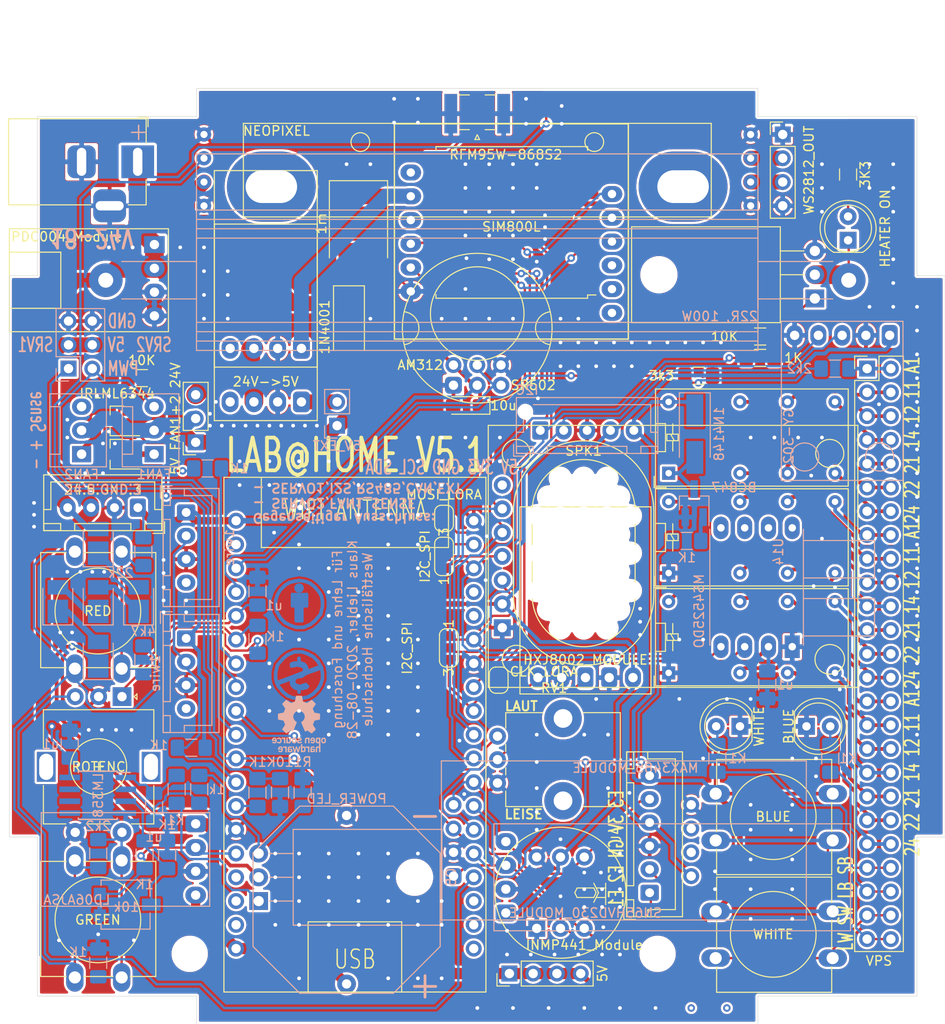
<source format=kicad_pcb>
(kicad_pcb (version 20171130) (host pcbnew "(5.1.6)-1")
  (layers (0 F.Cu signal) (31 B.Cu signal) (34 B.Paste user hide) (35 F.Paste user) (36 B.SilkS user hide) (37 F.SilkS user hide) (38 B.Mask user hide) (39 F.Mask user hide) (44 Edge.Cuts user hide))
  (net 0 "")
  (net 1 GND)
  (net 2 +24V)
  (net 3 "Net-(D6-Pad2)")
  (net 4 "Net-(D7-Pad2)")
  (net 5 "Net-(D8-Pad2)")
  (net 6 +5V)
  (net 7 SDA)
  (net 8 SCL)
  (net 9 +3V3)
  (net 10 LED_BLUE)
  (net 11 LED_WHITE)
  (net 12 SW_WHITE)
  (net 13 SW_BLUE)
  (net 14 R1_24)
  (net 15 R1_22)
  (net 16 R1_21)
  (net 17 R1_14)
  (net 18 R1_12)
  (net 19 R1_11)
  (net 20 R1_A1)
  (net 21 R2_24)
  (net 22 R2_22)
  (net 23 R2_21)
  (net 24 R2_14)
  (net 25 R2_12)
  (net 26 R2_11)
  (net 27 R2_A1)
  (net 28 R3_24)
  (net 29 R3_22)
  (net 30 R3_21)
  (net 31 R3_14)
  (net 32 R3_12)
  (net 33 R3_11)
  (net 34 R3_A1)
  (net 35 "Net-(Q2-Pad1)")
  (net 36 "Net-(Q3-Pad1)")
  (net 37 HEATER)
  (net 38 MOVEMENT)
  (net 39 "Net-(U2-Pad4)")
  (net 40 "Net-(U4-Pad35)")
  (net 41 "Net-(U4-Pad34)")
  (net 42 "Net-(U4-Pad22)")
  (net 43 "Net-(U4-Pad21)")
  (net 44 "Net-(U4-Pad20)")
  (net 45 "Net-(U4-Pad18)")
  (net 46 "Net-(U4-Pad17)")
  (net 47 "Net-(U4-Pad16)")
  (net 48 "Net-(U4-Pad2)")
  (net 49 "Net-(JP1-Pad2)")
  (net 50 R3_ON)
  (net 51 "Net-(D4-Pad2)")
  (net 52 /FAN_SWITCH)
  (net 53 /Q2_D)
  (net 54 LED_POWER_WHITE)
  (net 55 "Net-(D5-Pad1)")
  (net 56 LED_STRIP)
  (net 57 "Net-(U7-Pad7)")
  (net 58 "Net-(U10-Pad6)")
  (net 59 "Net-(U10-Pad7)")
  (net 60 "Net-(J6-Pad3)")
  (net 61 /FAN_SWITCH2)
  (net 62 "Net-(Q1-Pad1)")
  (net 63 1wire)
  (net 64 ROTENC_A)
  (net 65 ROTENC_B)
  (net 66 SPEAKER)
  (net 67 /R3_INPUT)
  (net 68 FAN2_DRIVE)
  (net 69 "Net-(M1-Pad1)")
  (net 70 SW)
  (net 71 "Net-(R19-Pad2)")
  (net 72 "Net-(R20-Pad2)")
  (net 73 485_RO)
  (net 74 485_DI)
  (net 75 485_DE)
  (net 76 FAN1_DRIVE)
  (net 77 FAN1_SENSE)
  (net 78 "Net-(J14-Pad1)")
  (net 79 "Net-(U9-Pad16)")
  (net 80 "Net-(U9-Pad12)")
  (net 81 "Net-(U9-Pad11)")
  (net 82 "Net-(U9-Pad7)")
  (net 83 "Net-(U9-Pad6)")
  (net 84 "Net-(JP5-Pad2)")
  (net 85 SPI_CLK)
  (net 86 SPI_MOSI)
  (net 87 SPI_MISO)
  (net 88 SPI_IO1)
  (net 89 SPI_IO2)
  (net 90 "Net-(JP8-Pad2)")
  (net 91 "Net-(JP9-Pad2)")
  (net 92 "Net-(GSM_Module1-Pad8)")
  (net 93 "Net-(GSM_Module1-Pad9)")
  (net 94 "Net-(GSM_Module1-Pad10)")
  (net 95 "Net-(GSM_Module1-Pad11)")
  (net 96 "Net-(GSM_Module1-Pad12)")
  (net 97 "Net-(GSM_Module1-Pad1)")
  (net 98 +4V)
  (net 99 "Net-(GSM_Module1-Pad3)")
  (net 100 "Net-(U12-Pad4)")
  (net 101 "Net-(Q4-Pad1)")
  (net 102 SPI_MOSIx)
  (net 103 "Net-(J12-Pad6)")
  (net 104 "Net-(J12-Pad7)")
  (net 105 "Net-(D1-Pad2)")
  (net 106 /FAN_SUPPLY)
  (net 107 "Net-(C4-Pad2)")
  (net 108 "Net-(C4-Pad1)")
  (net 109 "Net-(D2-Pad1)")
  (net 110 "Net-(D3-Pad1)")
  (net 111 "Net-(D10-Pad2)")
  (net 112 "Net-(D10-Pad1)")
  (net 113 "Net-(D11-Pad1)")
  (net 114 "Net-(Q5-Pad3)")
  (net 115 "Net-(Q5-Pad1)")
  (net 116 "Net-(R17-Pad1)")
  (net 117 "Net-(J8-Pad4)")
  (net 118 "Net-(j/1-Pad4)")
  (net 119 "Net-(U14-Pad8)")
  (net 120 "Net-(U14-Pad7)")
  (net 121 "Net-(U14-Pad6)")
  (net 122 "Net-(U14-Pad5)")
  (module LED_THT:LED_D5.0mm (layer F.Cu) (at 119.634 46.228 90)
    (fp_text reference D1 hide)
    (fp_text value "HEATER ON" (at 1.27 3.96 90) (layer F.SilkS))
    (pad 1 thru_hole rect (at 0 0 90) (size 1.8 1.8) (drill 0.9) (layers *.Cu *.Mask) (net 53 /Q2_D))
    (pad 2 thru_hole circle (at 2.54 0 90) (size 1.8 1.8) (drill 0.9) (layers *.Cu *.Mask) (net 105 "Net-(D1-Pad2)"))
  )
  (module smopla:MS4525DO (layer B.Cu) (at 109.855 83.312 90)
    (fp_text reference U14 (at 3.81 2.33 270) (layer B.SilkS) (effects (justify mirror)))
    (fp_text value MS4525DO (at -2.54 -6.14 270) (layer B.SilkS) (effects (justify mirror)))
    (pad 8 thru_hole oval (at 6.35 3.81 90) (size 2.4 1.6) (drill 0.8) (layers *.Cu *.Mask) (net 119 "Net-(U14-Pad8)"))
    (pad 4 thru_hole oval (at -6.35 -3.81 90) (size 2.4 1.6) (drill 0.8) (layers *.Cu *.Mask) (net 8 SCL))
    (pad 7 thru_hole oval (at 6.35 1.27 90) (size 2.4 1.6) (drill 0.8) (layers *.Cu *.Mask) (net 120 "Net-(U14-Pad7)"))
    (pad 3 thru_hole oval (at -6.35 -1.27 90) (size 2.4 1.6) (drill 0.8) (layers *.Cu *.Mask) (net 7 SDA))
    (pad 6 thru_hole oval (at 6.35 -1.27 90) (size 2.4 1.6) (drill 0.8) (layers *.Cu *.Mask) (net 121 "Net-(U14-Pad6)"))
    (pad 2 thru_hole oval (at -6.35 1.27 90) (size 2.4 1.6) (drill 0.8) (layers *.Cu *.Mask) (net 6 +5V))
    (pad 5 thru_hole oval (at 6.35 -3.81 90) (size 2.4 1.6) (drill 0.8) (layers *.Cu *.Mask) (net 122 "Net-(U14-Pad5)"))
    (pad 1 thru_hole rect (at -6.35 3.81 90) (size 2.4 1.6) (drill 0.8) (layers *.Cu *.Mask) (net 1 GND))
  )
  (module Resistor_SMD:R_1206_3216Metric_Pad1.42x1.75mm_HandSolder (layer B.Cu) (at 44.323 91.059 90)
    (fp_text reference R19 hide)
    (fp_text value 4k7 (at 3.048 0 180) (layer B.SilkS) (effects (justify mirror)))
    (pad 2 smd roundrect (at 1.4875 0 90) (size 1.425 1.75) (layers B.Cu B.Paste B.Mask) (roundrect_rratio 0.175439) (net 71 "Net-(R19-Pad2)"))
    (pad 1 smd roundrect (at -1.4875 0 90) (size 1.425 1.75) (layers B.Cu B.Paste B.Mask) (roundrect_rratio 0.175439) (net 70 SW))
  )
  (module Capacitor_SMD:C_1206_3216Metric_Pad1.42x1.75mm_HandSolder (layer B.Cu) (at 110.998 93.726 270)
    (fp_text reference C6 hide)
    (fp_text value u1 (at 0 -1.905 180) (layer B.SilkS) (effects (justify mirror)))
    (pad 2 smd roundrect (at 1.4875 0 270) (size 1.425 1.75) (layers B.Cu B.Paste B.Mask) (roundrect_rratio 0.175439) (net 1 GND))
    (pad 1 smd roundrect (at -1.4875 0 270) (size 1.425 1.75) (layers B.Cu B.Paste B.Mask) (roundrect_rratio 0.175439) (net 6 +5V))
  )
  (module Jumper:SolderJumper-2_P1.3mm_Open_RoundedPad1.0x1.5mm (layer F.Cu) (at 76.454 75.946 90)
    (fp_text reference JP6 hide)
    (fp_text value MOSI_LORA (at 2.54 0 180) (layer F.SilkS))
    (pad 2 smd custom (at 0.65 0 90) (size 1 0.5) (layers F.Cu F.Mask) (net 102 SPI_MOSIx) (options (clearance outline) (anchor rect)) (primitives (gr_circle (center 0 0.25) (end 0.5 0.25) (width 0)) (gr_circle (center 0 -0.25) (end 0.5 -0.25) (width 0)) (gr_poly (pts (xy 0 -0.75) (xy -0.5 -0.75) (xy -0.5 0.75) (xy 0 0.75)) (width 0))))
    (pad 1 smd custom (at -0.65 0 90) (size 1 0.5) (layers F.Cu F.Mask) (net 86 SPI_MOSI) (options (clearance outline) (anchor rect)) (primitives (gr_circle (center 0 0.25) (end 0.5 0.25) (width 0)) (gr_circle (center 0 -0.25) (end 0.5 -0.25) (width 0)) (gr_poly (pts (xy 0 -0.75) (xy 0.5 -0.75) (xy 0.5 0.75) (xy 0 0.75)) (width 0))))
  )
  (module smopla:FAN_6024 (layer B.Cu) (at 74.276 109.982)
    (fp_text reference X1 hide)
    (fp_text value FAN_6024 hide)
    (pad "" np_thru_hole circle (at 25 12.5) (size 3.4 3.4) (drill 3.4) (layers *.Cu *.Mask))
    (pad "" np_thru_hole circle (at -25 12.5) (size 3.4 3.4) (drill 3.4) (layers *.Cu *.Mask))
  )
  (module Resistor_SMD:R_1206_3216Metric_Pad1.42x1.75mm_HandSolder (layer B.Cu) (at 39.497 111.76 90)
    (fp_text reference R20 hide)
    (fp_text value 2k2 (at 2.921 0 180) (layer B.SilkS) (effects (justify mirror)))
    (pad 2 smd roundrect (at 1.4875 0 90) (size 1.425 1.75) (layers B.Cu B.Paste B.Mask) (roundrect_rratio 0.175439) (net 72 "Net-(R20-Pad2)"))
    (pad 1 smd roundrect (at -1.4875 0 90) (size 1.425 1.75) (layers B.Cu B.Paste B.Mask) (roundrect_rratio 0.175439) (net 71 "Net-(R19-Pad2)"))
  )
  (module Connector_JST:JST_XH_B4B-XH-A_1x04_P2.50mm_Vertical (layer B.Cu) (at 48.895 75.311 270)
    (fp_text reference j/1 hide)
    (fp_text value 1wire (at 3.75 -4.6 90) (layer B.SilkS) (effects (justify mirror)))
    (pad 4 thru_hole oval (at 7.5 0 270) (size 1.7 1.95) (drill 0.95) (layers *.Cu *.Mask) (net 118 "Net-(j/1-Pad4)"))
    (pad 3 thru_hole oval (at 5 0 270) (size 1.7 1.95) (drill 0.95) (layers *.Cu *.Mask) (net 1 GND))
    (pad 2 thru_hole oval (at 2.5 0 270) (size 1.7 1.95) (drill 0.95) (layers *.Cu *.Mask) (net 63 1wire))
    (pad 1 thru_hole roundrect (at 0 0 270) (size 1.7 1.95) (drill 0.95) (layers *.Cu *.Mask) (roundrect_rratio 0.147059) (net 9 +3V3))
  )
  (module Connector_JST:JST_XH_B4B-XH-A_1x04_P2.50mm_Vertical (layer B.Cu) (at 48.895 88.773 270)
    (fp_text reference J8 hide)
    (fp_text value 1wire (at 3.75 3.302 90) (layer B.SilkS) (effects (justify mirror)))
    (pad 4 thru_hole oval (at 7.5 0 270) (size 1.7 1.95) (drill 0.95) (layers *.Cu *.Mask) (net 117 "Net-(J8-Pad4)"))
    (pad 3 thru_hole oval (at 5 0 270) (size 1.7 1.95) (drill 0.95) (layers *.Cu *.Mask) (net 1 GND))
    (pad 2 thru_hole oval (at 2.5 0 270) (size 1.7 1.95) (drill 0.95) (layers *.Cu *.Mask) (net 63 1wire))
    (pad 1 thru_hole roundrect (at 0 0 270) (size 1.7 1.95) (drill 0.95) (layers *.Cu *.Mask) (roundrect_rratio 0.147059) (net 9 +3V3))
  )
  (module Resistor_SMD:R_1206_3216Metric_Pad1.42x1.75mm_HandSolder (layer B.Cu) (at 46.863 111.887 90)
    (fp_text reference R17 hide)
    (fp_text value 1K (at 3.2115 0 180) (layer B.SilkS) (effects (justify mirror)))
    (pad 2 smd roundrect (at 1.4875 0 90) (size 1.425 1.75) (layers B.Cu B.Paste B.Mask) (roundrect_rratio 0.175439) (net 1 GND))
    (pad 1 smd roundrect (at -1.4875 0 90) (size 1.425 1.75) (layers B.Cu B.Paste B.Mask) (roundrect_rratio 0.175439) (net 116 "Net-(R17-Pad1)"))
  )
  (module Resistor_SMD:R_1206_3216Metric_Pad1.42x1.75mm_HandSolder (layer B.Cu) (at 44.323 79.502 270)
    (fp_text reference R18 hide)
    (fp_text value 22k (at 2.286 2.413 180) (layer B.SilkS) (effects (justify mirror)))
    (pad 2 smd roundrect (at 1.4875 0 270) (size 1.425 1.75) (layers B.Cu B.Paste B.Mask) (roundrect_rratio 0.175439) (net 70 SW))
    (pad 1 smd roundrect (at -1.4875 0 270) (size 1.425 1.75) (layers B.Cu B.Paste B.Mask) (roundrect_rratio 0.175439) (net 9 +3V3))
  )
  (module sensact:SOIC-8_3.9x4.9mm_Pitch1.27mm_handsolder (layer B.Cu) (at 39.449 105.537 180)
    (fp_text reference U13 hide)
    (fp_text value LM358 (at -0.048 0 90) (layer B.SilkS) (effects (justify mirror)))
    (pad 8 smd rect (at 3 1.905 180) (size 2.2 0.6) (layers B.Cu B.Paste B.Mask) (net 6 +5V))
    (pad 7 smd rect (at 3 0.635 180) (size 2.2 0.6) (layers B.Cu B.Paste B.Mask))
    (pad 6 smd rect (at 3 -0.635 180) (size 2.2 0.6) (layers B.Cu B.Paste B.Mask))
    (pad 5 smd rect (at 3 -1.905 180) (size 2.2 0.6) (layers B.Cu B.Paste B.Mask))
    (pad 4 smd rect (at -3 -1.905 180) (size 2.2 0.6) (layers B.Cu B.Paste B.Mask) (net 1 GND))
    (pad 3 smd rect (at -3 -0.635 180) (size 2.2 0.6) (layers B.Cu B.Paste B.Mask) (net 116 "Net-(R17-Pad1)"))
    (pad 2 smd rect (at -3 0.635 180) (size 2.2 0.6) (layers B.Cu B.Paste B.Mask) (net 107 "Net-(C4-Pad2)"))
    (pad 1 smd rect (at -3 1.905 180) (size 2.2 0.6) (layers B.Cu B.Paste B.Mask) (net 108 "Net-(C4-Pad1)"))
  )
  (module Potentiometer_SMD:Potentiometer_Vishay_TS53YL_Vertical (layer B.Cu) (at 42.418 117.221 180)
    (fp_text reference RV2 hide)
    (fp_text value 10k (at -0.083 -0.254) (layer B.SilkS) (effects (justify mirror)))
    (pad 3 smd rect (at 2.75 -1.15 180) (size 1.3 1.3) (layers B.Cu B.Paste B.Mask) (net 1 GND))
    (pad 2 smd rect (at -2.75 0 180) (size 2 1.3) (layers B.Cu B.Paste B.Mask) (net 116 "Net-(R17-Pad1)"))
    (pad 1 smd rect (at 2.75 1.15 180) (size 1.3 1.3) (layers B.Cu B.Paste B.Mask) (net 54 LED_POWER_WHITE))
  )
  (module Resistor_SMD:R_1206_3216Metric_Pad1.42x1.75mm_HandSolder (layer B.Cu) (at 61.341 105.2465 90)
    (fp_text reference R24 hide)
    (fp_text value R1 (at 3.2655 0 180) (layer B.SilkS) (effects (justify mirror)))
    (pad 2 smd roundrect (at 1.4875 0 90) (size 1.425 1.75) (layers B.Cu B.Paste B.Mask) (roundrect_rratio 0.175439) (net 1 GND))
    (pad 1 smd roundrect (at -1.4875 0 90) (size 1.425 1.75) (layers B.Cu B.Paste B.Mask) (roundrect_rratio 0.175439) (net 114 "Net-(Q5-Pad3)"))
  )
  (module Resistor_SMD:R_1206_3216Metric_Pad1.42x1.75mm_HandSolder (layer B.Cu) (at 50.292 104.902 270)
    (fp_text reference R23 hide)
    (fp_text value 1k (at 0 -1.905) (layer B.SilkS) (effects (justify mirror)))
    (pad 2 smd roundrect (at 1.4875 0 270) (size 1.425 1.75) (layers B.Cu B.Paste B.Mask) (roundrect_rratio 0.175439) (net 107 "Net-(C4-Pad2)"))
    (pad 1 smd roundrect (at -1.4875 0 270) (size 1.425 1.75) (layers B.Cu B.Paste B.Mask) (roundrect_rratio 0.175439) (net 114 "Net-(Q5-Pad3)"))
  )
  (module Resistor_SMD:R_1206_3216Metric_Pad1.42x1.75mm_HandSolder (layer B.Cu) (at 47.879 104.902 90)
    (fp_text reference R22 hide)
    (fp_text value K1 (at -3.302 -0.127 180) (layer B.SilkS) (effects (justify mirror)))
    (pad 2 smd roundrect (at 1.4875 0 90) (size 1.425 1.75) (layers B.Cu B.Paste B.Mask) (roundrect_rratio 0.175439) (net 108 "Net-(C4-Pad1)"))
    (pad 1 smd roundrect (at -1.4875 0 90) (size 1.425 1.75) (layers B.Cu B.Paste B.Mask) (roundrect_rratio 0.175439) (net 115 "Net-(Q5-Pad1)"))
  )
  (module Resistor_SMD:R_1206_3216Metric_Pad1.42x1.75mm_HandSolder (layer B.Cu) (at 44.45 111.887 90)
    (fp_text reference R8 hide)
    (fp_text value 1K (at -3.175 0 180) (layer B.SilkS) (effects (justify mirror)))
    (pad 2 smd roundrect (at 1.4875 0 90) (size 1.425 1.75) (layers B.Cu B.Paste B.Mask) (roundrect_rratio 0.175439) (net 116 "Net-(R17-Pad1)"))
    (pad 1 smd roundrect (at -1.4875 0 90) (size 1.425 1.75) (layers B.Cu B.Paste B.Mask) (roundrect_rratio 0.175439) (net 54 LED_POWER_WHITE))
  )
  (module Package_TO_SOT_THT:TO-220-3_Horizontal_TabDown (layer B.Cu) (at 56.642 116.84 90)
    (fp_text reference Q5 (at 2.54 20.58 90) (layer B.SilkS) (effects (justify mirror)))
    (fp_text value IRLZ44N)
    (pad 3 thru_hole oval (at 5.08 0 90) (size 1.905 2) (drill 1.1) (layers *.Cu *.Mask) (net 114 "Net-(Q5-Pad3)"))
    (pad 2 thru_hole oval (at 2.54 0 90) (size 1.905 2) (drill 1.1) (layers *.Cu *.Mask) (net 113 "Net-(D11-Pad1)"))
    (pad 1 thru_hole rect (at 0 0 90) (size 1.905 2) (drill 1.1) (layers *.Cu *.Mask) (net 115 "Net-(Q5-Pad1)"))
    (pad "" np_thru_hole oval (at 2.54 16.66 90) (size 3.5 3.5) (drill 3.5) (layers *.Cu *.Mask))
  )
  (module LED_SMD:LED_PLCC_2835_Handsoldering (layer B.Cu) (at 39.497 90.678 90)
    (fp_text reference D11 hide)
    (fp_text value 3528 hide)
    (pad 2 smd rect (at 1.525 0 90) (size 1.55 2.2) (layers B.Cu B.Paste B.Mask) (net 112 "Net-(D10-Pad1)"))
    (pad 1 smd rect (at -1.05 0 90) (size 2.5 2.2) (layers B.Cu B.Paste B.Mask) (net 113 "Net-(D11-Pad1)"))
  )
  (module LED_SMD:LED_PLCC_2835_Handsoldering (layer B.Cu) (at 35.179 84.837 90)
    (fp_text reference D10 hide)
    (fp_text value 3528 hide)
    (pad 2 smd rect (at 1.525 0 90) (size 1.55 2.2) (layers B.Cu B.Paste B.Mask) (net 111 "Net-(D10-Pad2)"))
    (pad 1 smd rect (at -1.05 0 90) (size 2.5 2.2) (layers B.Cu B.Paste B.Mask) (net 112 "Net-(D10-Pad1)"))
  )
  (module LED_SMD:LED_PLCC_2835_Handsoldering (layer B.Cu) (at 39.497 84.837 90)
    (fp_text reference D9 hide)
    (fp_text value 3528 hide)
    (pad 2 smd rect (at 1.525 0 90) (size 1.55 2.2) (layers B.Cu B.Paste B.Mask) (net 110 "Net-(D3-Pad1)"))
    (pad 1 smd rect (at -1.05 0 90) (size 2.5 2.2) (layers B.Cu B.Paste B.Mask) (net 111 "Net-(D10-Pad2)"))
  )
  (module LED_SMD:LED_PLCC_2835_Handsoldering (layer B.Cu) (at 43.815 84.837 90)
    (fp_text reference D3 hide)
    (fp_text value 3528 hide)
    (pad 2 smd rect (at 1.525 0 90) (size 1.55 2.2) (layers B.Cu B.Paste B.Mask) (net 109 "Net-(D2-Pad1)"))
    (pad 1 smd rect (at -1.05 0 90) (size 2.5 2.2) (layers B.Cu B.Paste B.Mask) (net 110 "Net-(D3-Pad1)"))
  )
  (module LED_SMD:LED_PLCC_2835_Handsoldering (layer B.Cu) (at 39.497 78.614 90)
    (fp_text reference D2 hide)
    (fp_text value 3528 hide)
    (pad 2 smd rect (at 1.525 0 90) (size 1.55 2.2) (layers B.Cu B.Paste B.Mask) (net 2 +24V))
    (pad 1 smd rect (at -1.05 0 90) (size 2.5 2.2) (layers B.Cu B.Paste B.Mask) (net 109 "Net-(D2-Pad1)"))
  )
  (module Capacitor_SMD:C_1206_3216Metric_Pad1.42x1.75mm_HandSolder (layer B.Cu) (at 36.449 100.076 90)
    (fp_text reference C5 hide)
    (fp_text value u1 (at 0 -2.032 180) (layer B.SilkS) (effects (justify mirror)))
    (pad 2 smd roundrect (at 1.4875 0 90) (size 1.425 1.75) (layers B.Cu B.Paste B.Mask) (roundrect_rratio 0.175439) (net 1 GND))
    (pad 1 smd roundrect (at -1.4875 0 90) (size 1.425 1.75) (layers B.Cu B.Paste B.Mask) (roundrect_rratio 0.175439) (net 6 +5V))
  )
  (module Capacitor_SMD:C_1206_3216Metric_Pad1.42x1.75mm_HandSolder (layer B.Cu) (at 45.466 106.807 270)
    (fp_text reference C4 hide)
    (fp_text value u1 (at 3.175 0 180) (layer B.SilkS) (effects (justify mirror)))
    (pad 2 smd roundrect (at 1.4875 0 270) (size 1.425 1.75) (layers B.Cu B.Paste B.Mask) (roundrect_rratio 0.175439) (net 107 "Net-(C4-Pad2)"))
    (pad 1 smd roundrect (at -1.4875 0 270) (size 1.425 1.75) (layers B.Cu B.Paste B.Mask) (roundrect_rratio 0.175439) (net 108 "Net-(C4-Pad1)"))
  )
  (module smopla:SIM800L (layer F.Cu) (at 83.648 45.289)
    (fp_text reference GSM_Module1 hide)
    (fp_text value SIM800L (at 0 -0.5) (layer F.SilkS))
    (pad 12 thru_hole oval (at 10.75 8.7) (size 2.2 1.7) (drill 0.9) (layers *.Cu *.Mask) (net 96 "Net-(GSM_Module1-Pad12)"))
    (pad 11 thru_hole oval (at 10.75 6.16) (size 2.2 1.7) (drill 0.9) (layers *.Cu *.Mask) (net 95 "Net-(GSM_Module1-Pad11)"))
    (pad 10 thru_hole oval (at 10.75 3.62) (size 2.2 1.7) (drill 0.9) (layers *.Cu *.Mask) (net 94 "Net-(GSM_Module1-Pad10)"))
    (pad 9 thru_hole oval (at 10.75 1.08) (size 2.2 1.7) (drill 0.9) (layers *.Cu *.Mask) (net 93 "Net-(GSM_Module1-Pad9)"))
    (pad 8 thru_hole oval (at 10.75 -1.46) (size 2.2 1.7) (drill 0.9) (layers *.Cu *.Mask) (net 92 "Net-(GSM_Module1-Pad8)"))
    (pad 6 thru_hole oval (at -10.75 6.4) (size 2.2 1.7) (drill 0.9) (layers *.Cu *.Mask) (net 1 GND))
    (pad 5 thru_hole oval (at -10.75 3.86) (size 2.2 1.7) (drill 0.9) (layers *.Cu *.Mask) (net 102 SPI_MOSIx))
    (pad 4 thru_hole oval (at -10.75 1.32) (size 2.2 1.7) (drill 0.9) (layers *.Cu *.Mask) (net 87 SPI_MISO))
    (pad 3 thru_hole oval (at -10.75 -1.22) (size 2.2 1.7) (drill 0.9) (layers *.Cu *.Mask) (net 99 "Net-(GSM_Module1-Pad3)"))
    (pad 2 thru_hole oval (at -10.75 -3.76) (size 2.2 1.7) (drill 0.9) (layers *.Cu *.Mask) (net 98 +4V))
    (pad 7 thru_hole oval (at 10.75 -4) (size 2.2 1.7) (drill 0.9) (layers *.Cu *.Mask) (net 89 SPI_IO2))
    (pad 1 thru_hole oval (at -10.75 -6.3) (size 2.2 1.7) (drill 0.9) (layers *.Cu *.Mask) (net 97 "Net-(GSM_Module1-Pad1)"))
  )
  (module sensact:MODULE_STEPDOWN (layer F.Cu) (at 57.404 57.785 270)
    (fp_text reference U12 hide)
    (fp_text value 24V->4V)
    (pad 4 thru_hole oval (at 0 3.81 270) (size 2.2 1.8) (drill 1) (layers *.Cu *.Mask) (net 100 "Net-(U12-Pad4)"))
    (pad 3 thru_hole oval (at 0 1.27 270) (size 2.2 1.8) (drill 1) (layers *.Cu *.Mask) (net 2 +24V))
    (pad 2 thru_hole oval (at 0 -1.27 270) (size 2.2 1.8) (drill 1) (layers *.Cu *.Mask) (net 1 GND))
    (pad 1 thru_hole roundrect (at 0 -3.81 270) (size 2.2 1.8) (drill 1) (layers *.Cu *.Mask) (net 98 +4V))
  )
  (module Capacitor_Tantalum_SMD:CP_EIA-7360-38_Kemet-E_Pad2.25x4.25mm_HandSolder (layer F.Cu) (at 67.31 44.45 270)
    (fp_text reference C3 hide)
    (fp_text value 1m (at 0 3.95 90) (layer F.SilkS))
    (pad 2 smd roundrect (at 3.2 0 270) (size 2.25 4.25) (layers F.Cu F.Paste F.Mask) (roundrect_rratio 0.111111) (net 1 GND))
    (pad 1 smd roundrect (at -3.2 0 270) (size 2.25 4.25) (layers F.Cu F.Paste F.Mask) (roundrect_rratio 0.111111) (net 98 +4V))
  )
  (module smopla:IPS_240_240 (layer F.Cu) (at 82.677 80.01 90)
    (fp_text reference U7 hide)
    (fp_text value Display hide)
    (pad 7 thru_hole circle (at 7.62 0 90) (size 1.8 1.8) (drill 1) (layers *.Cu *.Mask) (net 57 "Net-(U7-Pad7)"))
    (pad 6 thru_hole circle (at 5.08 0 90) (size 1.8 1.8) (drill 1) (layers *.Cu *.Mask) (net 88 SPI_IO1))
    (pad 5 thru_hole circle (at 2.54 0 90) (size 1.8 1.8) (drill 1) (layers *.Cu *.Mask) (net 89 SPI_IO2))
    (pad 4 thru_hole circle (at 0 0 90) (size 1.8 1.8) (drill 1) (layers *.Cu *.Mask) (net 91 "Net-(JP9-Pad2)"))
    (pad 3 thru_hole circle (at -2.54 0 90) (size 1.8 1.8) (drill 1) (layers *.Cu *.Mask) (net 90 "Net-(JP8-Pad2)"))
    (pad 2 thru_hole circle (at -5.08 0 90) (size 1.8 1.8) (drill 1) (layers *.Cu *.Mask) (net 9 +3V3))
    (pad 1 thru_hole rect (at -7.62 0 90) (size 1.8 1.8) (drill 1) (layers *.Cu *.Mask) (net 1 GND))
  )
  (module Connector_PinHeader_2.54mm:PinHeader_2x03_P2.54mm_Vertical (layer B.Cu) (at 36.322 59.944)
    (fp_text reference J2 hide)
    (fp_text value SRVx hide)
    (pad 6 thru_hole oval (at 2.54 -5.08) (size 1.7 1.7) (drill 1) (layers *.Cu *.Mask) (net 1 GND))
    (pad 5 thru_hole oval (at 0 -5.08) (size 1.7 1.7) (drill 1) (layers *.Cu *.Mask) (net 1 GND))
    (pad 4 thru_hole oval (at 2.54 -2.54) (size 1.7 1.7) (drill 1) (layers *.Cu *.Mask) (net 6 +5V))
    (pad 3 thru_hole oval (at 0 -2.54) (size 1.7 1.7) (drill 1) (layers *.Cu *.Mask) (net 6 +5V))
    (pad 2 thru_hole oval (at 2.54 0) (size 1.7 1.7) (drill 1) (layers *.Cu *.Mask) (net 77 FAN1_SENSE))
    (pad 1 thru_hole rect (at 0 0) (size 1.7 1.7) (drill 1) (layers *.Cu *.Mask) (net 75 485_DE))
  )
  (module Resistor_SMD:R_1206_3216Metric_Pad1.42x1.75mm_HandSolder (layer F.Cu) (at 119.634 39.2065 90)
    (fp_text reference R6 hide)
    (fp_text value 3K3 (at 0 1.82 90) (layer F.SilkS))
    (pad 2 smd roundrect (at 1.4875 0 90) (size 1.425 1.75) (layers F.Cu F.Paste F.Mask) (roundrect_rratio 0.175439) (net 2 +24V))
    (pad 1 smd roundrect (at -1.4875 0 90) (size 1.425 1.75) (layers F.Cu F.Paste F.Mask) (roundrect_rratio 0.175439) (net 105 "Net-(D1-Pad2)"))
  )
  (module smopla:HXJ8002_MODULE_VERTICAL (layer F.Cu) (at 91.567 92.964 90)
    (fp_text reference M1 hide)
    (fp_text value HXJ8002_MODULE (at 1.905 0 180) (layer F.SilkS))
    (pad 5 thru_hole oval (at 0 5.08 90) (size 2.2 1.7) (drill 1) (layers *.Cu *.Mask) (net 9 +3V3))
    (pad 4 thru_hole roundrect (at 0 2.54 90) (size 2.2 1.7) (drill 1) (layers *.Cu *.Mask) (net 1 GND))
    (pad 3 thru_hole roundrect (at 0 0 90) (size 2.2 1.7) (drill 1) (layers *.Cu *.Mask) (net 69 "Net-(M1-Pad1)"))
    (pad 2 thru_hole oval (at 0 -2.54 90) (size 2.2 1.7) (drill 1) (layers *.Cu *.Mask) (net 1 GND))
    (pad 1 thru_hole oval (at 0 -5.08 90) (size 2.2 1.7) (drill 1) (layers *.Cu *.Mask) (net 69 "Net-(M1-Pad1)"))
  )
  (module smopla:SPEAKER_2415 (layer F.Cu) (at 91.373 79.66)
    (fp_text reference SPK1 (at 0 -10.922) (layer F.SilkS))
    (fp_text value SPEAKER)
    (pad "" np_thru_hole circle (at -2.5 8) (size 2 2) (drill 2) (layers *.Cu *.Mask))
    (pad "" np_thru_hole circle (at 0 8) (size 2 2) (drill 2) (layers *.Cu *.Mask))
    (pad "" np_thru_hole circle (at 2.5 8) (size 2 2) (drill 2) (layers *.Cu *.Mask))
    (pad "" np_thru_hole circle (at 3.75 6) (size 2 2) (drill 2) (layers *.Cu *.Mask))
    (pad "" np_thru_hole circle (at 1.25 6) (size 2 2) (drill 2) (layers *.Cu *.Mask))
    (pad "" np_thru_hole circle (at -1.25 6) (size 2 2) (drill 2) (layers *.Cu *.Mask))
    (pad "" np_thru_hole circle (at -3.75 6) (size 2 2) (drill 2) (layers *.Cu *.Mask))
    (pad "" np_thru_hole circle (at -5 4) (size 2 2) (drill 2) (layers *.Cu *.Mask))
    (pad "" np_thru_hole circle (at -2.5 4) (size 2 2) (drill 2) (layers *.Cu *.Mask))
    (pad "" np_thru_hole circle (at 0 4) (size 2 2) (drill 2) (layers *.Cu *.Mask))
    (pad "" np_thru_hole circle (at 2.5 4) (size 2 2) (drill 2) (layers *.Cu *.Mask))
    (pad "" np_thru_hole circle (at 5 4) (size 2 2) (drill 2) (layers *.Cu *.Mask))
    (pad "" np_thru_hole circle (at 3.75 2) (size 2 2) (drill 2) (layers *.Cu *.Mask))
    (pad "" np_thru_hole circle (at 1.25 2) (size 2 2) (drill 2) (layers *.Cu *.Mask))
    (pad "" np_thru_hole circle (at -1.25 2) (size 2 2) (drill 2) (layers *.Cu *.Mask))
    (pad "" np_thru_hole circle (at -3.75 2) (size 2 2) (drill 2) (layers *.Cu *.Mask))
    (pad "" np_thru_hole circle (at 2.5 -8) (size 2 2) (drill 2) (layers *.Cu *.Mask))
    (pad "" np_thru_hole circle (at 0 -8) (size 2 2) (drill 2) (layers *.Cu *.Mask))
    (pad "" np_thru_hole circle (at -2.5 -8) (size 2 2) (drill 2) (layers *.Cu *.Mask))
    (pad "" np_thru_hole circle (at 3.75 -6) (size 2 2) (drill 2) (layers *.Cu *.Mask))
    (pad "" np_thru_hole circle (at 1.25 -6) (size 2 2) (drill 2) (layers *.Cu *.Mask))
    (pad "" np_thru_hole circle (at -1.25 -6) (size 2 2) (drill 2) (layers *.Cu *.Mask))
    (pad "" np_thru_hole circle (at -3.75 -6) (size 2 2) (drill 2) (layers *.Cu *.Mask))
    (pad "" np_thru_hole circle (at 5 -4) (size 2 2) (drill 2) (layers *.Cu *.Mask))
    (pad "" np_thru_hole circle (at 2.5 -4) (size 2 2) (drill 2) (layers *.Cu *.Mask))
    (pad "" np_thru_hole circle (at 0 -4) (size 2 2) (drill 2) (layers *.Cu *.Mask))
    (pad "" np_thru_hole circle (at -2.5 -4) (size 2 2) (drill 2) (layers *.Cu *.Mask))
    (pad "" np_thru_hole circle (at -5 -4) (size 2 2) (drill 2) (layers *.Cu *.Mask))
    (pad "" np_thru_hole circle (at 3.75 -2) (size 2 2) (drill 2) (layers *.Cu *.Mask))
    (pad "" np_thru_hole circle (at 1.25 -2) (size 2 2) (drill 2) (layers *.Cu *.Mask))
    (pad "" np_thru_hole circle (at -1.25 -2) (size 2 2) (drill 2) (layers *.Cu *.Mask))
    (pad "" np_thru_hole circle (at -3.75 -2) (size 2 2) (drill 2) (layers *.Cu *.Mask))
    (pad "" np_thru_hole circle (at 5 0) (size 2 2) (drill 2) (layers *.Cu *.Mask))
    (pad "" np_thru_hole circle (at 2.5 0) (size 2 2) (drill 2) (layers *.Cu *.Mask))
    (pad "" np_thru_hole circle (at 0 0) (size 2 2) (drill 2) (layers *.Cu *.Mask))
    (pad "" np_thru_hole circle (at -2.5 0) (size 2 2) (drill 2) (layers *.Cu *.Mask))
    (pad "" np_thru_hole circle (at -5 0) (size 2 2) (drill 2) (layers *.Cu *.Mask))
  )
  (module Potentiometer_THT:Potentiometer_Alps_RK09K_Single_Vertical (layer F.Cu) (at 82.169 104.227)
    (fp_text reference RV1 (at 6.05 -10.15) (layer F.SilkS))
    (fp_text value 10k)
    (pad "" np_thru_hole circle (at 7 1.9) (size 4 4) (drill 2) (layers *.Cu *.Mask))
    (pad "" np_thru_hole circle (at 7 -6.9) (size 4 4) (drill 2) (layers *.Cu *.Mask))
    (pad 1 thru_hole circle (at 0 0) (size 1.8 1.8) (drill 1) (layers *.Cu *.Mask) (net 1 GND))
    (pad 2 thru_hole circle (at 0 -2.5) (size 1.8 1.8) (drill 1) (layers *.Cu *.Mask) (net 69 "Net-(M1-Pad1)"))
    (pad 3 thru_hole circle (at 0 -5) (size 1.8 1.8) (drill 1) (layers *.Cu *.Mask) (net 66 SPEAKER))
  )
  (module Connector_JST:JST_XH_B6B-XH-A_1x06_P2.50mm_Vertical (layer F.Cu) (at 98.425 115.951 90)
    (fp_text reference J4 (at 6.25 -3.55 90) (layer F.SilkS))
    (fp_text value EXT)
    (pad 6 thru_hole oval (at 12.5 0 90) (size 1.7 1.95) (drill 0.95) (layers *.Cu *.Mask) (net 6 +5V))
    (pad 5 thru_hole oval (at 10 0 90) (size 1.7 1.95) (drill 0.95) (layers *.Cu *.Mask) (net 74 485_DI))
    (pad 4 thru_hole oval (at 7.5 0 90) (size 1.7 1.95) (drill 0.95) (layers *.Cu *.Mask) (net 9 +3V3))
    (pad 3 thru_hole oval (at 5 0 90) (size 1.7 1.95) (drill 0.95) (layers *.Cu *.Mask) (net 1 GND))
    (pad 2 thru_hole oval (at 2.5 0 90) (size 1.7 1.95) (drill 0.95) (layers *.Cu *.Mask) (net 73 485_RO))
    (pad 1 thru_hole roundrect (at 0 0 90) (size 1.7 1.95) (drill 0.95) (layers *.Cu *.Mask) (roundrect_rratio 0.147059) (net 75 485_DE))
  )
  (module smopla:ESP32_DEVKITC_COMPATIBLE (layer F.Cu) (at 66.929 99.06)
    (fp_text reference U4 hide)
    (fp_text value ESP32_DEVKITC_COMPATIBLE hide)
    (fp_text user "WIFI ANTENNA" (at 0 -24) (layer F.SilkS) (effects (font (size 2 1.5))))
    (fp_text user USB (at 0 24) (layer F.SilkS) (effects (font (size 2 1.5))))
    (pad 38 thru_hole circle (at 12.7 -22.86) (size 1.7 1.7) (drill 1) (layers *.Cu *.Mask) (net 1 GND))
    (pad 37 thru_hole circle (at 12.7 -20.32) (size 1.7 1.7) (drill 1) (layers *.Cu *.Mask) (net 86 SPI_MOSI))
    (pad 36 thru_hole circle (at 12.7 -17.78) (size 1.7 1.7) (drill 1) (layers *.Cu *.Mask) (net 7 SDA))
    (pad 35 thru_hole circle (at 12.7 -15.24) (size 1.7 1.7) (drill 1) (layers *.Cu *.Mask) (net 40 "Net-(U4-Pad35)"))
    (pad 34 thru_hole circle (at 12.7 -12.7) (size 1.7 1.7) (drill 1) (layers *.Cu *.Mask) (net 41 "Net-(U4-Pad34)"))
    (pad 33 thru_hole circle (at 12.7 -10.16) (size 1.7 1.7) (drill 1) (layers *.Cu *.Mask) (net 8 SCL))
    (pad 32 thru_hole circle (at 12.7 -7.62) (size 1.7 1.7) (drill 1) (layers *.Cu *.Mask) (net 1 GND))
    (pad 31 thru_hole circle (at 12.7 -5.08) (size 1.7 1.7) (drill 1) (layers *.Cu *.Mask) (net 87 SPI_MISO))
    (pad 30 thru_hole circle (at 12.7 -2.54) (size 1.7 1.7) (drill 1) (layers *.Cu *.Mask) (net 85 SPI_CLK))
    (pad 29 thru_hole circle (at 12.7 0) (size 1.7 1.7) (drill 1) (layers *.Cu *.Mask) (net 88 SPI_IO1))
    (pad 28 thru_hole circle (at 12.7 2.54) (size 1.7 1.7) (drill 1) (layers *.Cu *.Mask) (net 37 HEATER))
    (pad 27 thru_hole circle (at 12.7 5.08) (size 1.7 1.7) (drill 1) (layers *.Cu *.Mask) (net 74 485_DI))
    (pad 26 thru_hole circle (at 12.7 7.62) (size 1.7 1.7) (drill 1) (layers *.Cu *.Mask) (net 73 485_RO))
    (pad 25 thru_hole circle (at 12.7 10.16) (size 1.7 1.7) (drill 1) (layers *.Cu *.Mask) (net 89 SPI_IO2))
    (pad 24 thru_hole circle (at 12.7 12.7) (size 1.7 1.7) (drill 1) (layers *.Cu *.Mask) (net 50 R3_ON))
    (pad 23 thru_hole circle (at 12.7 15.24) (size 1.7 1.7) (drill 1) (layers *.Cu *.Mask) (net 65 ROTENC_B))
    (pad 22 thru_hole circle (at 12.7 17.78) (size 1.7 1.7) (drill 1) (layers *.Cu *.Mask) (net 42 "Net-(U4-Pad22)"))
    (pad 21 thru_hole circle (at 12.7 20.32) (size 1.7 1.7) (drill 1) (layers *.Cu *.Mask) (net 43 "Net-(U4-Pad21)"))
    (pad 20 thru_hole circle (at 12.7 22.86) (size 1.7 1.7) (drill 1) (layers *.Cu *.Mask) (net 44 "Net-(U4-Pad20)"))
    (pad 19 thru_hole circle (at -12.7 22.86) (size 1.7 1.7) (drill 1) (layers *.Cu *.Mask) (net 6 +5V))
    (pad 18 thru_hole circle (at -12.7 20.32) (size 1.7 1.7) (drill 1) (layers *.Cu *.Mask) (net 45 "Net-(U4-Pad18)"))
    (pad 17 thru_hole circle (at -12.7 17.78) (size 1.7 1.7) (drill 1) (layers *.Cu *.Mask) (net 46 "Net-(U4-Pad17)"))
    (pad 16 thru_hole circle (at -12.7 15.24) (size 1.7 1.7) (drill 1) (layers *.Cu *.Mask) (net 47 "Net-(U4-Pad16)"))
    (pad 15 thru_hole circle (at -12.7 12.7) (size 1.7 1.7) (drill 1) (layers *.Cu *.Mask) (net 54 LED_POWER_WHITE))
    (pad 14 thru_hole circle (at -12.7 10.16) (size 1.7 1.7) (drill 1) (layers *.Cu *.Mask) (net 1 GND))
    (pad 13 thru_hole circle (at -12.7 7.62) (size 1.7 1.7) (drill 1) (layers *.Cu *.Mask) (net 76 FAN1_DRIVE))
    (pad 12 thru_hole circle (at -12.7 5.08) (size 1.7 1.7) (drill 1) (layers *.Cu *.Mask) (net 63 1wire))
    (pad 11 thru_hole circle (at -12.7 2.54) (size 1.7 1.7) (drill 1) (layers *.Cu *.Mask) (net 75 485_DE))
    (pad 10 thru_hole circle (at -12.7 0) (size 1.7 1.7) (drill 1) (layers *.Cu *.Mask) (net 56 LED_STRIP))
    (pad 9 thru_hole circle (at -12.7 -2.54) (size 1.7 1.7) (drill 1) (layers *.Cu *.Mask) (net 66 SPEAKER))
    (pad 8 thru_hole circle (at -12.7 -5.08) (size 1.7 1.7) (drill 1) (layers *.Cu *.Mask) (net 77 FAN1_SENSE))
    (pad 7 thru_hole circle (at -12.7 -7.62) (size 1.7 1.7) (drill 1) (layers *.Cu *.Mask) (net 68 FAN2_DRIVE))
    (pad 6 thru_hole circle (at -12.7 -10.16) (size 1.7 1.7) (drill 1) (layers *.Cu *.Mask) (net 64 ROTENC_A))
    (pad 5 thru_hole circle (at -12.7 -12.7) (size 1.7 1.7) (drill 1) (layers *.Cu *.Mask) (net 70 SW))
    (pad 4 thru_hole circle (at -12.7 -15.24) (size 1.7 1.7) (drill 1) (layers *.Cu *.Mask) (net 38 MOVEMENT))
    (pad 3 thru_hole circle (at -12.7 -17.78) (size 1.7 1.7) (drill 1) (layers *.Cu *.Mask) (net 34 R3_A1))
    (pad 2 thru_hole circle (at -12.7 -20.32) (size 1.7 1.7) (drill 1) (layers *.Cu *.Mask) (net 48 "Net-(U4-Pad2)"))
    (pad 1 thru_hole circle (at -12.7 -22.86) (size 1.7 1.7) (drill 1) (layers *.Cu *.Mask) (net 9 +3V3))
  )
  (module Connector_Coaxial:SMA_Samtec_SMA-J-P-X-ST-EM1_EdgeMount (layer F.Cu) (at 80 32.7 180)
    (fp_text reference J14 hide)
    (fp_text value Conn_Coaxial)
    (pad 1 smd rect (at 0 0.2 180) (size 1.27 3.6) (layers F.Cu F.Paste F.Mask) (net 78 "Net-(J14-Pad1)"))
    (pad 2 smd rect (at 2.825 0 180) (size 1.35 4.2) (layers F.Cu F.Paste F.Mask) (net 1 GND))
    (pad 2 smd rect (at -2.825 0 180) (size 1.35 4.2) (layers F.Cu F.Paste F.Mask) (net 1 GND))
    (pad 2 smd rect (at 2.825 0 180) (size 1.35 4.2) (layers B.Cu B.Paste B.Mask) (net 1 GND))
    (pad 2 smd rect (at -2.825 0 180) (size 1.35 4.2) (layers B.Cu B.Paste B.Mask) (net 1 GND))
  )
  (module Symbol:Symbol_CC-Attribution_CopperTop_Small (layer B.Cu) (at 60.96 85.09 180)
    (fp_text reference m1 hide)
    (fp_text value Attribution hide)
    (fp_line (start 0.59944 2.4003) (end 0 2.49936) (layer B.Cu) (width 0.381))
    (fp_line (start 1.00076 2.30124) (end 0.59944 2.4003) (layer B.Cu) (width 0.381))
    (fp_line (start 1.50114 1.99898) (end 1.00076 2.30124) (layer B.Cu) (width 0.381))
    (fp_line (start 1.99898 1.50114) (end 1.50114 1.99898) (layer B.Cu) (width 0.381))
    (fp_line (start 2.30124 1.00076) (end 1.99898 1.50114) (layer B.Cu) (width 0.381))
    (fp_line (start 2.49936 0.39878) (end 2.30124 1.00076) (layer B.Cu) (width 0.381))
    (fp_line (start 2.49936 -0.20066) (end 2.49936 0.39878) (layer B.Cu) (width 0.381))
    (fp_line (start 2.4003 -0.8001) (end 2.49936 -0.20066) (layer B.Cu) (width 0.381))
    (fp_line (start 1.99898 -1.50114) (end 2.4003 -0.8001) (layer B.Cu) (width 0.381))
    (fp_line (start 1.50114 -1.99898) (end 1.99898 -1.50114) (layer B.Cu) (width 0.381))
    (fp_line (start 0.89916 -2.30124) (end 1.50114 -1.99898) (layer B.Cu) (width 0.381))
    (fp_line (start 0.29972 -2.49936) (end 0.89916 -2.30124) (layer B.Cu) (width 0.381))
    (fp_line (start -0.50038 -2.49936) (end 0.29972 -2.49936) (layer B.Cu) (width 0.381))
    (fp_line (start -1.19888 -2.19964) (end -0.50038 -2.49936) (layer B.Cu) (width 0.381))
    (fp_line (start -1.69926 -1.80086) (end -1.19888 -2.19964) (layer B.Cu) (width 0.381))
    (fp_line (start -2.30124 -1.09982) (end -1.69926 -1.80086) (layer B.Cu) (width 0.381))
    (fp_line (start -2.49936 -0.29972) (end -2.30124 -1.09982) (layer B.Cu) (width 0.381))
    (fp_line (start -2.49936 0.29972) (end -2.49936 -0.29972) (layer B.Cu) (width 0.381))
    (fp_line (start -2.4003 0.8001) (end -2.49936 0.29972) (layer B.Cu) (width 0.381))
    (fp_line (start -2.19964 1.19888) (end -2.4003 0.8001) (layer B.Cu) (width 0.381))
    (fp_line (start -1.69926 1.80086) (end -2.19964 1.19888) (layer B.Cu) (width 0.381))
    (fp_line (start -1.19888 2.19964) (end -1.69926 1.80086) (layer B.Cu) (width 0.381))
    (fp_line (start -0.70104 2.4003) (end -1.19888 2.19964) (layer B.Cu) (width 0.381))
    (fp_line (start -0.09906 2.49936) (end -0.70104 2.4003) (layer B.Cu) (width 0.381))
    (fp_line (start 0 2.49936) (end -0.09906 2.49936) (layer B.Cu) (width 0.381))
    (fp_circle (center 0 1.69926) (end 0.09906 1.39954) (layer B.Cu) (width 0.381))
    (fp_line (start -0.8001 -0.20066) (end -0.8001 1.00076) (layer B.Cu) (width 0.381))
    (fp_line (start 0.70104 -0.20066) (end -0.8001 -0.20066) (layer B.Cu) (width 0.381))
    (fp_line (start 0.70104 1.00076) (end 0.70104 -0.20066) (layer B.Cu) (width 0.381))
    (fp_line (start -0.8001 1.00076) (end 0.70104 1.00076) (layer B.Cu) (width 0.381))
    (fp_line (start -0.29972 -1.80086) (end 0.20066 -1.80086) (layer B.Cu) (width 0.381))
    (fp_line (start -0.29972 -0.29972) (end -0.29972 -1.80086) (layer B.Cu) (width 0.381))
    (fp_line (start 0.29972 -1.80086) (end 0.29972 -0.20066) (layer B.Cu) (width 0.381))
    (fp_line (start 0.09906 -1.80086) (end 0.29972 -1.80086) (layer B.Cu) (width 0.381))
    (fp_line (start 0 -0.29972) (end 0 -1.6002) (layer B.Cu) (width 0.381))
    (fp_line (start -0.8001 0.09906) (end 0.50038 0.09906) (layer B.Cu) (width 0.381))
    (fp_line (start 0.50038 0.39878) (end -0.70104 0.39878) (layer B.Cu) (width 0.381))
    (fp_line (start -0.70104 0.70104) (end 0.59944 0.70104) (layer B.Cu) (width 0.381))
    (fp_line (start 0 1.89992) (end 0 1.50114) (layer B.Cu) (width 0.381))
  )
  (module Symbol:Symbol_CC-Noncommercial_CopperTop_Small (layer B.Cu) (at 60.96 92.71)
    (fp_text reference FID3 hide)
    (fp_text value NonCommercial hide)
    (fp_line (start 0.59944 2.4003) (end 0 2.49936) (layer B.Cu) (width 0.381))
    (fp_line (start 1.00076 2.30124) (end 0.59944 2.4003) (layer B.Cu) (width 0.381))
    (fp_line (start 1.50114 1.99898) (end 1.00076 2.30124) (layer B.Cu) (width 0.381))
    (fp_line (start 1.99898 1.50114) (end 1.50114 1.99898) (layer B.Cu) (width 0.381))
    (fp_line (start 2.30124 1.00076) (end 1.99898 1.50114) (layer B.Cu) (width 0.381))
    (fp_line (start 2.49936 0.39878) (end 2.30124 1.00076) (layer B.Cu) (width 0.381))
    (fp_line (start 2.49936 -0.20066) (end 2.49936 0.39878) (layer B.Cu) (width 0.381))
    (fp_line (start 2.4003 -0.8001) (end 2.49936 -0.20066) (layer B.Cu) (width 0.381))
    (fp_line (start 1.99898 -1.50114) (end 2.4003 -0.8001) (layer B.Cu) (width 0.381))
    (fp_line (start 1.50114 -1.99898) (end 1.99898 -1.50114) (layer B.Cu) (width 0.381))
    (fp_line (start 0.89916 -2.30124) (end 1.50114 -1.99898) (layer B.Cu) (width 0.381))
    (fp_line (start 0.29972 -2.49936) (end 0.89916 -2.30124) (layer B.Cu) (width 0.381))
    (fp_line (start -0.50038 -2.49936) (end 0.29972 -2.49936) (layer B.Cu) (width 0.381))
    (fp_line (start -1.19888 -2.19964) (end -0.50038 -2.49936) (layer B.Cu) (width 0.381))
    (fp_line (start -1.69926 -1.80086) (end -1.19888 -2.19964) (layer B.Cu) (width 0.381))
    (fp_line (start -2.30124 -1.09982) (end -1.69926 -1.80086) (layer B.Cu) (width 0.381))
    (fp_line (start -2.49936 -0.29972) (end -2.30124 -1.09982) (layer B.Cu) (width 0.381))
    (fp_line (start -2.49936 0.29972) (end -2.49936 -0.29972) (layer B.Cu) (width 0.381))
    (fp_line (start -2.4003 0.8001) (end -2.49936 0.29972) (layer B.Cu) (width 0.381))
    (fp_line (start -2.19964 1.19888) (end -2.4003 0.8001) (layer B.Cu) (width 0.381))
    (fp_line (start -1.69926 1.80086) (end -2.19964 1.19888) (layer B.Cu) (width 0.381))
    (fp_line (start -1.19888 2.19964) (end -1.69926 1.80086) (layer B.Cu) (width 0.381))
    (fp_line (start -0.70104 2.4003) (end -1.19888 2.19964) (layer B.Cu) (width 0.381))
    (fp_line (start -0.09906 2.49936) (end -0.70104 2.4003) (layer B.Cu) (width 0.381))
    (fp_line (start 0 2.49936) (end -0.09906 2.49936) (layer B.Cu) (width 0.381))
    (fp_line (start 0.70104 1.00076) (end 0.89916 1.19888) (layer B.Cu) (width 0.381))
    (fp_line (start 0.39878 1.09982) (end 0.70104 1.00076) (layer B.Cu) (width 0.381))
    (fp_line (start 0.09906 1.19888) (end 0.39878 1.09982) (layer B.Cu) (width 0.381))
    (fp_line (start -0.29972 1.09982) (end 0.09906 1.19888) (layer B.Cu) (width 0.381))
    (fp_line (start -0.50038 0.89916) (end -0.29972 1.09982) (layer B.Cu) (width 0.381))
    (fp_line (start -0.59944 0.70104) (end -0.50038 0.89916) (layer B.Cu) (width 0.381))
    (fp_line (start -0.50038 0.39878) (end -0.59944 0.70104) (layer B.Cu) (width 0.381))
    (fp_line (start -0.29972 0.20066) (end -0.50038 0.39878) (layer B.Cu) (width 0.381))
    (fp_line (start 0.29972 0.09906) (end -0.29972 0.20066) (layer B.Cu) (width 0.381))
    (fp_line (start 0.70104 -0.20066) (end 0.29972 0.09906) (layer B.Cu) (width 0.381))
    (fp_line (start 0.8001 -0.50038) (end 0.70104 -0.20066) (layer B.Cu) (width 0.381))
    (fp_line (start 0.8001 -0.8001) (end 0.8001 -0.50038) (layer B.Cu) (width 0.381))
    (fp_line (start 0.70104 -1.00076) (end 0.8001 -0.8001) (layer B.Cu) (width 0.381))
    (fp_line (start 0.50038 -1.19888) (end 0.70104 -1.00076) (layer B.Cu) (width 0.381))
    (fp_line (start 0.20066 -1.30048) (end 0.50038 -1.19888) (layer B.Cu) (width 0.381))
    (fp_line (start -0.50038 -1.30048) (end 0.20066 -1.30048) (layer B.Cu) (width 0.381))
    (fp_line (start -0.8001 -1.19888) (end -0.50038 -1.30048) (layer B.Cu) (width 0.381))
    (fp_line (start -0.8001 -1.00076) (end -0.8001 -1.19888) (layer B.Cu) (width 0.381))
    (fp_line (start -0.70104 -1.00076) (end -0.8001 -1.00076) (layer B.Cu) (width 0.381))
    (fp_line (start -0.20066 -1.09982) (end -0.70104 -1.00076) (layer B.Cu) (width 0.381))
    (fp_line (start 0.29972 -1.00076) (end -0.20066 -1.09982) (layer B.Cu) (width 0.381))
    (fp_line (start 0.59944 -0.8001) (end 0.29972 -1.00076) (layer B.Cu) (width 0.381))
    (fp_line (start 0.59944 -0.39878) (end 0.59944 -0.8001) (layer B.Cu) (width 0.381))
    (fp_line (start 0.29972 -0.20066) (end 0.59944 -0.39878) (layer B.Cu) (width 0.381))
    (fp_line (start -0.50038 0.09906) (end 0.29972 -0.20066) (layer B.Cu) (width 0.381))
    (fp_line (start -0.70104 0.29972) (end -0.50038 0.09906) (layer B.Cu) (width 0.381))
    (fp_line (start -0.8001 0.59944) (end -0.70104 0.29972) (layer B.Cu) (width 0.381))
    (fp_line (start -0.8001 0.89916) (end -0.8001 0.59944) (layer B.Cu) (width 0.381))
    (fp_line (start -0.70104 1.09982) (end -0.8001 0.89916) (layer B.Cu) (width 0.381))
    (fp_line (start -0.50038 1.30048) (end -0.70104 1.09982) (layer B.Cu) (width 0.381))
    (fp_line (start -0.29972 1.39954) (end -0.50038 1.30048) (layer B.Cu) (width 0.381))
    (fp_line (start 0.39878 1.39954) (end -0.29972 1.39954) (layer B.Cu) (width 0.381))
    (fp_line (start 0.8001 1.30048) (end 0.39878 1.39954) (layer B.Cu) (width 0.381))
    (fp_line (start 0.89916 1.19888) (end 0.8001 1.30048) (layer B.Cu) (width 0.381))
    (fp_line (start -2.30124 0.89916) (end 2.4003 -0.8001) (layer B.Cu) (width 0.381))
    (fp_line (start -2.4003 0.8001) (end 2.19964 -0.89916) (layer B.Cu) (width 0.381))
    (fp_line (start 0 1.50114) (end 0 1.80086) (layer B.Cu) (width 0.381))
    (fp_line (start 0 -1.80086) (end 0 -1.69926) (layer B.Cu) (width 0.381))
    (fp_line (start 0 -1.30048) (end 0 -1.80086) (layer B.Cu) (width 0.381))
  )
  (module Symbol:OSHW-Logo_5.7x6mm_SilkScreen (layer B.Cu) (at 60.96 97.917 180)
    (fp_text reference FID1 hide)
    (fp_text value OSHW hide)
  )
  (module Resistor_SMD:R_1206_3216Metric_Pad1.42x1.75mm_HandSolder (layer F.Cu) (at 44.1595 60.96 180)
    (fp_text reference R4 hide)
    (fp_text value 10K (at 0 1.905) (layer F.SilkS))
    (pad 2 smd roundrect (at 1.4875 0 180) (size 1.425 1.75) (layers F.Cu F.Paste F.Mask) (roundrect_rratio 0.175439) (net 36 "Net-(Q3-Pad1)"))
    (pad 1 smd roundrect (at -1.4875 0 180) (size 1.425 1.75) (layers F.Cu F.Paste F.Mask) (roundrect_rratio 0.175439) (net 1 GND))
  )
  (module Package_TO_SOT_SMD:SOT-23_Handsoldering (layer F.Cu) (at 41.529 65.532 180)
    (fp_text reference Q3 hide)
    (fp_text value IRLML6344 (at 0 2.921) (layer F.SilkS))
    (pad 3 smd rect (at 1.5 0 180) (size 1.9 0.8) (layers F.Cu F.Paste F.Mask) (net 61 /FAN_SWITCH2))
    (pad 2 smd rect (at -1.5 0.95 180) (size 1.9 0.8) (layers F.Cu F.Paste F.Mask) (net 1 GND))
    (pad 1 smd rect (at -1.5 -0.95 180) (size 1.9 0.8) (layers F.Cu F.Paste F.Mask) (net 36 "Net-(Q3-Pad1)"))
  )
  (module Package_TO_SOT_SMD:SOT-23_Handsoldering (layer F.Cu) (at 41.529 69.088 180)
    (fp_text reference Q1 hide)
    (fp_text value IRLML6344 hide)
    (pad 3 smd rect (at 1.5 0 180) (size 1.9 0.8) (layers F.Cu F.Paste F.Mask) (net 52 /FAN_SWITCH))
    (pad 2 smd rect (at -1.5 0.95 180) (size 1.9 0.8) (layers F.Cu F.Paste F.Mask) (net 1 GND))
    (pad 1 smd rect (at -1.5 -0.95 180) (size 1.9 0.8) (layers F.Cu F.Paste F.Mask) (net 62 "Net-(Q1-Pad1)"))
  )
  (module Connector_PinHeader_2.54mm:PinHeader_1x04_P2.54mm_Vertical (layer F.Cu) (at 112.649 34.925)
    (fp_text reference J15 hide)
    (fp_text value WS2812_OUT (at 2.794 3.81 90) (layer F.SilkS))
    (pad 4 thru_hole oval (at 0 7.62) (size 1.7 1.7) (drill 1) (layers *.Cu *.Mask) (net 1 GND))
    (pad 3 thru_hole oval (at 0 5.08) (size 1.7 1.7) (drill 1) (layers *.Cu *.Mask) (net 104 "Net-(J12-Pad7)"))
    (pad 2 thru_hole oval (at 0 2.54) (size 1.7 1.7) (drill 1) (layers *.Cu *.Mask) (net 103 "Net-(J12-Pad6)"))
    (pad 1 thru_hole rect (at 0 0) (size 1.7 1.7) (drill 1) (layers *.Cu *.Mask) (net 1 GND))
  )
  (module smopla:NEOPIXEL_STICK_alternativ (layer F.Cu) (at 80.01 38.735)
    (fp_text reference J12 hide)
    (fp_text value NEOPIXEL (at -21.463 -4.191) (layer F.SilkS))
    (pad 8 thru_hole circle (at 29.21 3.81) (size 1.524 1.524) (drill 0.762) (layers *.Cu *.Mask) (net 1 GND))
    (pad 7 thru_hole circle (at 29.21 1.27) (size 1.524 1.524) (drill 0.762) (layers *.Cu *.Mask) (net 104 "Net-(J12-Pad7)"))
    (pad 6 thru_hole circle (at 29.21 -1.27) (size 1.524 1.524) (drill 0.762) (layers *.Cu *.Mask) (net 103 "Net-(J12-Pad6)"))
    (pad 5 thru_hole circle (at 29.21 -3.81) (size 1.524 1.524) (drill 0.762) (layers *.Cu *.Mask) (net 1 GND))
    (pad 4 thru_hole circle (at -29.21 3.81) (size 1.524 1.524) (drill 0.762) (layers *.Cu *.Mask) (net 1 GND))
    (pad 3 thru_hole circle (at -29.21 1.27) (size 1.524 1.524) (drill 0.762) (layers *.Cu *.Mask) (net 55 "Net-(D5-Pad1)"))
    (pad 2 thru_hole circle (at -29.21 -1.27) (size 1.524 1.524) (drill 0.762) (layers *.Cu *.Mask) (net 56 LED_STRIP))
    (pad 1 thru_hole circle (at -29.21 -3.81) (size 1.524 1.524) (drill 0.762) (layers *.Cu *.Mask) (net 1 GND))
  )
  (module Capacitor_Tantalum_SMD:CP_EIA-3216-18_Kemet-A_Pad1.58x1.35mm_HandSolder (layer F.Cu) (at 78.867 63.881 180)
    (fp_text reference C1 hide)
    (fp_text value 10u (at -3.937 0) (layer F.SilkS))
    (pad 2 smd roundrect (at 1.4375 0 180) (size 1.575 1.35) (layers F.Cu F.Paste F.Mask) (roundrect_rratio 0.185185) (net 1 GND))
    (pad 1 smd roundrect (at -1.4375 0 180) (size 1.575 1.35) (layers F.Cu F.Paste F.Mask) (roundrect_rratio 0.185185) (net 9 +3V3))
  )
  (module Diode_SMD:D_SMA_Handsoldering (layer F.Cu) (at 66.294 55.499 270)
    (fp_text reference D5 hide)
    (fp_text value 1N4001 (at 0 2.6 90) (layer F.SilkS))
    (pad 2 smd rect (at 2.5 0 270) (size 3.5 1.8) (layers F.Cu F.Paste F.Mask) (net 6 +5V))
    (pad 1 smd rect (at -2.5 0 270) (size 3.5 1.8) (layers F.Cu F.Paste F.Mask) (net 55 "Net-(D5-Pad1)"))
  )
  (module Resistor_SMD:R_1206_3216Metric_Pad1.42x1.75mm_HandSolder (layer B.Cu) (at 58.928 105.2465 90)
    (fp_text reference R16 hide)
    (fp_text value 10K (at 3.2655 0 180) (layer B.SilkS) (effects (justify mirror)))
    (pad 2 smd roundrect (at 1.4875 0 90) (size 1.425 1.75) (layers B.Cu B.Paste B.Mask) (roundrect_rratio 0.175439) (net 62 "Net-(Q1-Pad1)"))
    (pad 1 smd roundrect (at -1.4875 0 90) (size 1.425 1.75) (layers B.Cu B.Paste B.Mask) (roundrect_rratio 0.175439) (net 1 GND))
  )
  (module Package_TO_SOT_SMD:SOT-23_Handsoldering (layer B.Cu) (at 103.185 74.319 90)
    (fp_text reference Q4 hide)
    (fp_text value BC847 (at 1.675 4.257 180) (layer B.SilkS) (effects (justify mirror)))
    (pad 3 smd rect (at 1.5 0 90) (size 1.9 0.8) (layers B.Cu B.Paste B.Mask) (net 5 "Net-(D8-Pad2)"))
    (pad 2 smd rect (at -1.5 -0.95 90) (size 1.9 0.8) (layers B.Cu B.Paste B.Mask) (net 1 GND))
    (pad 1 smd rect (at -1.5 0.95 90) (size 1.9 0.8) (layers B.Cu B.Paste B.Mask) (net 101 "Net-(Q4-Pad1)"))
  )
  (module Diode_SMD:D_SMA_Handsoldering (layer B.Cu) (at 103.251 66.929 270)
    (fp_text reference D8 hide)
    (fp_text value 1N4148 (at 0 -2.6 270) (layer B.SilkS) (effects (justify mirror)))
    (pad 2 smd rect (at 2.5 0 270) (size 3.5 1.8) (layers B.Cu B.Paste B.Mask) (net 5 "Net-(D8-Pad2)"))
    (pad 1 smd rect (at -2.5 0 270) (size 3.5 1.8) (layers B.Cu B.Paste B.Mask) (net 6 +5V))
  )
  (module Resistor_SMD:R_1206_3216Metric_Pad1.42x1.75mm_HandSolder (layer F.Cu) (at 103.6685 60.706 180)
    (fp_text reference R2 hide)
    (fp_text value 3k3 (at 3.9735 0) (layer F.SilkS))
    (pad 2 smd roundrect (at 1.4875 0 180) (size 1.425 1.75) (layers F.Cu F.Paste F.Mask) (roundrect_rratio 0.175439) (net 34 R3_A1))
    (pad 1 smd roundrect (at -1.4875 0 180) (size 1.425 1.75) (layers F.Cu F.Paste F.Mask) (roundrect_rratio 0.175439) (net 1 GND))
  )
  (module Resistor_SMD:R_1206_3216Metric_Pad1.42x1.75mm_HandSolder (layer B.Cu) (at 118.237 59.944)
    (fp_text reference R1 hide)
    (fp_text value 2k2 (at -3.81 0 180) (layer B.SilkS) (effects (justify mirror)))
    (pad 2 smd roundrect (at 1.4875 0) (size 1.425 1.75) (layers B.Cu B.Paste B.Mask) (roundrect_rratio 0.175439) (net 67 /R3_INPUT))
    (pad 1 smd roundrect (at -1.4875 0) (size 1.425 1.75) (layers B.Cu B.Paste B.Mask) (roundrect_rratio 0.175439) (net 34 R3_A1))
  )
  (module Resistor_SMD:R_1206_3216Metric_Pad1.42x1.75mm_HandSolder (layer B.Cu) (at 39.497 123.444 90)
    (fp_text reference R21 hide)
    (fp_text value 1K (at 1.143 -2.159) (layer B.SilkS) (effects (justify mirror)))
    (pad 2 smd roundrect (at 1.4875 0 90) (size 1.425 1.75) (layers B.Cu B.Paste B.Mask) (roundrect_rratio 0.175439) (net 1 GND))
    (pad 1 smd roundrect (at -1.4875 0 90) (size 1.425 1.75) (layers B.Cu B.Paste B.Mask) (roundrect_rratio 0.175439) (net 72 "Net-(R20-Pad2)"))
  )
  (module Resistor_SMD:R_1206_3216Metric_Pad1.42x1.75mm_HandSolder (layer B.Cu) (at 56.515 105.2465 90)
    (fp_text reference R15 hide)
    (fp_text value 1K (at 3.2655 0) (layer B.SilkS) (effects (justify mirror)))
    (pad 2 smd roundrect (at 1.4875 0 90) (size 1.425 1.75) (layers B.Cu B.Paste B.Mask) (roundrect_rratio 0.175439) (net 62 "Net-(Q1-Pad1)"))
    (pad 1 smd roundrect (at -1.4875 0 90) (size 1.425 1.75) (layers B.Cu B.Paste B.Mask) (roundrect_rratio 0.175439) (net 76 FAN1_DRIVE))
  )
  (module Resistor_SMD:R_1206_3216Metric_Pad1.42x1.75mm_HandSolder (layer B.Cu) (at 105.664 101.6 90)
    (fp_text reference R14 hide)
    (fp_text value K1 (at 0 2.159) (layer B.SilkS) (effects (justify mirror)))
    (pad 2 smd roundrect (at 1.4875 0 90) (size 1.425 1.75) (layers B.Cu B.Paste B.Mask) (roundrect_rratio 0.175439) (net 4 "Net-(D7-Pad2)"))
    (pad 1 smd roundrect (at -1.4875 0 90) (size 1.425 1.75) (layers B.Cu B.Paste B.Mask) (roundrect_rratio 0.175439) (net 11 LED_WHITE))
  )
  (module Resistor_SMD:R_1206_3216Metric_Pad1.42x1.75mm_HandSolder (layer B.Cu) (at 117.729 101.6 90)
    (fp_text reference R13 hide)
    (fp_text value K1 (at 0 1.905) (layer B.SilkS) (effects (justify mirror)))
    (pad 2 smd roundrect (at 1.4875 0 90) (size 1.425 1.75) (layers B.Cu B.Paste B.Mask) (roundrect_rratio 0.175439) (net 3 "Net-(D6-Pad2)"))
    (pad 1 smd roundrect (at -1.4875 0 90) (size 1.425 1.75) (layers B.Cu B.Paste B.Mask) (roundrect_rratio 0.175439) (net 10 LED_BLUE))
  )
  (module Resistor_SMD:R_1206_3216Metric_Pad1.42x1.75mm_HandSolder (layer B.Cu) (at 102.3985 78.359)
    (fp_text reference R12 hide)
    (fp_text value 1K (at 0 1.778 180) (layer B.SilkS) (effects (justify mirror)))
    (pad 2 smd roundrect (at 1.4875 0) (size 1.425 1.75) (layers B.Cu B.Paste B.Mask) (roundrect_rratio 0.175439) (net 101 "Net-(Q4-Pad1)"))
    (pad 1 smd roundrect (at -1.4875 0) (size 1.425 1.75) (layers B.Cu B.Paste B.Mask) (roundrect_rratio 0.175439) (net 50 R3_ON))
  )
  (module Resistor_SMD:R_1206_3216Metric_Pad1.42x1.75mm_HandSolder (layer F.Cu) (at 110.236 56.515)
    (fp_text reference R10 hide)
    (fp_text value 10K (at -3.81 0) (layer F.SilkS))
    (pad 2 smd roundrect (at 1.4875 0) (size 1.425 1.75) (layers F.Cu F.Paste F.Mask) (roundrect_rratio 0.175439) (net 35 "Net-(Q2-Pad1)"))
    (pad 1 smd roundrect (at -1.4875 0) (size 1.425 1.75) (layers F.Cu F.Paste F.Mask) (roundrect_rratio 0.175439) (net 1 GND))
  )
  (module Resistor_SMD:R_1206_3216Metric_Pad1.42x1.75mm_HandSolder (layer F.Cu) (at 110.236 58.801)
    (fp_text reference R9 hide)
    (fp_text value 1K (at 3.556 0) (layer F.SilkS))
    (pad 2 smd roundrect (at 1.4875 0) (size 1.425 1.75) (layers F.Cu F.Paste F.Mask) (roundrect_rratio 0.175439) (net 35 "Net-(Q2-Pad1)"))
    (pad 1 smd roundrect (at -1.4875 0) (size 1.425 1.75) (layers F.Cu F.Paste F.Mask) (roundrect_rratio 0.175439) (net 37 HEATER))
  )
  (module Resistor_SMD:R_1206_3216Metric_Pad1.42x1.75mm_HandSolder (layer B.Cu) (at 56.515 88.8635 90)
    (fp_text reference R7 hide)
    (fp_text value 1K (at 0.2905 1.905) (layer B.SilkS) (effects (justify mirror)))
    (pad 2 smd roundrect (at 1.4875 0 90) (size 1.425 1.75) (layers B.Cu B.Paste B.Mask) (roundrect_rratio 0.175439) (net 64 ROTENC_A))
    (pad 1 smd roundrect (at -1.4875 0 90) (size 1.425 1.75) (layers B.Cu B.Paste B.Mask) (roundrect_rratio 0.175439) (net 9 +3V3))
  )
  (module Resistor_SMD:R_1206_3216Metric_Pad1.42x1.75mm_HandSolder (layer B.Cu) (at 49.4395 100.457 180)
    (fp_text reference R5 hide)
    (fp_text value 1K (at 3.4655 0.254 180) (layer B.SilkS) (effects (justify mirror)))
    (pad 2 smd roundrect (at 1.4875 0 180) (size 1.425 1.75) (layers B.Cu B.Paste B.Mask) (roundrect_rratio 0.175439) (net 63 1wire))
    (pad 1 smd roundrect (at -1.4875 0 180) (size 1.425 1.75) (layers B.Cu B.Paste B.Mask) (roundrect_rratio 0.175439) (net 9 +3V3))
  )
  (module Resistor_SMD:R_1206_3216Metric_Pad1.42x1.75mm_HandSolder (layer B.Cu) (at 51.181 70.612 180)
    (fp_text reference R3 hide)
    (fp_text value 1K (at -3.3925 0 180) (layer B.SilkS) (effects (justify mirror)))
    (pad 2 smd roundrect (at 1.4875 0 180) (size 1.425 1.75) (layers B.Cu B.Paste B.Mask) (roundrect_rratio 0.175439) (net 36 "Net-(Q3-Pad1)"))
    (pad 1 smd roundrect (at -1.4875 0 180) (size 1.425 1.75) (layers B.Cu B.Paste B.Mask) (roundrect_rratio 0.175439) (net 68 FAN2_DRIVE))
  )
  (module Capacitor_SMD:C_1206_3216Metric_Pad1.42x1.75mm_HandSolder (layer B.Cu) (at 56.515 83.7295 90)
    (fp_text reference C2 hide)
    (fp_text value u1 (at -1.524 1.778 180) (layer B.SilkS) (effects (justify mirror)))
    (pad 2 smd roundrect (at 1.4875 0 90) (size 1.425 1.75) (layers B.Cu B.Paste B.Mask) (roundrect_rratio 0.175439) (net 1 GND))
    (pad 1 smd roundrect (at -1.4875 0 90) (size 1.425 1.75) (layers B.Cu B.Paste B.Mask) (roundrect_rratio 0.175439) (net 70 SW))
  )
  (module Jumper:SolderJumper-3_P1.3mm_Open_RoundedPad1.0x1.5mm_NumberLabels (layer F.Cu) (at 76.454 80.01 90)
    (fp_text reference JP9 hide)
    (fp_text value I2C_SPI (at 0 -2.032 90) (layer F.SilkS))
    (fp_text user 1 (at -2.6 0 90) (layer F.SilkS))
    (fp_text user 3 (at 2.6 0 90) (layer F.SilkS))
    (pad 2 smd rect (at 0 0 90) (size 1 1.5) (layers F.Cu F.Mask) (net 91 "Net-(JP9-Pad2)"))
    (pad 3 smd custom (at 1.3 0 90) (size 1 0.5) (layers F.Cu F.Mask) (net 86 SPI_MOSI) (options (clearance outline) (anchor rect)) (primitives (gr_circle (center 0 0.25) (end 0.5 0.25) (width 0)) (gr_circle (center 0 -0.25) (end 0.5 -0.25) (width 0)) (gr_poly (pts (xy -0.55 -0.75) (xy 0 -0.75) (xy 0 0.75) (xy -0.55 0.75)) (width 0))))
    (pad 1 smd custom (at -1.3 0 90) (size 1 0.5) (layers F.Cu F.Mask) (net 7 SDA) (options (clearance outline) (anchor rect)) (primitives (gr_circle (center 0 0.25) (end 0.5 0.25) (width 0)) (gr_circle (center 0 -0.25) (end 0.5 -0.25) (width 0)) (gr_poly (pts (xy 0.55 -0.75) (xy 0 -0.75) (xy 0 0.75) (xy 0.55 0.75)) (width 0))))
  )
  (module Jumper:SolderJumper-3_P1.3mm_Open_RoundedPad1.0x1.5mm_NumberLabels (layer F.Cu) (at 76.962 89.789 270)
    (fp_text reference JP8 hide)
    (fp_text value I2C_SPI (at 0.03 4.445 90) (layer F.SilkS))
    (fp_text user 1 (at -2.6 0 90) (layer F.SilkS))
    (fp_text user 3 (at 2.6 0 90) (layer F.SilkS))
    (pad 2 smd rect (at 0 0 270) (size 1 1.5) (layers F.Cu F.Mask) (net 90 "Net-(JP8-Pad2)"))
    (pad 3 smd custom (at 1.3 0 270) (size 1 0.5) (layers F.Cu F.Mask) (net 85 SPI_CLK) (options (clearance outline) (anchor rect)) (primitives (gr_circle (center 0 0.25) (end 0.5 0.25) (width 0)) (gr_circle (center 0 -0.25) (end 0.5 -0.25) (width 0)) (gr_poly (pts (xy -0.55 -0.75) (xy 0 -0.75) (xy 0 0.75) (xy -0.55 0.75)) (width 0))))
    (pad 1 smd custom (at -1.3 0 270) (size 1 0.5) (layers F.Cu F.Mask) (net 8 SCL) (options (clearance outline) (anchor rect)) (primitives (gr_circle (center 0 0.25) (end 0.5 0.25) (width 0)) (gr_circle (center 0 -0.25) (end 0.5 -0.25) (width 0)) (gr_poly (pts (xy 0.55 -0.75) (xy 0 -0.75) (xy 0 0.75) (xy 0.55 0.75)) (width 0))))
  )
  (module smopla:SR602 (layer F.Cu) (at 80 55.626)
    (fp_text reference U1 hide)
    (fp_text value SR602 (at 5.979 6.096) (layer F.SilkS))
    (pad 3 thru_hole circle (at 2.54 6.096) (size 1.8 1.8) (drill 1) (layers *.Cu *.Mask) (net 38 MOVEMENT))
    (pad 1 thru_hole roundrect (at -2.54 6.096) (size 1.8 1.8) (drill 1) (layers *.Cu *.Mask) (net 1 GND))
    (pad 2 thru_hole circle (at 0 6.096) (size 1.8 1.8) (drill 1) (layers *.Cu *.Mask) (net 9 +3V3))
  )
  (module Jumper:SolderJumper-2_P1.3mm_Open_RoundedPad1.0x1.5mm (layer F.Cu) (at 82.296 93.233 90)
    (fp_text reference JP5 hide)
    (fp_text value CLK_LORA (at 0.904 4.826 180) (layer F.SilkS))
    (pad 2 smd custom (at 0.65 0 90) (size 1 0.5) (layers F.Cu F.Mask) (net 84 "Net-(JP5-Pad2)") (options (clearance outline) (anchor rect)) (primitives (gr_circle (center 0 0.25) (end 0.5 0.25) (width 0)) (gr_circle (center 0 -0.25) (end 0.5 -0.25) (width 0)) (gr_poly (pts (xy 0 -0.75) (xy -0.5 -0.75) (xy -0.5 0.75) (xy 0 0.75)) (width 0))))
    (pad 1 smd custom (at -0.65 0 90) (size 1 0.5) (layers F.Cu F.Mask) (net 85 SPI_CLK) (options (clearance outline) (anchor rect)) (primitives (gr_circle (center 0 0.25) (end 0.5 0.25) (width 0)) (gr_circle (center 0 -0.25) (end 0.5 -0.25) (width 0)) (gr_poly (pts (xy 0 -0.75) (xy 0.5 -0.75) (xy 0.5 0.75) (xy 0 0.75)) (width 0))))
  )
  (module Connector_JST:JST_XH_B5B-XH-AM_1x05_P2.50mm_Vertical (layer B.Cu) (at 86.741 66.548)
    (fp_text reference J1 hide)
    (fp_text value I2C (at -1.397 -4.318) (layer B.SilkS) (effects (justify mirror)))
    (pad "" np_thru_hole circle (at -1.6 -2) (size 1.2 1.2) (drill 1.2) (layers *.Cu *.Mask))
    (pad 5 thru_hole oval (at 10 0) (size 1.7 1.95) (drill 0.95) (layers *.Cu *.Mask) (net 6 +5V))
    (pad 4 thru_hole oval (at 7.5 0) (size 1.7 1.95) (drill 0.95) (layers *.Cu *.Mask) (net 9 +3V3))
    (pad 3 thru_hole oval (at 5 0) (size 1.7 1.95) (drill 0.95) (layers *.Cu *.Mask) (net 1 GND))
    (pad 2 thru_hole oval (at 2.5 0) (size 1.7 1.95) (drill 0.95) (layers *.Cu *.Mask) (net 8 SCL))
    (pad 1 thru_hole roundrect (at 0 0) (size 1.7 1.95) (drill 0.95) (layers *.Cu *.Mask) (roundrect_rratio 0.147059) (net 7 SDA))
  )
  (module RF_Module:HOPERF_RFM9XW_SMD (layer F.Cu) (at 83.694 44.323 180)
    (fp_text reference U9 hide)
    (fp_text value RFM95W-868S2 (at 0.636 7.239 180) (layer F.SilkS))
    (pad 16 smd rect (at 8 -7 180) (size 2.5 1) (layers F.Cu F.Paste F.Mask) (net 79 "Net-(U9-Pad16)"))
    (pad 15 smd rect (at 8 -5 180) (size 2.5 1) (layers F.Cu F.Paste F.Mask) (net 88 SPI_IO1))
    (pad 14 smd rect (at 8 -3 180) (size 2.5 1) (layers F.Cu F.Paste F.Mask) (net 89 SPI_IO2))
    (pad 13 smd rect (at 8 -1 180) (size 2.5 1) (layers F.Cu F.Paste F.Mask) (net 9 +3V3))
    (pad 12 smd rect (at 8 1 180) (size 2.5 1) (layers F.Cu F.Paste F.Mask) (net 80 "Net-(U9-Pad12)"))
    (pad 11 smd rect (at 8 3 180) (size 2.5 1) (layers F.Cu F.Paste F.Mask) (net 81 "Net-(U9-Pad11)"))
    (pad 10 smd rect (at 8 5 180) (size 2.5 1) (layers F.Cu F.Paste F.Mask) (net 1 GND))
    (pad 9 smd rect (at 8 7 180) (size 2.5 1) (layers F.Cu F.Paste F.Mask) (net 78 "Net-(J14-Pad1)"))
    (pad 8 smd rect (at -8 7 180) (size 2.5 1) (layers F.Cu F.Paste F.Mask) (net 1 GND))
    (pad 7 smd rect (at -8 5 180) (size 2.5 1) (layers F.Cu F.Paste F.Mask) (net 82 "Net-(U9-Pad7)"))
    (pad 6 smd rect (at -8 3 180) (size 2.5 1) (layers F.Cu F.Paste F.Mask) (net 83 "Net-(U9-Pad6)"))
    (pad 5 smd rect (at -8 1 180) (size 2.5 1) (layers F.Cu F.Paste F.Mask) (net 1 GND))
    (pad 4 smd rect (at -8 -1 180) (size 2.5 1) (layers F.Cu F.Paste F.Mask) (net 84 "Net-(JP5-Pad2)"))
    (pad 3 smd rect (at -8 -3 180) (size 2.5 1) (layers F.Cu F.Paste F.Mask) (net 102 SPI_MOSIx))
    (pad 2 smd rect (at -8 -5 180) (size 2.5 1) (layers F.Cu F.Paste F.Mask) (net 87 SPI_MISO))
    (pad 1 smd rect (at -8 -7 180) (size 2.5 1) (layers F.Cu F.Paste F.Mask) (net 1 GND))
  )
  (module sensact:MODULE_STEPDOWN (layer F.Cu) (at 57.404 63.5 270)
    (fp_text reference U2 hide)
    (fp_text value 24V->5V (at -2.159 0 180) (layer F.SilkS))
    (pad 4 thru_hole oval (at 0 3.81 270) (size 2.2 1.8) (drill 1) (layers *.Cu *.Mask) (net 39 "Net-(U2-Pad4)"))
    (pad 3 thru_hole oval (at 0 1.27 270) (size 2.2 1.8) (drill 1) (layers *.Cu *.Mask) (net 2 +24V))
    (pad 2 thru_hole oval (at 0 -1.27 270) (size 2.2 1.8) (drill 1) (layers *.Cu *.Mask) (net 1 GND))
    (pad 1 thru_hole roundrect (at 0 -3.81 270) (size 2.2 1.8) (drill 1) (layers *.Cu *.Mask) (net 49 "Net-(JP1-Pad2)"))
  )
  (module smopla:SN65HVD230_MODULE (layer B.Cu) (at 83.058 114.3)
    (fp_text reference M3 hide)
    (fp_text value SN65HVD230_MODULE (at 8.509 3.81) (layer B.SilkS) (effects (justify mirror)))
    (pad 4 thru_hole oval (at 0 -3.81) (size 2.2 1.8) (drill 1) (layers *.Cu *.Mask) (net 74 485_DI))
    (pad 3 thru_hole oval (at 0 -1.27) (size 2.2 1.8) (drill 1) (layers *.Cu *.Mask) (net 73 485_RO))
    (pad 2 thru_hole oval (at 0 1.27) (size 2.2 1.8) (drill 1) (layers *.Cu *.Mask) (net 1 GND))
    (pad 1 thru_hole roundrect (at 0 3.81) (size 2.2 1.8) (drill 1) (layers *.Cu *.Mask) (net 9 +3V3))
  )
  (module smopla:INMP441_Module (layer F.Cu) (at 88.9 115.951 90)
    (fp_text reference U8 hide)
    (fp_text value INMP441_Module (at -5.588 -3.81 180) (layer F.SilkS) (effects (justify left)))
    (pad 6 thru_hole circle (at 3.81 -2.54 90) (size 1.8 1.8) (drill 1) (layers *.Cu *.Mask) (net 1 GND))
    (pad 5 thru_hole circle (at 3.81 0 90) (size 1.8 1.8) (drill 1) (layers *.Cu *.Mask) (net 9 +3V3))
    (pad 4 thru_hole circle (at 3.81 2.54 90) (size 1.8 1.8) (drill 1) (layers *.Cu *.Mask) (net 74 485_DI))
    (pad 3 thru_hole circle (at -3.81 2.54 90) (size 1.8 1.8) (drill 1) (layers *.Cu *.Mask) (net 75 485_DE))
    (pad 2 thru_hole circle (at -3.81 0 90) (size 1.8 1.8) (drill 1) (layers *.Cu *.Mask) (net 73 485_RO))
    (pad 1 thru_hole rect (at -3.81 -2.54 90) (size 1.8 1.8) (drill 1) (layers *.Cu *.Mask) (net 1 GND))
  )
  (module smopla:MAX3485_MODULE (layer B.Cu) (at 90.17 110.363)
    (fp_text reference U10 hide)
    (fp_text value MAX3485_MODULE (at 6.731 -7.747) (layer B.SilkS) (effects (justify mirror)))
    (pad 5 thru_hole circle (at 12.7 -3.81) (size 1.7 1.7) (drill 1) (layers *.Cu *.Mask) (net 1 GND))
    (pad 6 thru_hole circle (at 12.7 -1.27) (size 1.7 1.7) (drill 1) (layers *.Cu *.Mask) (net 58 "Net-(U10-Pad6)"))
    (pad 7 thru_hole circle (at 12.7 1.27) (size 1.7 1.7) (drill 1) (layers *.Cu *.Mask) (net 59 "Net-(U10-Pad7)"))
    (pad 8 thru_hole circle (at 12.7 3.81) (size 1.7 1.7) (drill 1) (layers *.Cu *.Mask) (net 9 +3V3))
    (pad 1 thru_hole roundrect (at -12.7 3.81) (size 1.7 1.7) (drill 1) (layers *.Cu *.Mask) (net 73 485_RO))
    (pad 2 thru_hole circle (at -12.7 1.27) (size 1.7 1.7) (drill 1) (layers *.Cu *.Mask) (net 1 GND))
    (pad 3 thru_hole circle (at -12.7 -1.27) (size 1.7 1.7) (drill 1) (layers *.Cu *.Mask) (net 75 485_DE))
    (pad 4 thru_hole circle (at -12.7 -3.81) (size 1.7 1.7) (drill 1) (layers *.Cu *.Mask) (net 74 485_DI))
  )
  (module Connector_JST:JST_XH_B4B-XH-A_1x04_P2.50mm_Vertical (layer F.Cu) (at 43.735 74.803 180)
    (fp_text reference J11 hide)
    (fp_text value 24.5.GND.3 (at 3.73 1.905) (layer F.SilkS))
    (pad 4 thru_hole oval (at 7.5 0 180) (size 1.7 1.95) (drill 0.95) (layers *.Cu *.Mask) (net 2 +24V))
    (pad 3 thru_hole oval (at 5 0 180) (size 1.7 1.95) (drill 0.95) (layers *.Cu *.Mask) (net 6 +5V))
    (pad 2 thru_hole oval (at 2.5 0 180) (size 1.7 1.95) (drill 0.95) (layers *.Cu *.Mask) (net 1 GND))
    (pad 1 thru_hole roundrect (at 0 0 180) (size 1.7 1.95) (drill 0.95) (layers *.Cu *.Mask) (roundrect_rratio 0.147059) (net 9 +3V3))
  )
  (module smopla:RotaryEncoder_Alps_EC11E-Switch_Vertical_H20mm (layer F.Cu) (at 42.037 94.996 270)
    (fp_text reference SW7 hide)
    (fp_text value ROTENC (at 7.5 2.5 180) (layer F.SilkS))
    (pad A thru_hole rect (at 0 0 270) (size 2 2) (drill 1) (layers *.Cu *.Mask) (net 64 ROTENC_A))
    (pad C thru_hole circle (at 0 2.5 270) (size 1.8 1.8) (drill 1) (layers *.Cu *.Mask) (net 1 GND))
    (pad B thru_hole circle (at 0 5 270) (size 1.8 1.8) (drill 1) (layers *.Cu *.Mask) (net 65 ROTENC_B))
    (pad MP thru_hole rect (at 7.5 -3.1 270) (size 3.2 2) (drill oval 2.8 1.5) (layers *.Cu *.Mask))
    (pad MP thru_hole rect (at 7.5 8.1 270) (size 3.2 2) (drill oval 2.8 1.5) (layers *.Cu *.Mask))
    (pad S2 thru_hole circle (at 14.5 0 270) (size 2 2) (drill 1) (layers *.Cu *.Mask) (net 72 "Net-(R20-Pad2)"))
    (pad S1 thru_hole circle (at 14.5 5 270) (size 2 2) (drill 1) (layers *.Cu *.Mask) (net 1 GND))
  )
  (module smopla:AM312 (layer F.Cu) (at 80 59.563)
    (fp_text reference U11 hide)
    (fp_text value AM312 (at -6.096 0) (layer F.SilkS))
    (pad 3 thru_hole circle (at 2.54 0) (size 1.7 1.7) (drill 1) (layers *.Cu *.Mask) (net 1 GND))
    (pad 2 thru_hole circle (at 0 0) (size 1.7 1.7) (drill 1) (layers *.Cu *.Mask) (net 38 MOVEMENT))
    (pad 1 thru_hole circle (at -2.54 0) (size 1.7 1.7) (drill 1) (layers *.Cu *.Mask) (net 9 +3V3))
  )
  (module smopla:LD06AJSA (layer B.Cu) (at 49.911 112.395 180)
    (fp_text reference U5 hide)
    (fp_text value LD06AJSA (at 12.7 -4.318) (layer B.SilkS) (effects (justify mirror)))
    (pad 4 thru_hole oval (at 0 -3.81 180) (size 2.2 1.8) (drill 1) (layers *.Cu *.Mask) (net 51 "Net-(D4-Pad2)"))
    (pad 3 thru_hole oval (at 0 -1.27 180) (size 2.2 1.8) (drill 1) (layers *.Cu *.Mask) (net 1 GND))
    (pad 2 thru_hole oval (at 0 1.27 180) (size 2.2 1.8) (drill 1) (layers *.Cu *.Mask) (net 54 LED_POWER_WHITE))
    (pad 1 thru_hole roundrect (at 0 3.81 180) (size 2.2 1.8) (drill 1) (layers *.Cu *.Mask) (net 6 +5V))
  )
  (module Connector:FanPinHeader_1x03_P2.54mm_Vertical (layer B.Cu) (at 45.466 69.088 90)
    (fp_text reference J9 hide)
    (fp_text value FAN1 (at -2.159 0) (layer B.SilkS) (effects (justify mirror)))
    (pad 3 thru_hole oval (at 5.08 0) (size 2.03 1.73) (drill 1.02) (layers *.Cu *.Mask) (net 77 FAN1_SENSE))
    (pad 2 thru_hole oval (at 2.54 0) (size 2.03 1.73) (drill 1.02) (layers *.Cu *.Mask) (net 106 /FAN_SUPPLY))
    (pad 1 thru_hole rect (at 0 0) (size 2.03 1.73) (drill 1.02) (layers *.Cu *.Mask) (net 52 /FAN_SWITCH))
  )
  (module Connector:FanPinHeader_1x03_P2.54mm_Vertical (layer B.Cu) (at 37.719 69.088 90)
    (fp_text reference J6 hide)
    (fp_text value FAN2 (at -2.159 0) (layer B.SilkS) (effects (justify mirror)))
    (pad 3 thru_hole oval (at 5.08 0) (size 2.03 1.73) (drill 1.02) (layers *.Cu *.Mask) (net 60 "Net-(J6-Pad3)"))
    (pad 2 thru_hole oval (at 2.54 0) (size 2.03 1.73) (drill 1.02) (layers *.Cu *.Mask) (net 106 /FAN_SUPPLY))
    (pad 1 thru_hole rect (at 0 0) (size 2.03 1.73) (drill 1.02) (layers *.Cu *.Mask) (net 61 /FAN_SWITCH2))
  )
  (module Connector_PinSocket_2.54mm:PinSocket_1x03_P2.54mm_Vertical (layer F.Cu) (at 49.911 67.818 180)
    (fp_text reference JP4 hide)
    (fp_text value "5V FAN1+2 24V" (at 2.159 2.54 270) (layer F.SilkS))
    (pad 3 thru_hole oval (at 0 5.08 180) (size 1.7 1.7) (drill 1) (layers *.Cu *.Mask) (net 2 +24V))
    (pad 2 thru_hole oval (at 0 2.54 180) (size 1.7 1.7) (drill 1) (layers *.Cu *.Mask) (net 106 /FAN_SUPPLY))
    (pad 1 thru_hole rect (at 0 0 180) (size 1.7 1.7) (drill 1) (layers *.Cu *.Mask) (net 6 +5V))
  )
  (module Package_TO_SOT_THT:TO-220-3_Horizontal_TabDown (layer F.Cu) (at 116.078 52.451 90)
    (fp_text reference Q2 hide)
    (fp_text value IRLZ44N hide)
    (pad 3 thru_hole oval (at 5.08 0 90) (size 1.905 2) (drill 1.1) (layers *.Cu *.Mask) (net 1 GND))
    (pad 2 thru_hole oval (at 2.54 0 90) (size 1.905 2) (drill 1.1) (layers *.Cu *.Mask) (net 53 /Q2_D))
    (pad 1 thru_hole rect (at 0 0 90) (size 1.905 2) (drill 1.1) (layers *.Cu *.Mask) (net 35 "Net-(Q2-Pad1)"))
    (pad "" np_thru_hole oval (at 2.54 -16.66 90) (size 3.5 3.5) (drill 3.5) (layers *.Cu *.Mask))
  )
  (module Connector_PinHeader_2.54mm:PinHeader_1x04_P2.54mm_Vertical (layer F.Cu) (at 83.439 124.587 90)
    (fp_text reference J3 hide)
    (fp_text value 5V (at 0 9.95 90) (layer F.SilkS))
    (pad 4 thru_hole oval (at 0 7.62 90) (size 1.7 1.7) (drill 1) (layers *.Cu *.Mask) (net 6 +5V))
    (pad 3 thru_hole oval (at 0 5.08 90) (size 1.7 1.7) (drill 1) (layers *.Cu *.Mask) (net 6 +5V))
    (pad 2 thru_hole oval (at 0 2.54 90) (size 1.7 1.7) (drill 1) (layers *.Cu *.Mask) (net 6 +5V))
    (pad 1 thru_hole rect (at 0 0 90) (size 1.7 1.7) (drill 1) (layers *.Cu *.Mask) (net 6 +5V))
  )
  (module Connector_PinHeader_2.54mm:PinHeader_2x25_P2.54mm_Vertical (layer F.Cu) (at 121.666 59.944)
    (fp_text reference J5 hide)
    (fp_text value VPS (at 1.27 63.29) (layer F.SilkS))
    (pad 50 thru_hole oval (at 2.54 60.96) (size 1.7 1.7) (drill 1) (layers *.Cu *.Mask) (net 11 LED_WHITE))
    (pad 49 thru_hole oval (at 0 60.96) (size 1.7 1.7) (drill 1) (layers *.Cu *.Mask) (net 11 LED_WHITE))
    (pad 48 thru_hole oval (at 2.54 58.42) (size 1.7 1.7) (drill 1) (layers *.Cu *.Mask) (net 12 SW_WHITE))
    (pad 47 thru_hole oval (at 0 58.42) (size 1.7 1.7) (drill 1) (layers *.Cu *.Mask) (net 12 SW_WHITE))
    (pad 46 thru_hole oval (at 2.54 55.88) (size 1.7 1.7) (drill 1) (layers *.Cu *.Mask) (net 10 LED_BLUE))
    (pad 45 thru_hole oval (at 0 55.88) (size 1.7 1.7) (drill 1) (layers *.Cu *.Mask) (net 10 LED_BLUE))
    (pad 44 thru_hole oval (at 2.54 53.34) (size 1.7 1.7) (drill 1) (layers *.Cu *.Mask) (net 13 SW_BLUE))
    (pad 43 thru_hole oval (at 0 53.34) (size 1.7 1.7) (drill 1) (layers *.Cu *.Mask) (net 13 SW_BLUE))
    (pad 42 thru_hole oval (at 2.54 50.8) (size 1.7 1.7) (drill 1) (layers *.Cu *.Mask) (net 14 R1_24))
    (pad 41 thru_hole oval (at 0 50.8) (size 1.7 1.7) (drill 1) (layers *.Cu *.Mask) (net 14 R1_24))
    (pad 40 thru_hole oval (at 2.54 48.26) (size 1.7 1.7) (drill 1) (layers *.Cu *.Mask) (net 15 R1_22))
    (pad 39 thru_hole oval (at 0 48.26) (size 1.7 1.7) (drill 1) (layers *.Cu *.Mask) (net 15 R1_22))
    (pad 38 thru_hole oval (at 2.54 45.72) (size 1.7 1.7) (drill 1) (layers *.Cu *.Mask) (net 16 R1_21))
    (pad 37 thru_hole oval (at 0 45.72) (size 1.7 1.7) (drill 1) (layers *.Cu *.Mask) (net 16 R1_21))
    (pad 36 thru_hole oval (at 2.54 43.18) (size 1.7 1.7) (drill 1) (layers *.Cu *.Mask) (net 17 R1_14))
    (pad 35 thru_hole oval (at 0 43.18) (size 1.7 1.7) (drill 1) (layers *.Cu *.Mask) (net 17 R1_14))
    (pad 34 thru_hole oval (at 2.54 40.64) (size 1.7 1.7) (drill 1) (layers *.Cu *.Mask) (net 18 R1_12))
    (pad 33 thru_hole oval (at 0 40.64) (size 1.7 1.7) (drill 1) (layers *.Cu *.Mask) (net 18 R1_12))
    (pad 32 thru_hole oval (at 2.54 38.1) (size 1.7 1.7) (drill 1) (layers *.Cu *.Mask) (net 19 R1_11))
    (pad 31 thru_hole oval (at 0 38.1) (size 1.7 1.7) (drill 1) (layers *.Cu *.Mask) (net 19 R1_11))
    (pad 30 thru_hole oval (at 2.54 35.56) (size 1.7 1.7) (drill 1) (layers *.Cu *.Mask) (net 20 R1_A1))
    (pad 29 thru_hole oval (at 0 35.56) (size 1.7 1.7) (drill 1) (layers *.Cu *.Mask) (net 20 R1_A1))
    (pad 28 thru_hole oval (at 2.54 33.02) (size 1.7 1.7) (drill 1) (layers *.Cu *.Mask) (net 21 R2_24))
    (pad 27 thru_hole oval (at 0 33.02) (size 1.7 1.7) (drill 1) (layers *.Cu *.Mask) (net 21 R2_24))
    (pad 26 thru_hole oval (at 2.54 30.48) (size 1.7 1.7) (drill 1) (layers *.Cu *.Mask) (net 22 R2_22))
    (pad 25 thru_hole oval (at 0 30.48) (size 1.7 1.7) (drill 1) (layers *.Cu *.Mask) (net 22 R2_22))
    (pad 24 thru_hole oval (at 2.54 27.94) (size 1.7 1.7) (drill 1) (layers *.Cu *.Mask) (net 23 R2_21))
    (pad 23 thru_hole oval (at 0 27.94) (size 1.7 1.7) (drill 1) (layers *.Cu *.Mask) (net 23 R2_21))
    (pad 22 thru_hole oval (at 2.54 25.4) (size 1.7 1.7) (drill 1) (layers *.Cu *.Mask) (net 24 R2_14))
    (pad 21 thru_hole oval (at 0 25.4) (size 1.7 1.7) (drill 1) (layers *.Cu *.Mask) (net 24 R2_14))
    (pad 20 thru_hole oval (at 2.54 22.86) (size 1.7 1.7) (drill 1) (layers *.Cu *.Mask) (net 25 R2_12))
    (pad 19 thru_hole oval (at 0 22.86) (size 1.7 1.7) (drill 1) (layers *.Cu *.Mask) (net 25 R2_12))
    (pad 18 thru_hole oval (at 2.54 20.32) (size 1.7 1.7) (drill 1) (layers *.Cu *.Mask) (net 26 R2_11))
    (pad 17 thru_hole oval (at 0 20.32) (size 1.7 1.7) (drill 1) (layers *.Cu *.Mask) (net 26 R2_11))
    (pad 16 thru_hole oval (at 2.54 17.78) (size 1.7 1.7) (drill 1) (layers *.Cu *.Mask) (net 27 R2_A1))
    (pad 15 thru_hole oval (at 0 17.78) (size 1.7 1.7) (drill 1) (layers *.Cu *.Mask) (net 27 R2_A1))
    (pad 14 thru_hole oval (at 2.54 15.24) (size 1.7 1.7) (drill 1) (layers *.Cu *.Mask) (net 28 R3_24))
    (pad 13 thru_hole oval (at 0 15.24) (size 1.7 1.7) (drill 1) (layers *.Cu *.Mask) (net 28 R3_24))
    (pad 12 thru_hole oval (at 2.54 12.7) (size 1.7 1.7) (drill 1) (layers *.Cu *.Mask) (net 29 R3_22))
    (pad 11 thru_hole oval (at 0 12.7) (size 1.7 1.7) (drill 1) (layers *.Cu *.Mask) (net 29 R3_22))
    (pad 10 thru_hole oval (at 2.54 10.16) (size 1.7 1.7) (drill 1) (layers *.Cu *.Mask) (net 30 R3_21))
    (pad 9 thru_hole oval (at 0 10.16) (size 1.7 1.7) (drill 1) (layers *.Cu *.Mask) (net 30 R3_21))
    (pad 8 thru_hole oval (at 2.54 7.62) (size 1.7 1.7) (drill 1) (layers *.Cu *.Mask) (net 31 R3_14))
    (pad 7 thru_hole oval (at 0 7.62) (size 1.7 1.7) (drill 1) (layers *.Cu *.Mask) (net 31 R3_14))
    (pad 6 thru_hole oval (at 2.54 5.08) (size 1.7 1.7) (drill 1) (layers *.Cu *.Mask) (net 32 R3_12))
    (pad 5 thru_hole oval (at 0 5.08) (size 1.7 1.7) (drill 1) (layers *.Cu *.Mask) (net 32 R3_12))
    (pad 4 thru_hole oval (at 2.54 2.54) (size 1.7 1.7) (drill 1) (layers *.Cu *.Mask) (net 33 R3_11))
    (pad 3 thru_hole oval (at 0 2.54) (size 1.7 1.7) (drill 1) (layers *.Cu *.Mask) (net 33 R3_11))
    (pad 2 thru_hole oval (at 2.54 0) (size 1.7 1.7) (drill 1) (layers *.Cu *.Mask) (net 67 /R3_INPUT))
    (pad 1 thru_hole rect (at 0 0) (size 1.7 1.7) (drill 1) (layers *.Cu *.Mask) (net 67 /R3_INPUT))
  )
  (module Relay_THT:Relay_DPDT_Omron_G5V-2 (layer F.Cu) (at 100.457 81.788 90)
    (fp_text reference K2 hide)
    (fp_text value G5V-2 hide)
    (pad 13 thru_hole circle (at 7.62 7.62 90) (size 1.4 1.4) (drill 0.7) (layers *.Cu *.Mask) (net 26 R2_11))
    (pad 9 thru_hole circle (at 7.62 17.78 90) (size 1.4 1.4) (drill 0.7) (layers *.Cu *.Mask) (net 24 R2_14))
    (pad 11 thru_hole circle (at 7.62 12.7 90) (size 1.4 1.4) (drill 0.7) (layers *.Cu *.Mask) (net 25 R2_12))
    (pad 4 thru_hole circle (at 0 7.62 90) (size 1.4 1.4) (drill 0.7) (layers *.Cu *.Mask) (net 23 R2_21))
    (pad 8 thru_hole circle (at 0 17.78 90) (size 1.4 1.4) (drill 0.7) (layers *.Cu *.Mask) (net 21 R2_24))
    (pad 6 thru_hole circle (at 0 12.7 90) (size 1.4 1.4) (drill 0.7) (layers *.Cu *.Mask) (net 22 R2_22))
    (pad 16 thru_hole circle (at 7.62 0 90) (size 1.4 1.4) (drill 0.7) (layers *.Cu *.Mask) (net 27 R2_A1))
    (pad 1 thru_hole rect (at 0 0 90) (size 1.4 1.4) (drill 0.7) (layers *.Cu *.Mask) (net 1 GND))
  )
  (module Button_Switch_THT:SW_PUSH-12mm (layer F.Cu) (at 117.983 122.936 180)
    (fp_text reference SW5 hide)
    (fp_text value WHITE (at 6.35 2.54) (layer F.SilkS))
    (pad 2 thru_hole oval (at 0 5 180) (size 3.048 1.85) (drill 1.3) (layers *.Cu *.Mask) (net 6 +5V))
    (pad 1 thru_hole oval (at 0 0 180) (size 3.048 1.85) (drill 1.3) (layers *.Cu *.Mask) (net 12 SW_WHITE))
    (pad 2 thru_hole oval (at 12.5 5 180) (size 3.048 1.85) (drill 1.3) (layers *.Cu *.Mask) (net 6 +5V))
    (pad 1 thru_hole oval (at 12.5 0 180) (size 3.048 1.85) (drill 1.3) (layers *.Cu *.Mask) (net 12 SW_WHITE))
  )
  (module smopla:Resistor_100W (layer B.Cu) (at 80 50.5)
    (fp_text reference R11 hide)
    (fp_text value "22R, 100W" (at 25.918 3.856) (layer B.SilkS) (effects (justify mirror)))
    (pad 2 thru_hole circle (at 39.7 0) (size 3.6 3.6) (drill 1.6) (layers *.Cu *.Mask) (net 53 /Q2_D))
    (pad 1 thru_hole circle (at -39.7 0) (size 3.6 3.6) (drill 1.6) (layers *.Cu *.Mask) (net 2 +24V))
    (pad "" np_thru_hole oval (at -22 -10) (size 9.5 7.5) (drill oval 5.5 3.5) (layers *.Cu *.Mask))
    (pad "" np_thru_hole oval (at 22 -10) (size 9.5 7.5) (drill oval 5.5 3.5) (layers *.Cu *.Mask))
  )
  (module smopla:3W_LED (layer B.Cu) (at 66.04 116.696 270)
    (fp_text reference D4 hide)
    (fp_text value POWER_LED (at -10.778 0 180) (layer B.SilkS) (effects (justify mirror)))
    (pad 2 thru_hole circle (at 9 0 270) (size 2 2) (drill 1) (layers *.Cu *.Mask) (net 51 "Net-(D4-Pad2)"))
    (pad 1 thru_hole circle (at -9 0 270) (size 2 2) (drill 1) (layers *.Cu *.Mask) (net 1 GND))
  )
  (module Button_Switch_THT:SW_PUSH-12mm (layer F.Cu) (at 117.983 110.363 180)
    (fp_text reference SW4 hide)
    (fp_text value BLUE (at 6.35 2.54) (layer F.SilkS))
    (pad 2 thru_hole oval (at 0 5 180) (size 3.048 1.85) (drill 1.3) (layers *.Cu *.Mask) (net 6 +5V))
    (pad 1 thru_hole oval (at 0 0 180) (size 3.048 1.85) (drill 1.3) (layers *.Cu *.Mask) (net 13 SW_BLUE))
    (pad 2 thru_hole oval (at 12.5 5 180) (size 3.048 1.85) (drill 1.3) (layers *.Cu *.Mask) (net 6 +5V))
    (pad 1 thru_hole oval (at 12.5 0 180) (size 3.048 1.85) (drill 1.3) (layers *.Cu *.Mask) (net 13 SW_BLUE))
  )
  (module Button_Switch_THT:SW_PUSH-12mm (layer F.Cu) (at 42 112.5 270)
    (fp_text reference SW2 hide)
    (fp_text value GREEN (at 6.35 2.54 180) (layer F.SilkS))
    (pad 2 thru_hole oval (at 0 5 270) (size 3.048 1.85) (drill 1.3) (layers *.Cu *.Mask) (net 71 "Net-(R19-Pad2)"))
    (pad 1 thru_hole oval (at 0 0 270) (size 3.048 1.85) (drill 1.3) (layers *.Cu *.Mask) (net 72 "Net-(R20-Pad2)"))
    (pad 2 thru_hole oval (at 12.5 5 270) (size 3.048 1.85) (drill 1.3) (layers *.Cu *.Mask) (net 71 "Net-(R19-Pad2)"))
    (pad 1 thru_hole oval (at 12.5 0 270) (size 3.048 1.85) (drill 1.3) (layers *.Cu *.Mask) (net 72 "Net-(R20-Pad2)"))
  )
  (module Button_Switch_THT:SW_PUSH-12mm (layer F.Cu) (at 42 79.502 270)
    (fp_text reference SW1 hide)
    (fp_text value RED (at 6.35 2.54 180) (layer F.SilkS))
    (pad 2 thru_hole oval (at 0 5 270) (size 3.048 1.85) (drill 1.3) (layers *.Cu *.Mask) (net 71 "Net-(R19-Pad2)"))
    (pad 1 thru_hole oval (at 0 0 270) (size 3.048 1.85) (drill 1.3) (layers *.Cu *.Mask) (net 70 SW))
    (pad 2 thru_hole oval (at 12.5 5 270) (size 3.048 1.85) (drill 1.3) (layers *.Cu *.Mask) (net 71 "Net-(R19-Pad2)"))
    (pad 1 thru_hole oval (at 12.5 0 270) (size 3.048 1.85) (drill 1.3) (layers *.Cu *.Mask) (net 70 SW))
  )
  (module smopla:PDC004_Module (layer F.Cu) (at 45.5 50.5)
    (fp_text reference U3 hide)
    (fp_text value PDC004_Module (at -15.401 -4.653) (layer F.SilkS) (effects (justify left)))
    (pad 2 thru_hole oval (at 0 3.81) (size 2.2 1.8) (drill 1) (layers *.Cu *.Mask) (net 1 GND))
    (pad 2 thru_hole oval (at 0 1.27) (size 2.2 1.8) (drill 1) (layers *.Cu *.Mask) (net 1 GND))
    (pad 1 thru_hole oval (at 0 -1.27) (size 2.2 1.8) (drill 1) (layers *.Cu *.Mask) (net 2 +24V))
    (pad 1 thru_hole rect (at 0 -3.81) (size 2.2 1.8) (drill 1) (layers *.Cu *.Mask) (net 2 +24V))
  )
  (module Connector_BarrelJack:BarrelJack_Horizontal (layer F.Cu) (at 43.719 37.846)
    (fp_text reference J13 hide)
    (fp_text value Barrel_Jack_Switch)
    (pad 3 thru_hole roundrect (at -3 4.7) (size 3.5 3.5) (drill oval 3 1) (layers *.Cu *.Mask) (net 1 GND))
    (pad 2 thru_hole roundrect (at -6 0) (size 3 3.5) (drill oval 1 3) (layers *.Cu *.Mask) (net 1 GND))
    (pad 1 thru_hole rect (at 0 0) (size 3.5 3.5) (drill oval 1 3) (layers *.Cu *.Mask) (net 2 +24V))
  )
  (module Relay_THT:Relay_DPDT_Omron_G5V-2 (layer F.Cu) (at 100.457 71.12 90)
    (fp_text reference K3 hide)
    (fp_text value G5V-2 hide)
    (pad 13 thru_hole circle (at 7.62 7.62 90) (size 1.4 1.4) (drill 0.7) (layers *.Cu *.Mask) (net 33 R3_11))
    (pad 9 thru_hole circle (at 7.62 17.78 90) (size 1.4 1.4) (drill 0.7) (layers *.Cu *.Mask) (net 31 R3_14))
    (pad 11 thru_hole circle (at 7.62 12.7 90) (size 1.4 1.4) (drill 0.7) (layers *.Cu *.Mask) (net 32 R3_12))
    (pad 4 thru_hole circle (at 0 7.62 90) (size 1.4 1.4) (drill 0.7) (layers *.Cu *.Mask) (net 30 R3_21))
    (pad 8 thru_hole circle (at 0 17.78 90) (size 1.4 1.4) (drill 0.7) (layers *.Cu *.Mask) (net 28 R3_24))
    (pad 6 thru_hole circle (at 0 12.7 90) (size 1.4 1.4) (drill 0.7) (layers *.Cu *.Mask) (net 29 R3_22))
    (pad 16 thru_hole circle (at 7.62 0 90) (size 1.4 1.4) (drill 0.7) (layers *.Cu *.Mask) (net 6 +5V))
    (pad 1 thru_hole rect (at 0 0 90) (size 1.4 1.4) (drill 0.7) (layers *.Cu *.Mask) (net 5 "Net-(D8-Pad2)"))
  )
  (module smopla:GY-302 (layer B.Cu) (at 118.999 56.388 90)
    (fp_text reference U6 hide)
    (fp_text value GY-302 (at -13.843 -5.715 270) (layer B.SilkS) (effects (justify right mirror)))
    (pad 5 thru_hole oval (at 0 -5.08 90) (size 2.2 1.7) (drill 1) (layers *.Cu *.Mask) (net 1 GND))
    (pad 4 thru_hole oval (at 0 -2.54 90) (size 2.2 1.7) (drill 1) (layers *.Cu *.Mask) (net 7 SDA))
    (pad 3 thru_hole oval (at 0 0 90) (size 2.2 1.7) (drill 1) (layers *.Cu *.Mask) (net 8 SCL))
    (pad 2 thru_hole oval (at 0 2.54 90) (size 2.2 1.7) (drill 1) (layers *.Cu *.Mask) (net 1 GND))
    (pad 1 thru_hole roundrect (at 0 5.08 90) (size 2.2 1.7) (drill 1) (layers *.Cu *.Mask) (net 9 +3V3))
  )
  (module Connector_PinHeader_2.54mm:PinHeader_1x02_P2.54mm_Vertical (layer B.Cu) (at 65.024 66.04)
    (fp_text reference JP1 hide)
    (fp_text value 5V_EXT (at 0 2.159) (layer B.SilkS) (effects (justify mirror)))
    (pad 2 thru_hole oval (at 0 -2.54) (size 1.7 1.7) (drill 1) (layers *.Cu *.Mask) (net 49 "Net-(JP1-Pad2)"))
    (pad 1 thru_hole rect (at 0 0) (size 1.7 1.7) (drill 1) (layers *.Cu *.Mask) (net 6 +5V))
  )
  (module Relay_THT:Relay_DPDT_Omron_G5V-2 (layer F.Cu) (at 100.457 92.456 90)
    (fp_text reference K1 hide)
    (fp_text value G5V-2 hide)
    (pad 13 thru_hole circle (at 7.62 7.62 90) (size 1.4 1.4) (drill 0.7) (layers *.Cu *.Mask) (net 19 R1_11))
    (pad 9 thru_hole circle (at 7.62 17.78 90) (size 1.4 1.4) (drill 0.7) (layers *.Cu *.Mask) (net 17 R1_14))
    (pad 11 thru_hole circle (at 7.62 12.7 90) (size 1.4 1.4) (drill 0.7) (layers *.Cu *.Mask) (net 18 R1_12))
    (pad 4 thru_hole circle (at 0 7.62 90) (size 1.4 1.4) (drill 0.7) (layers *.Cu *.Mask) (net 16 R1_21))
    (pad 8 thru_hole circle (at 0 17.78 90) (size 1.4 1.4) (drill 0.7) (layers *.Cu *.Mask) (net 14 R1_24))
    (pad 6 thru_hole circle (at 0 12.7 90) (size 1.4 1.4) (drill 0.7) (layers *.Cu *.Mask) (net 15 R1_22))
    (pad 16 thru_hole circle (at 7.62 0 90) (size 1.4 1.4) (drill 0.7) (layers *.Cu *.Mask) (net 20 R1_A1))
    (pad 1 thru_hole rect (at 0 0 90) (size 1.4 1.4) (drill 0.7) (layers *.Cu *.Mask) (net 1 GND))
  )
  (module LED_THT:LED_D5.0mm (layer F.Cu) (at 108.077 98.171 180)
    (fp_text reference D7 hide)
    (fp_text value WHITE (at -2.032 0 90) (layer F.SilkS))
    (pad 2 thru_hole circle (at 2.54 0 180) (size 1.8 1.8) (drill 0.9) (layers *.Cu *.Mask) (net 4 "Net-(D7-Pad2)"))
    (pad 1 thru_hole rect (at 0 0 180) (size 1.8 1.8) (drill 0.9) (layers *.Cu *.Mask) (net 1 GND))
  )
  (module LED_THT:LED_D5.0mm (layer F.Cu) (at 115.189 98.171)
    (fp_text reference D6 hide)
    (fp_text value BLUE (at -1.905 0 270) (layer F.SilkS))
    (pad 2 thru_hole circle (at 2.54 0) (size 1.8 1.8) (drill 0.9) (layers *.Cu *.Mask) (net 3 "Net-(D6-Pad2)"))
    (pad 1 thru_hole rect (at 0 0) (size 1.8 1.8) (drill 0.9) (layers *.Cu *.Mask) (net 1 GND))
  )
  (gr_text 24.5.GND.3 (at 40.005 72.771 180) (layer B.SilkS) (effects (font (size 1 1)) (justify mirror)))
  (gr_text SRV2 (at 43.434 57.404) (layer B.SilkS) (effects (font (size 1.5 1) (thickness 0.2)) (justify right mirror)))
  (gr_text SRV1 (at 34.798 57.404) (layer B.SilkS) (effects (font (size 1.5 1) (thickness 0.2)) (justify left mirror)))
  (gr_text "- + Sense" (at 33.02 66.548 270) (layer B.SilkS) (effects (font (size 1.5 1) (thickness 0.2)) (justify mirror)))
  (gr_text "Gegenseitiger Ausschluss:\n- SERVO2,FAN1_SENSE\n- SERVO1,I2S,RS485,CAN,EXT" (at 55.88 74.295 180) (layer B.SilkS) (effects (font (size 1 1) (thickness 0.2)) (justify left mirror)))
  (gr_text "E3 3V GN E2 E1" (at 94.869 111.252 90) (layer F.SilkS) (effects (font (size 1.5 1) (thickness 0.2)) (justify mirror)))
  (gr_text "5V 3V3 GND SCL SDA" (at 76.2 70.485) (layer B.SilkS) (effects (font (size 1.5 1) (thickness 0.2)) (justify mirror)))
  (gr_text PWM (at 40.386 59.944) (layer B.SilkS) (effects (font (size 1.5 1) (thickness 0.2)) (justify right mirror)))
  (gr_text 5V (at 40.386 57.404) (layer B.SilkS) (effects (font (size 1.5 1) (thickness 0.2)) (justify right mirror)))
  (gr_text GND (at 40.386 54.864) (layer B.SilkS) (effects (font (size 1.5 1) (thickness 0.2)) (justify right mirror)))
  (gr_text LAUT (at 84.709 96.012) (layer F.SilkS) (effects (font (size 1 1) (thickness 0.2))))
  (gr_text LEISE (at 84.963 107.569) (layer F.SilkS) (effects (font (size 1 1) (thickness 0.2))))
  (gr_text - (at 74.422 107.569) (layer B.SilkS) (effects (font (size 3 3) (thickness 0.3))))
  (gr_text + (at 74.422 125.73) (layer B.SilkS) (effects (font (size 3 3) (thickness 0.3))))
  (gr_text + (at 43.815 34.544) (layer B.SilkS) (effects (font (size 2 2))))
  (gr_text 18-24V (at 38.862 45.974 180) (layer B.SilkS) (effects (font (size 2 1.5) (thickness 0.3)) (justify mirror)))
  (gr_text "Für Lehre und Forschung\nKlaus Liebler, 2020-08-28\nWestfälische Hochschule\n" (at 66.675 88.9 90) (layer B.SilkS) (effects (font (size 1 1)) (justify mirror)))
  (gr_text "LAB@HOME V5.1" (at 67.056 69.215) (layer F.SilkS) (effects (font (size 3.5 2.3) (thickness 0.4))))
  (gr_text "24 22 21 14 12 11 A1" (at 126.492 67.564 90) (layer F.SilkS) (effects (font (size 1.5 1) (thickness 0.2))))
  (gr_text "24 22 21 14 12 11 A1" (at 126.492 85.217 90) (layer F.SilkS) (effects (font (size 1.5 1) (thickness 0.2))))
  (gr_text "24 22 21 14 12 11 A1" (at 126.492 103.124 90) (layer F.SilkS) (effects (font (size 1.5 1) (thickness 0.2))))
  (gr_text "LW SW LB SB" (at 119.38 117.094 90) (layer F.SilkS) (effects (font (size 1.5 1) (thickness 0.2))))
  (gr_line (start 50 33) (end 33 33) (layer Edge.Cuts) (width 0.05))
  (gr_line (start 33 50) (end 33 33) (layer Edge.Cuts) (width 0.05))
  (gr_line (start 30 50) (end 33 50) (layer Edge.Cuts) (width 0.05))
  (gr_line (start 30 110) (end 30 50) (layer Edge.Cuts) (width 0.05))
  (gr_line (start 33 110) (end 30 110) (layer Edge.Cuts) (width 0.05))
  (gr_line (start 33 127) (end 33 110) (layer Edge.Cuts) (width 0.05))
  (gr_line (start 50 127) (end 33 127) (layer Edge.Cuts) (width 0.05))
  (gr_line (start 50 130) (end 50 127) (layer Edge.Cuts) (width 0.05))
  (gr_line (start 110 130) (end 50 130) (layer Edge.Cuts) (width 0.05))
  (gr_line (start 110 127) (end 110 130) (layer Edge.Cuts) (width 0.05))
  (gr_line (start 127 127) (end 110 127) (layer Edge.Cuts) (width 0.05))
  (gr_line (start 127 110) (end 127 127) (layer Edge.Cuts) (width 0.05))
  (gr_line (start 130 110) (end 127 110) (layer Edge.Cuts) (width 0.05))
  (gr_line (start 130 50) (end 130 110) (layer Edge.Cuts) (width 0.05))
  (gr_line (start 127 50) (end 130 50) (layer Edge.Cuts) (width 0.05))
  (gr_line (start 127 33) (end 127 50) (layer Edge.Cuts) (width 0.05))
  (gr_line (start 110 33) (end 127 33) (layer Edge.Cuts) (width 0.05))
  (gr_line (start 110 30) (end 110 33) (layer Edge.Cuts) (width 0.05))
  (gr_line (start 50 30) (end 110 30) (layer Edge.Cuts) (width 0.05))
  (gr_line (start 50 33) (end 50 30) (layer Edge.Cuts) (width 0.05))
  (via (at 102.87 128.27) (size 0.8) (drill 0.4) (layers F.Cu B.Cu) (net 0))
  (via (at 106.68 128.27) (size 0.8) (drill 0.4) (layers F.Cu B.Cu) (net 0))
  (via (at 87.63 128.27) (size 0.8) (drill 0.4) (layers F.Cu B.Cu) (net 1))
  (via (at 91.44 128.27) (size 0.8) (drill 0.4) (layers F.Cu B.Cu) (net 1))
  (via (at 95.25 128.27) (size 0.8) (drill 0.4) (layers F.Cu B.Cu) (net 1))
  (via (at 99.06 128.27) (size 0.8) (drill 0.4) (layers F.Cu B.Cu) (net 1))
  (via (at 115.951 83.185) (size 0.8) (drill 0.4) (layers F.Cu B.Cu) (net 1))
  (via (at 115.697 71.374) (size 0.8) (drill 0.4) (layers F.Cu B.Cu) (net 1))
  (via (at 118.237 83.312) (size 0.8) (drill 0.4) (layers F.Cu B.Cu) (net 1))
  (via (at 122.936 81.534) (size 0.8) (drill 0.4) (layers F.Cu B.Cu) (net 1))
  (via (at 122.936 63.754) (size 0.8) (drill 0.4) (layers F.Cu B.Cu) (net 1))
  (segment (start 45.5 54.31) (end 45.5 51.77) (width 1.6) (layer F.Cu) (net 1))
  (via (at 58.42 111.76) (size 0.8) (drill 0.4) (layers F.Cu B.Cu) (net 1))
  (via (at 58.42 114.3) (size 0.8) (drill 0.4) (layers F.Cu B.Cu) (net 1))
  (via (at 58.42 116.84) (size 0.8) (drill 0.4) (layers F.Cu B.Cu) (net 1))
  (via (at 58.42 119.38) (size 0.8) (drill 0.4) (layers F.Cu B.Cu) (net 1))
  (via (at 76.2 119.38) (size 0.8) (drill 0.4) (layers F.Cu B.Cu) (net 1))
  (via (at 76.2 116.84) (size 0.8) (drill 0.4) (layers F.Cu B.Cu) (net 1))
  (via (at 60.96 88.9) (size 0.8) (drill 0.4) (layers F.Cu B.Cu) (net 1))
  (via (at 40.64 46.99) (size 0.8) (drill 0.4) (layers F.Cu B.Cu) (net 1))
  (via (at 43.18 46.99) (size 0.8) (drill 0.4) (layers F.Cu B.Cu) (net 1))
  (via (at 48.26 46.99) (size 0.8) (drill 0.4) (layers F.Cu B.Cu) (net 1))
  (via (at 50.8 46.99) (size 0.8) (drill 0.4) (layers F.Cu B.Cu) (net 1))
  (via (at 50.8 49.53) (size 0.8) (drill 0.4) (layers F.Cu B.Cu) (net 1))
  (via (at 50.8 52.07) (size 0.8) (drill 0.4) (layers F.Cu B.Cu) (net 1))
  (via (at 50.8 54.61) (size 0.8) (drill 0.4) (layers F.Cu B.Cu) (net 1))
  (via (at 53.34 49.53) (size 0.8) (drill 0.4) (layers F.Cu B.Cu) (net 1))
  (via (at 53.34 52.07) (size 0.8) (drill 0.4) (layers F.Cu B.Cu) (net 1))
  (via (at 53.34 54.61) (size 0.8) (drill 0.4) (layers F.Cu B.Cu) (net 1))
  (via (at 68.58 38.1) (size 0.8) (drill 0.4) (layers F.Cu B.Cu) (net 1))
  (via (at 78.74 38.1) (size 0.8) (drill 0.4) (layers F.Cu B.Cu) (net 1))
  (via (at 78.74 40.64) (size 0.8) (drill 0.4) (layers F.Cu B.Cu) (net 1))
  (via (at 78.74 43.18) (size 0.8) (drill 0.4) (layers F.Cu B.Cu) (net 1))
  (via (at 121.92 38.1) (size 0.8) (drill 0.4) (layers F.Cu B.Cu) (net 1))
  (via (at 121.92 53.34) (size 0.8) (drill 0.4) (layers F.Cu B.Cu) (net 1))
  (via (at 121.92 40.64) (size 0.8) (drill 0.4) (layers F.Cu B.Cu) (net 1))
  (via (at 124.46 38.1) (size 0.8) (drill 0.4) (layers F.Cu B.Cu) (net 1))
  (via (at 124.46 40.64) (size 0.8) (drill 0.4) (layers F.Cu B.Cu) (net 1))
  (via (at 124.46 43.18) (size 0.8) (drill 0.4) (layers F.Cu B.Cu) (net 1))
  (via (at 124.46 48.26) (size 0.8) (drill 0.4) (layers F.Cu B.Cu) (net 1))
  (via (at 124.46 50.8) (size 0.8) (drill 0.4) (layers F.Cu B.Cu) (net 1))
  (via (at 124.46 53.34) (size 0.8) (drill 0.4) (layers F.Cu B.Cu) (net 1))
  (via (at 127 53.34) (size 0.8) (drill 0.4) (layers F.Cu B.Cu) (net 1))
  (via (at 127 55.88) (size 0.8) (drill 0.4) (layers F.Cu B.Cu) (net 1))
  (via (at 127 58.42) (size 0.8) (drill 0.4) (layers F.Cu B.Cu) (net 1))
  (via (at 127 63.5) (size 0.8) (drill 0.4) (layers F.Cu B.Cu) (net 1))
  (via (at 127 60.96) (size 0.8) (drill 0.4) (layers F.Cu B.Cu) (net 1))
  (via (at 127 66.04) (size 0.8) (drill 0.4) (layers F.Cu B.Cu) (net 1))
  (via (at 127 68.58) (size 0.8) (drill 0.4) (layers F.Cu B.Cu) (net 1))
  (via (at 127 71.12) (size 0.8) (drill 0.4) (layers F.Cu B.Cu) (net 1))
  (via (at 127 73.66) (size 0.8) (drill 0.4) (layers F.Cu B.Cu) (net 1))
  (via (at 127 76.2) (size 0.8) (drill 0.4) (layers F.Cu B.Cu) (net 1))
  (via (at 127 78.74) (size 0.8) (drill 0.4) (layers F.Cu B.Cu) (net 1))
  (via (at 127 81.28) (size 0.8) (drill 0.4) (layers F.Cu B.Cu) (net 1))
  (via (at 127 83.82) (size 0.8) (drill 0.4) (layers F.Cu B.Cu) (net 1))
  (via (at 127 86.36) (size 0.8) (drill 0.4) (layers F.Cu B.Cu) (net 1))
  (via (at 127 88.9) (size 0.8) (drill 0.4) (layers F.Cu B.Cu) (net 1))
  (via (at 127 91.44) (size 0.8) (drill 0.4) (layers F.Cu B.Cu) (net 1))
  (via (at 127 93.98) (size 0.8) (drill 0.4) (layers F.Cu B.Cu) (net 1))
  (via (at 127 99.06) (size 0.8) (drill 0.4) (layers F.Cu B.Cu) (net 1))
  (via (at 127 106.68) (size 0.8) (drill 0.4) (layers F.Cu B.Cu) (net 1))
  (via (at 118.745 94.234) (size 0.8) (drill 0.4) (layers F.Cu B.Cu) (net 1))
  (via (at 64.135 91.44) (size 0.8) (drill 0.4) (layers F.Cu B.Cu) (net 1))
  (via (at 64.135 88.9) (size 0.8) (drill 0.4) (layers F.Cu B.Cu) (net 1))
  (via (at 64.135 86.36) (size 0.8) (drill 0.4) (layers F.Cu B.Cu) (net 1))
  (via (at 67.31 86.36) (size 0.8) (drill 0.4) (layers F.Cu B.Cu) (net 1))
  (via (at 67.31 88.9) (size 0.8) (drill 0.4) (layers F.Cu B.Cu) (net 1))
  (via (at 67.31 91.44) (size 0.8) (drill 0.4) (layers F.Cu B.Cu) (net 1))
  (via (at 70.485 91.44) (size 0.8) (drill 0.4) (layers F.Cu B.Cu) (net 1))
  (via (at 70.485 88.9) (size 0.8) (drill 0.4) (layers F.Cu B.Cu) (net 1))
  (via (at 70.485 86.36) (size 0.8) (drill 0.4) (layers F.Cu B.Cu) (net 1))
  (via (at 70.485 93.98) (size 0.8) (drill 0.4) (layers F.Cu B.Cu) (net 1))
  (via (at 67.31 93.98) (size 0.8) (drill 0.4) (layers F.Cu B.Cu) (net 1))
  (via (at 64.135 93.98) (size 0.8) (drill 0.4) (layers F.Cu B.Cu) (net 1))
  (via (at 60.96 96.52) (size 0.8) (drill 0.4) (layers F.Cu B.Cu) (net 1))
  (via (at 64.135 96.52) (size 0.8) (drill 0.4) (layers F.Cu B.Cu) (net 1))
  (via (at 67.31 96.52) (size 0.8) (drill 0.4) (layers F.Cu B.Cu) (net 1))
  (via (at 70.485 96.52) (size 0.8) (drill 0.4) (layers F.Cu B.Cu) (net 1))
  (via (at 70.485 99.06) (size 0.8) (drill 0.4) (layers F.Cu B.Cu) (net 1))
  (via (at 67.31 99.06) (size 0.8) (drill 0.4) (layers F.Cu B.Cu) (net 1))
  (via (at 64.135 99.06) (size 0.8) (drill 0.4) (layers F.Cu B.Cu) (net 1))
  (via (at 60.96 111.76) (size 0.8) (drill 0.4) (layers F.Cu B.Cu) (net 1))
  (via (at 60.96 114.3) (size 0.8) (drill 0.4) (layers F.Cu B.Cu) (net 1))
  (via (at 60.96 116.84) (size 0.8) (drill 0.4) (layers F.Cu B.Cu) (net 1))
  (via (at 60.96 119.38) (size 0.8) (drill 0.4) (layers F.Cu B.Cu) (net 1))
  (via (at 64.135 119.38) (size 0.8) (drill 0.4) (layers F.Cu B.Cu) (net 1))
  (via (at 64.135 116.84) (size 0.8) (drill 0.4) (layers F.Cu B.Cu) (net 1))
  (via (at 64.135 111.76) (size 0.8) (drill 0.4) (layers F.Cu B.Cu) (net 1))
  (via (at 67.31 111.76) (size 0.8) (drill 0.4) (layers F.Cu B.Cu) (net 1))
  (via (at 67.31 114.3) (size 0.8) (drill 0.4) (layers F.Cu B.Cu) (net 1))
  (via (at 67.31 116.84) (size 0.8) (drill 0.4) (layers F.Cu B.Cu) (net 1))
  (via (at 67.31 119.38) (size 0.8) (drill 0.4) (layers F.Cu B.Cu) (net 1))
  (via (at 70.485 119.38) (size 0.8) (drill 0.4) (layers F.Cu B.Cu) (net 1))
  (via (at 70.485 116.84) (size 0.8) (drill 0.4) (layers F.Cu B.Cu) (net 1))
  (via (at 70.485 114.3) (size 0.8) (drill 0.4) (layers F.Cu B.Cu) (net 1))
  (via (at 70.485 111.76) (size 0.8) (drill 0.4) (layers F.Cu B.Cu) (net 1))
  (via (at 73.66 111.76) (size 0.8) (drill 0.4) (layers F.Cu B.Cu) (net 1))
  (via (at 73.66 116.84) (size 0.8) (drill 0.4) (layers F.Cu B.Cu) (net 1))
  (via (at 73.66 119.38) (size 0.8) (drill 0.4) (layers F.Cu B.Cu) (net 1))
  (via (at 64.135 83.82) (size 0.8) (drill 0.4) (layers F.Cu B.Cu) (net 1))
  (via (at 67.31 83.82) (size 0.8) (drill 0.4) (layers F.Cu B.Cu) (net 1))
  (via (at 60.96 81.28) (size 0.8) (drill 0.4) (layers F.Cu B.Cu) (net 1))
  (via (at 64.135 81.28) (size 0.8) (drill 0.4) (layers F.Cu B.Cu) (net 1))
  (via (at 73.66 81.28) (size 0.8) (drill 0.4) (layers F.Cu B.Cu) (net 1))
  (via (at 70.485 81.28) (size 0.8) (drill 0.4) (layers F.Cu B.Cu) (net 1))
  (via (at 70.485 78.74) (size 0.8) (drill 0.4) (layers F.Cu B.Cu) (net 1))
  (via (at 73.66 78.74) (size 0.8) (drill 0.4) (layers F.Cu B.Cu) (net 1))
  (via (at 70.485 75.565) (size 0.8) (drill 0.4) (layers F.Cu B.Cu) (net 1))
  (via (at 73.66 75.565) (size 0.8) (drill 0.4) (layers F.Cu B.Cu) (net 1))
  (via (at 70.485 72.39) (size 0.8) (drill 0.4) (layers F.Cu B.Cu) (net 1))
  (via (at 73.66 72.39) (size 0.8) (drill 0.4) (layers F.Cu B.Cu) (net 1))
  (via (at 76.2 72.39) (size 0.8) (drill 0.4) (layers F.Cu B.Cu) (net 1))
  (via (at 73.66 93.98) (size 0.8) (drill 0.4) (layers F.Cu B.Cu) (net 1))
  (via (at 73.66 91.44) (size 0.8) (drill 0.4) (layers F.Cu B.Cu) (net 1))
  (via (at 81.28 45.72) (size 0.8) (drill 0.4) (layers F.Cu B.Cu) (net 1))
  (via (at 81.28 43.18) (size 0.8) (drill 0.4) (layers F.Cu B.Cu) (net 1))
  (via (at 81.28 40.64) (size 0.8) (drill 0.4) (layers F.Cu B.Cu) (net 1))
  (via (at 83.82 38.1) (size 0.8) (drill 0.4) (layers F.Cu B.Cu) (net 1))
  (via (at 83.82 40.64) (size 0.8) (drill 0.4) (layers F.Cu B.Cu) (net 1))
  (via (at 83.82 43.18) (size 0.8) (drill 0.4) (layers F.Cu B.Cu) (net 1))
  (via (at 83.82 45.72) (size 0.8) (drill 0.4) (layers F.Cu B.Cu) (net 1))
  (via (at 86.36 40.64) (size 0.8) (drill 0.4) (layers F.Cu B.Cu) (net 1))
  (via (at 86.36 38.1) (size 0.8) (drill 0.4) (layers F.Cu B.Cu) (net 1))
  (via (at 66.04 38.1) (size 0.8) (drill 0.4) (layers F.Cu B.Cu) (net 1))
  (via (at 60.96 125.095) (size 0.8) (drill 0.4) (layers F.Cu B.Cu) (net 1))
  (via (at 70.485 125.095) (size 0.8) (drill 0.4) (layers F.Cu B.Cu) (net 1))
  (via (at 73.66 125.095) (size 0.8) (drill 0.4) (layers F.Cu B.Cu) (net 1))
  (via (at 76.2 125.095) (size 0.8) (drill 0.4) (layers F.Cu B.Cu) (net 1))
  (via (at 83.82 128.27) (size 0.8) (drill 0.4) (layers F.Cu B.Cu) (net 1))
  (via (at 80.01 128.27) (size 0.8) (drill 0.4) (layers F.Cu B.Cu) (net 1))
  (via (at 91.44 117.475) (size 0.8) (drill 0.4) (layers F.Cu B.Cu) (net 1))
  (via (at 93.345 117.475) (size 0.8) (drill 0.4) (layers F.Cu B.Cu) (net 1))
  (via (at 95.25 117.475) (size 0.8) (drill 0.4) (layers F.Cu B.Cu) (net 1))
  (via (at 95.25 115.57) (size 0.8) (drill 0.4) (layers F.Cu B.Cu) (net 1))
  (via (at 93.345 115.57) (size 0.8) (drill 0.4) (layers F.Cu B.Cu) (net 1))
  (via (at 91.44 115.57) (size 0.8) (drill 0.4) (layers F.Cu B.Cu) (net 1))
  (via (at 83.185 120.015) (size 0.8) (drill 0.4) (layers F.Cu B.Cu) (net 1))
  (via (at 83.185 122.555) (size 0.8) (drill 0.4) (layers F.Cu B.Cu) (net 1))
  (via (at 85.725 122.555) (size 0.8) (drill 0.4) (layers F.Cu B.Cu) (net 1))
  (via (at 88.265 122.555) (size 0.8) (drill 0.4) (layers F.Cu B.Cu) (net 1))
  (via (at 90.805 122.555) (size 0.8) (drill 0.4) (layers F.Cu B.Cu) (net 1))
  (via (at 86.36 104.775) (size 0.8) (drill 0.4) (layers F.Cu B.Cu) (net 1))
  (via (at 106.68 95.25) (size 0.8) (drill 0.4) (layers F.Cu B.Cu) (net 1))
  (via (at 109.22 95.25) (size 0.8) (drill 0.4) (layers F.Cu B.Cu) (net 1))
  (via (at 113.665 101.6) (size 0.8) (drill 0.4) (layers F.Cu B.Cu) (net 1))
  (via (at 116.205 101.6) (size 0.8) (drill 0.4) (layers F.Cu B.Cu) (net 1))
  (via (at 116.205 103.505) (size 0.8) (drill 0.4) (layers F.Cu B.Cu) (net 1))
  (via (at 104.14 101.6) (size 0.8) (drill 0.4) (layers F.Cu B.Cu) (net 1))
  (via (at 93.345 122.555) (size 0.8) (drill 0.4) (layers F.Cu B.Cu) (net 1))
  (via (at 95.25 122.555) (size 0.8) (drill 0.4) (layers F.Cu B.Cu) (net 1))
  (via (at 105.41 115.57) (size 0.8) (drill 0.4) (layers F.Cu B.Cu) (net 1))
  (via (at 105.41 113.665) (size 0.8) (drill 0.4) (layers F.Cu B.Cu) (net 1))
  (via (at 78.74 51.435) (size 0.8) (drill 0.4) (layers F.Cu B.Cu) (net 1))
  (via (at 60.96 78.74) (size 0.8) (drill 0.4) (layers F.Cu B.Cu) (net 1))
  (via (at 67.31 75.565) (size 0.8) (drill 0.4) (layers F.Cu B.Cu) (net 1))
  (via (at 67.31 72.39) (size 0.8) (drill 0.4) (layers F.Cu B.Cu) (net 1))
  (via (at 58.293 77.47) (size 0.8) (drill 0.4) (layers F.Cu B.Cu) (net 1))
  (via (at 109.22 106.553) (size 0.8) (drill 0.4) (layers F.Cu B.Cu) (net 1))
  (via (at 109.22 109.22) (size 0.8) (drill 0.4) (layers F.Cu B.Cu) (net 1))
  (via (at 109.22 112.395) (size 0.8) (drill 0.4) (layers F.Cu B.Cu) (net 1))
  (via (at 109.22 115.57) (size 0.8) (drill 0.4) (layers F.Cu B.Cu) (net 1))
  (via (at 109.22 118.745) (size 0.8) (drill 0.4) (layers F.Cu B.Cu) (net 1))
  (via (at 113.665 118.745) (size 0.8) (drill 0.4) (layers F.Cu B.Cu) (net 1))
  (via (at 113.665 115.57) (size 0.8) (drill 0.4) (layers F.Cu B.Cu) (net 1))
  (via (at 113.665 112.395) (size 0.8) (drill 0.4) (layers F.Cu B.Cu) (net 1))
  (via (at 113.665 106.553) (size 0.8) (drill 0.4) (layers F.Cu B.Cu) (net 1))
  (via (at 81.28 38.1) (size 0.8) (drill 0.4) (layers F.Cu B.Cu) (net 1))
  (via (at 68.58 54.61) (size 0.8) (drill 0.4) (layers F.Cu B.Cu) (net 1))
  (via (at 76.2 54.61) (size 0.8) (drill 0.4) (layers F.Cu B.Cu) (net 1))
  (via (at 78.74 54.61) (size 0.8) (drill 0.4) (layers F.Cu B.Cu) (net 1))
  (via (at 81.28 54.61) (size 0.8) (drill 0.4) (layers F.Cu B.Cu) (net 1))
  (via (at 83.82 54.61) (size 0.8) (drill 0.4) (layers F.Cu B.Cu) (net 1))
  (via (at 71.12 33.655) (size 0.8) (drill 0.4) (layers F.Cu B.Cu) (net 1))
  (via (at 71.12 31.115) (size 0.8) (drill 0.4) (layers F.Cu B.Cu) (net 1))
  (via (at 73.66 33.655) (size 0.8) (drill 0.4) (layers F.Cu B.Cu) (net 1))
  (via (at 73.66 31.115) (size 0.8) (drill 0.4) (layers F.Cu B.Cu) (net 1))
  (via (at 87.249 44.831) (size 0.8) (drill 0.4) (layers F.Cu B.Cu) (net 1))
  (via (at 87.249 43.561) (size 0.8) (drill 0.4) (layers F.Cu B.Cu) (net 1))
  (via (at 87.249 46.101) (size 0.8) (drill 0.4) (layers F.Cu B.Cu) (net 1))
  (via (at 80.899 82.55) (size 0.8) (drill 0.4) (layers F.Cu B.Cu) (net 1))
  (via (at 56.515 66.04) (size 0.8) (drill 0.4) (layers F.Cu B.Cu) (net 1))
  (via (at 55.245 66.04) (size 0.8) (drill 0.4) (layers F.Cu B.Cu) (net 1))
  (via (at 53.975 66.04) (size 0.8) (drill 0.4) (layers F.Cu B.Cu) (net 1))
  (via (at 52.705 66.04) (size 0.8) (drill 0.4) (layers F.Cu B.Cu) (net 1))
  (via (at 51.435 66.04) (size 0.8) (drill 0.4) (layers F.Cu B.Cu) (net 1))
  (via (at 51.435 64.77) (size 0.8) (drill 0.4) (layers F.Cu B.Cu) (net 1))
  (via (at 52.07 63.5) (size 0.8) (drill 0.4) (layers F.Cu B.Cu) (net 1))
  (via (at 57.785 66.04) (size 0.8) (drill 0.4) (layers F.Cu B.Cu) (net 1))
  (via (at 59.055 66.04) (size 0.8) (drill 0.4) (layers F.Cu B.Cu) (net 1))
  (via (at 60.325 66.04) (size 0.8) (drill 0.4) (layers F.Cu B.Cu) (net 1))
  (via (at 61.595 66.04) (size 0.8) (drill 0.4) (layers F.Cu B.Cu) (net 1))
  (via (at 62.865 66.04) (size 0.8) (drill 0.4) (layers F.Cu B.Cu) (net 1))
  (via (at 78.74 45.72) (size 0.8) (drill 0.4) (layers F.Cu B.Cu) (net 1))
  (via (at 73.66 88.9) (size 0.8) (drill 0.4) (layers F.Cu B.Cu) (net 1))
  (via (at 73.66 96.52) (size 0.8) (drill 0.4) (layers F.Cu B.Cu) (net 1))
  (via (at 73.66 99.06) (size 0.8) (drill 0.4) (layers F.Cu B.Cu) (net 1))
  (via (at 57.785 96.52) (size 0.8) (drill 0.4) (layers F.Cu B.Cu) (net 1))
  (via (at 57.785 93.98) (size 0.8) (drill 0.4) (layers F.Cu B.Cu) (net 1))
  (via (at 57.785 91.44) (size 0.8) (drill 0.4) (layers F.Cu B.Cu) (net 1))
  (via (at 104.14 88.9) (size 0.8) (drill 0.4) (layers F.Cu B.Cu) (net 1))
  (via (at 101.6 88.9) (size 0.8) (drill 0.4) (layers F.Cu B.Cu) (net 1))
  (via (at 116.84 78.105) (size 0.8) (drill 0.4) (layers F.Cu B.Cu) (net 1))
  (via (at 39.37 62.865) (size 0.8) (drill 0.4) (layers F.Cu B.Cu) (net 1))
  (via (at 40.64 62.865) (size 0.8) (drill 0.4) (layers F.Cu B.Cu) (net 1))
  (via (at 43.18 62.865) (size 0.8) (drill 0.4) (layers F.Cu B.Cu) (net 1))
  (via (at 36.195 65.405) (size 0.8) (drill 0.4) (layers F.Cu B.Cu) (net 1))
  (via (at 36.195 67.31) (size 0.8) (drill 0.4) (layers F.Cu B.Cu) (net 1))
  (via (at 38.1 71.12) (size 0.8) (drill 0.4) (layers F.Cu B.Cu) (net 1))
  (via (at 40.005 71.12) (size 0.8) (drill 0.4) (layers F.Cu B.Cu) (net 1))
  (via (at 40.64 66.675) (size 0.8) (drill 0.4) (layers F.Cu B.Cu) (net 1))
  (via (at 86.36 107.315) (size 0.8) (drill 0.4) (layers F.Cu B.Cu) (net 1))
  (via (at 86.36 109.22) (size 0.8) (drill 0.4) (layers F.Cu B.Cu) (net 1))
  (via (at 95.25 113.665) (size 0.8) (drill 0.4) (layers F.Cu B.Cu) (net 1))
  (via (at 95.25 111.76) (size 0.8) (drill 0.4) (layers F.Cu B.Cu) (net 1))
  (via (at 93.98 104.775) (size 0.8) (drill 0.4) (layers F.Cu B.Cu) (net 1))
  (via (at 92.71 95.25) (size 0.8) (drill 0.4) (layers F.Cu B.Cu) (net 1))
  (via (at 101.6 95.25) (size 0.8) (drill 0.4) (layers F.Cu B.Cu) (net 1))
  (via (at 57.785 72.39) (size 0.8) (drill 0.4) (layers F.Cu B.Cu) (net 1))
  (via (at 60.96 72.39) (size 0.8) (drill 0.4) (layers F.Cu B.Cu) (net 1))
  (via (at 60.96 69.85) (size 0.8) (drill 0.4) (layers F.Cu B.Cu) (net 1))
  (via (at 57.785 69.85) (size 0.8) (drill 0.4) (layers F.Cu B.Cu) (net 1))
  (via (at 54.61 72.39) (size 0.8) (drill 0.4) (layers F.Cu B.Cu) (net 1))
  (via (at 54.61 69.85) (size 0.8) (drill 0.4) (layers F.Cu B.Cu) (net 1))
  (via (at 64.135 69.85) (size 0.8) (drill 0.4) (layers F.Cu B.Cu) (net 1))
  (via (at 73.66 69.85) (size 0.8) (drill 0.4) (layers F.Cu B.Cu) (net 1))
  (via (at 76.2 69.85) (size 0.8) (drill 0.4) (layers F.Cu B.Cu) (net 1))
  (via (at 70.485 69.85) (size 0.8) (drill 0.4) (layers F.Cu B.Cu) (net 1))
  (via (at 76.2 67.31) (size 0.8) (drill 0.4) (layers F.Cu B.Cu) (net 1))
  (via (at 78.74 67.31) (size 0.8) (drill 0.4) (layers F.Cu B.Cu) (net 1))
  (via (at 73.66 67.31) (size 0.8) (drill 0.4) (layers F.Cu B.Cu) (net 1))
  (via (at 88.9 54.61) (size 0.8) (drill 0.4) (layers F.Cu B.Cu) (net 1))
  (via (at 90.805 54.61) (size 0.8) (drill 0.4) (layers F.Cu B.Cu) (net 1))
  (via (at 88.9 57.15) (size 0.8) (drill 0.4) (layers F.Cu B.Cu) (net 1))
  (via (at 90.805 57.15) (size 0.8) (drill 0.4) (layers F.Cu B.Cu) (net 1))
  (via (at 92.71 57.15) (size 0.8) (drill 0.4) (layers F.Cu B.Cu) (net 1))
  (via (at 94.615 57.15) (size 0.8) (drill 0.4) (layers F.Cu B.Cu) (net 1))
  (via (at 96.52 57.15) (size 0.8) (drill 0.4) (layers F.Cu B.Cu) (net 1))
  (via (at 98.425 57.15) (size 0.8) (drill 0.4) (layers F.Cu B.Cu) (net 1))
  (via (at 100.33 57.15) (size 0.8) (drill 0.4) (layers F.Cu B.Cu) (net 1))
  (via (at 102.235 57.15) (size 0.8) (drill 0.4) (layers F.Cu B.Cu) (net 1))
  (via (at 104.14 57.15) (size 0.8) (drill 0.4) (layers F.Cu B.Cu) (net 1))
  (via (at 106.045 57.15) (size 0.8) (drill 0.4) (layers F.Cu B.Cu) (net 1))
  (via (at 116.84 43.18) (size 0.8) (drill 0.4) (layers F.Cu B.Cu) (net 1))
  (via (at 116.84 40.64) (size 0.8) (drill 0.4) (layers F.Cu B.Cu) (net 1))
  (via (at 116.84 38.1) (size 0.8) (drill 0.4) (layers F.Cu B.Cu) (net 1))
  (via (at 88.9 59.69) (size 0.8) (drill 0.4) (layers F.Cu B.Cu) (net 1))
  (via (at 90.805 59.69) (size 0.8) (drill 0.4) (layers F.Cu B.Cu) (net 1))
  (via (at 92.71 59.69) (size 0.8) (drill 0.4) (layers F.Cu B.Cu) (net 1))
  (via (at 94.615 59.69) (size 0.8) (drill 0.4) (layers F.Cu B.Cu) (net 1))
  (via (at 96.52 59.69) (size 0.8) (drill 0.4) (layers F.Cu B.Cu) (net 1))
  (via (at 109.22 67.31) (size 0.8) (drill 0.4) (layers F.Cu B.Cu) (net 1))
  (via (at 111.76 67.31) (size 0.8) (drill 0.4) (layers F.Cu B.Cu) (net 1))
  (via (at 114.3 67.31) (size 0.8) (drill 0.4) (layers F.Cu B.Cu) (net 1))
  (via (at 116.84 67.31) (size 0.8) (drill 0.4) (layers F.Cu B.Cu) (net 1))
  (via (at 82.423 67.31) (size 0.8) (drill 0.4) (layers F.Cu B.Cu) (net 1))
  (via (at 82.423 69.85) (size 0.8) (drill 0.4) (layers F.Cu B.Cu) (net 1))
  (via (at 78.613 105.41) (size 0.8) (drill 0.4) (layers F.Cu B.Cu) (net 1))
  (via (at 78.105 99.695) (size 0.8) (drill 0.4) (layers F.Cu B.Cu) (net 1))
  (via (at 86.36 48.514) (size 0.8) (drill 0.4) (layers F.Cu B.Cu) (net 1))
  (via (at 86.487 63.119) (size 0.8) (drill 0.4) (layers F.Cu B.Cu) (net 1))
  (via (at 81.026 77.851) (size 0.8) (drill 0.4) (layers F.Cu B.Cu) (net 1))
  (segment (start 81.870001 78.695001) (end 83.775001 78.695001) (width 0.25) (layer F.Cu) (net 1))
  (segment (start 81.026 77.851) (end 81.870001 78.695001) (width 0.25) (layer F.Cu) (net 1))
  (segment (start 81.026 77.851) (end 81.026 77.285315) (width 0.25) (layer B.Cu) (net 1))
  (segment (start 82.156314 76.155001) (end 83.356999 76.155001) (width 0.25) (layer B.Cu) (net 1))
  (segment (start 81.026 77.285315) (end 82.156314 76.155001) (width 0.25) (layer B.Cu) (net 1))
  (segment (start 82.088999 73.704999) (end 83.229999 73.704999) (width 0.25) (layer B.Cu) (net 1))
  (segment (start 81.451999 73.067999) (end 82.088999 73.704999) (width 0.25) (layer B.Cu) (net 1))
  (segment (start 82.423 69.85) (end 81.451999 70.821001) (width 0.25) (layer B.Cu) (net 1))
  (segment (start 81.451999 70.821001) (end 81.451999 73.067999) (width 0.25) (layer B.Cu) (net 1))
  (segment (start 83.312 73.787) (end 83.229999 73.704999) (width 0.25) (layer B.Cu) (net 1))
  (segment (start 79.629 73.279) (end 76.2 69.85) (width 0.4) (layer F.Cu) (net 1))
  (segment (start 79.629 76.2) (end 79.629 73.279) (width 0.4) (layer F.Cu) (net 1))
  (via (at 86.36 101.981) (size 0.8) (drill 0.4) (layers F.Cu B.Cu) (net 1))
  (via (at 86.36 99.06) (size 0.8) (drill 0.4) (layers F.Cu B.Cu) (net 1))
  (via (at 91.44 99.06) (size 0.8) (drill 0.4) (layers F.Cu B.Cu) (net 1))
  (via (at 93.98 99.06) (size 0.8) (drill 0.4) (layers F.Cu B.Cu) (net 1))
  (via (at 88.9 110.236) (size 0.8) (drill 0.4) (layers F.Cu B.Cu) (net 1))
  (via (at 88.9 116.332) (size 0.8) (drill 0.4) (layers F.Cu B.Cu) (net 1))
  (via (at 91.44 113.792) (size 0.8) (drill 0.4) (layers F.Cu B.Cu) (net 1))
  (via (at 93.218 113.792) (size 0.8) (drill 0.4) (layers F.Cu B.Cu) (net 1))
  (via (at 93.472 119.634) (size 0.8) (drill 0.4) (layers F.Cu B.Cu) (net 1))
  (via (at 81.28 48.26) (size 0.8) (drill 0.4) (layers F.Cu B.Cu) (net 1))
  (via (at 83.82 48.26) (size 0.8) (drill 0.4) (layers F.Cu B.Cu) (net 1))
  (segment (start 78.851999 48.148001) (end 79.486999 48.148001) (width 0.25) (layer F.Cu) (net 1))
  (via (at 78.851999 48.148001) (size 0.8) (drill 0.4) (layers F.Cu B.Cu) (net 1))
  (segment (start 74.183999 48.148001) (end 78.851999 48.148001) (width 0.25) (layer F.Cu) (net 1))
  (segment (start 73.856008 47.82001) (end 74.183999 48.148001) (width 0.25) (layer F.Cu) (net 1))
  (segment (start 72.32199 47.82001) (end 73.856008 47.82001) (width 0.25) (layer F.Cu) (net 1))
  (segment (start 71.47299 50.15999) (end 71.47299 48.662295) (width 0.25) (layer F.Cu) (net 1))
  (segment (start 72.988 51.675) (end 71.47299 50.15999) (width 0.25) (layer F.Cu) (net 1))
  (segment (start 72.16801 47.97399) (end 72.32199 47.82001) (width 0.25) (layer F.Cu) (net 1))
  (segment (start 71.47299 48.662295) (end 72.161295 47.97399) (width 0.25) (layer F.Cu) (net 1))
  (segment (start 72.161295 47.97399) (end 72.16801 47.97399) (width 0.25) (layer F.Cu) (net 1))
  (segment (start 39.091 107.442) (end 42.703 107.442) (width 0.4) (layer B.Cu) (net 1))
  (segment (start 37.037 109.496) (end 39.091 107.442) (width 0.4) (layer B.Cu) (net 1))
  (via (at 36.195 81.661) (size 0.8) (drill 0.4) (layers F.Cu B.Cu) (net 1))
  (via (at 35.433 88.138) (size 0.8) (drill 0.4) (layers F.Cu B.Cu) (net 1))
  (via (at 36.703 88.138) (size 0.8) (drill 0.4) (layers F.Cu B.Cu) (net 1))
  (via (at 40.132 81.661) (size 0.8) (drill 0.4) (layers F.Cu B.Cu) (net 1))
  (via (at 38.862 81.661) (size 0.8) (drill 0.4) (layers F.Cu B.Cu) (net 1))
  (via (at 37.592 81.661) (size 0.8) (drill 0.4) (layers F.Cu B.Cu) (net 1))
  (via (at 48.895 84.709) (size 0.8) (drill 0.4) (layers F.Cu B.Cu) (net 1))
  (via (at 48.895 85.979) (size 0.8) (drill 0.4) (layers F.Cu B.Cu) (net 1))
  (via (at 113.538 109.22) (size 0.8) (drill 0.4) (layers F.Cu B.Cu) (net 1))
  (via (at 46.482 85.979) (size 0.8) (drill 0.4) (layers F.Cu B.Cu) (net 1))
  (via (at 46.482 84.709) (size 0.8) (drill 0.4) (layers F.Cu B.Cu) (net 1))
  (via (at 46.482 83.312) (size 0.8) (drill 0.4) (layers F.Cu B.Cu) (net 1))
  (via (at 46.482 81.788) (size 0.8) (drill 0.4) (layers F.Cu B.Cu) (net 1))
  (via (at 46.482 80.391) (size 0.8) (drill 0.4) (layers F.Cu B.Cu) (net 1))
  (via (at 32.639 76.835) (size 0.8) (drill 0.4) (layers F.Cu B.Cu) (net 1))
  (via (at 32.639 75.565) (size 0.8) (drill 0.4) (layers F.Cu B.Cu) (net 1))
  (via (at 32.639 74.295) (size 0.8) (drill 0.4) (layers F.Cu B.Cu) (net 1))
  (via (at 38.481 98.552) (size 0.8) (drill 0.4) (layers F.Cu B.Cu) (net 1))
  (via (at 39.878 98.552) (size 0.8) (drill 0.4) (layers F.Cu B.Cu) (net 1))
  (via (at 41.402 98.552) (size 0.8) (drill 0.4) (layers F.Cu B.Cu) (net 1))
  (via (at 43.053 98.552) (size 0.8) (drill 0.4) (layers F.Cu B.Cu) (net 1))
  (via (at 35.306 121.031) (size 0.8) (drill 0.4) (layers F.Cu B.Cu) (net 1))
  (via (at 39.497 120.396) (size 0.8) (drill 0.4) (layers F.Cu B.Cu) (net 1))
  (via (at 43.307 121.031) (size 0.8) (drill 0.4) (layers F.Cu B.Cu) (net 1))
  (via (at 85.217 33.782) (size 0.8) (drill 0.4) (layers F.Cu B.Cu) (net 1))
  (via (at 85.217 31.115) (size 0.8) (drill 0.4) (layers F.Cu B.Cu) (net 1))
  (via (at 89.027 33.782) (size 0.8) (drill 0.4) (layers F.Cu B.Cu) (net 1))
  (via (at 89.027 31.877) (size 0.8) (drill 0.4) (layers F.Cu B.Cu) (net 1))
  (via (at 40.005 67.945) (size 0.8) (drill 0.4) (layers F.Cu B.Cu) (net 1))
  (via (at 41.275 67.945) (size 0.8) (drill 0.4) (layers F.Cu B.Cu) (net 1))
  (via (at 97.409 88.392) (size 0.8) (drill 0.4) (layers F.Cu B.Cu) (net 1))
  (via (at 97.409 86.995) (size 0.8) (drill 0.4) (layers F.Cu B.Cu) (net 1))
  (via (at 97.409 85.598) (size 0.8) (drill 0.4) (layers F.Cu B.Cu) (net 1))
  (via (at 96.266 105.283) (size 0.8) (drill 0.4) (layers F.Cu B.Cu) (net 1))
  (via (at 64.135 114.3) (size 0.8) (drill 0.4) (layers F.Cu B.Cu) (net 1))
  (segment (start 45.5 46.69) (end 45.5 49.23) (width 2) (layer F.Cu) (net 2))
  (segment (start 45.5 46.69) (end 45.292 46.482) (width 2) (layer F.Cu) (net 2))
  (segment (start 41.57 49.23) (end 40.3 50.5) (width 2) (layer F.Cu) (net 2))
  (segment (start 45.5 49.23) (end 41.57 49.23) (width 2) (layer F.Cu) (net 2))
  (segment (start 51.319008 61.329992) (end 51.319008 60.18501) (width 2) (layer F.Cu) (net 2))
  (segment (start 49.911 62.738) (end 51.319008 61.329992) (width 2) (layer F.Cu) (net 2))
  (segment (start 55.00399 60.18501) (end 51.319008 60.18501) (width 2) (layer F.Cu) (net 2))
  (segment (start 55.79401 57.87099) (end 55.79401 59.39499) (width 2) (layer F.Cu) (net 2))
  (segment (start 55.79401 59.39499) (end 55.00399 60.18501) (width 2) (layer F.Cu) (net 2))
  (segment (start 55.88 57.785) (end 55.79401 57.87099) (width 2) (layer F.Cu) (net 2))
  (segment (start 56.134 57.785) (end 55.88 57.785) (width 2) (layer F.Cu) (net 2))
  (segment (start 56.134 63.5) (end 56.134 61.849) (width 2) (layer F.Cu) (net 2))
  (segment (start 54.47001 60.18501) (end 51.319008 60.18501) (width 2) (layer F.Cu) (net 2))
  (segment (start 56.134 61.849) (end 54.47001 60.18501) (width 2) (layer F.Cu) (net 2))
  (segment (start 50.230239 36.277999) (end 81.743999 36.277999) (width 0.25) (layer B.Cu) (net 2))
  (segment (start 49.612999 36.895239) (end 49.612999 37.874171) (width 0.25) (layer B.Cu) (net 2))
  (segment (start 50.230239 36.277999) (end 49.612999 36.895239) (width 0.25) (layer B.Cu) (net 2))
  (segment (start 49.612999 37.874171) (end 48.016179 39.470991) (width 0.25) (layer B.Cu) (net 2))
  (segment (start 45.343991 39.470991) (end 43.719 37.846) (width 0.25) (layer B.Cu) (net 2))
  (segment (start 48.016179 39.470991) (end 45.343991 39.470991) (width 0.25) (layer B.Cu) (net 2))
  (segment (start 81.743999 36.277999) (end 84.880001 36.277999) (width 0.25) (layer B.Cu) (net 2))
  (via (at 87.376 33.782) (size 0.8) (drill 0.4) (layers F.Cu B.Cu) (net 2))
  (segment (start 84.880001 36.277999) (end 87.376 33.782) (width 0.25) (layer B.Cu) (net 2))
  (segment (start 109.849999 33.649999) (end 118.993999 33.649999) (width 0.25) (layer F.Cu) (net 2))
  (segment (start 109.54999 33.34999) (end 109.849999 33.649999) (width 0.25) (layer F.Cu) (net 2))
  (segment (start 87.376 30.734) (end 87.63 30.48) (width 0.25) (layer F.Cu) (net 2))
  (segment (start 87.376 33.782) (end 87.376 30.734) (width 0.25) (layer F.Cu) (net 2))
  (segment (start 87.63 30.48) (end 108.966 30.48) (width 0.25) (layer F.Cu) (net 2))
  (segment (start 109.54999 31.06399) (end 109.54999 33.34999) (width 0.25) (layer F.Cu) (net 2))
  (segment (start 108.966 30.48) (end 109.54999 31.06399) (width 0.25) (layer F.Cu) (net 2))
  (segment (start 43.719 40.72007) (end 43.719 37.846) (width 2) (layer F.Cu) (net 2))
  (segment (start 45.5 46.69) (end 43.719 44.909) (width 2) (layer F.Cu) (net 2))
  (segment (start 43.719 44.37193) (end 43.76901 44.32192) (width 2) (layer F.Cu) (net 2))
  (segment (start 43.719 44.909) (end 43.719 44.37193) (width 2) (layer F.Cu) (net 2))
  (segment (start 43.76901 40.77008) (end 43.719 40.72007) (width 2) (layer F.Cu) (net 2))
  (segment (start 43.76901 44.32192) (end 43.76901 40.77008) (width 2) (layer F.Cu) (net 2))
  (segment (start 36.235 74.589) (end 36.235 74.803) (width 1.6) (layer F.Cu) (net 2))
  (segment (start 32.512 70.866) (end 36.235 74.589) (width 1.6) (layer F.Cu) (net 2))
  (segment (start 32.512 55.118) (end 32.512 70.866) (width 1.6) (layer F.Cu) (net 2))
  (segment (start 40.3 50.5) (end 37.13 50.5) (width 1.6) (layer F.Cu) (net 2))
  (segment (start 37.13 50.5) (end 32.512 55.118) (width 1.6) (layer F.Cu) (net 2))
  (segment (start 49.099999 55.426001) (end 51.319008 57.64501) (width 2) (layer F.Cu) (net 2))
  (segment (start 51.319008 57.64501) (end 51.319008 60.18501) (width 2) (layer F.Cu) (net 2))
  (segment (start 49.099999 52.058716) (end 49.099999 55.426001) (width 2) (layer F.Cu) (net 2))
  (segment (start 45.5 49.23) (end 46.271283 49.23) (width 2) (layer F.Cu) (net 2))
  (segment (start 46.271283 49.23) (end 49.099999 52.058716) (width 2) (layer F.Cu) (net 2))
  (segment (start 36.235 74.803) (end 38.521 77.089) (width 0.6) (layer B.Cu) (net 2))
  (segment (start 38.521 77.089) (end 39.497 77.089) (width 0.6) (layer B.Cu) (net 2))
  (segment (start 119.634 37.719) (end 119.634 34.29) (width 0.25) (layer F.Cu) (net 2))
  (segment (start 119.634 34.29) (end 119.253 33.909) (width 0.25) (layer F.Cu) (net 2))
  (segment (start 118.993999 33.649999) (end 119.253 33.909) (width 0.25) (layer F.Cu) (net 2))
  (segment (start 119.253 33.909) (end 119.38 34.036) (width 0.25) (layer F.Cu) (net 2))
  (segment (start 117.729 100.1125) (end 117.729 98.171) (width 0.25) (layer B.Cu) (net 3))
  (segment (start 105.664 98.298) (end 105.537 98.171) (width 0.25) (layer B.Cu) (net 4))
  (segment (start 105.664 100.1125) (end 105.664 98.298) (width 0.25) (layer B.Cu) (net 4))
  (segment (start 101.56 71.12) (end 103.251 69.429) (width 0.4) (layer B.Cu) (net 5))
  (segment (start 100.457 71.12) (end 101.56 71.12) (width 0.4) (layer B.Cu) (net 5))
  (segment (start 101.486 71.12) (end 103.185 72.819) (width 0.4) (layer B.Cu) (net 5))
  (segment (start 100.457 71.12) (end 101.486 71.12) (width 0.4) (layer B.Cu) (net 5))
  (segment (start 105.483 117.936) (end 117.983 117.936) (width 0.4) (layer B.Cu) (net 6))
  (segment (start 105.483 105.363) (end 117.983 105.363) (width 0.4) (layer F.Cu) (net 6))
  (segment (start 102.322 63.5) (end 103.251 64.429) (width 0.4) (layer B.Cu) (net 6))
  (segment (start 100.457 63.5) (end 102.322 63.5) (width 0.4) (layer B.Cu) (net 6))
  (segment (start 105.07499 104.95499) (end 105.483 105.363) (width 0.4) (layer B.Cu) (net 6))
  (segment (start 65.222002 66.04) (end 65.024 66.04) (width 1.6) (layer F.Cu) (net 6))
  (segment (start 66.874001 64.388001) (end 65.222002 66.04) (width 1.6) (layer F.Cu) (net 6))
  (segment (start 66.874001 62.611999) (end 66.874001 64.388001) (width 1.6) (layer F.Cu) (net 6))
  (segment (start 66.294 62.031998) (end 66.874001 62.611999) (width 1.6) (layer F.Cu) (net 6))
  (segment (start 66.294 57.999) (end 66.294 62.031998) (width 1.6) (layer F.Cu) (net 6))
  (segment (start 63.246 67.818) (end 49.911 67.818) (width 1.6) (layer F.Cu) (net 6))
  (segment (start 65.024 66.04) (end 63.246 67.818) (width 1.6) (layer F.Cu) (net 6))
  (segment (start 104.079 103.959) (end 105.483 105.363) (width 0.4) (layer B.Cu) (net 6))
  (segment (start 98.425 103.959) (end 104.079 103.959) (width 0.4) (layer B.Cu) (net 6))
  (segment (start 77.400001 124.587) (end 83.439 124.587) (width 1.2) (layer F.Cu) (net 6))
  (segment (start 74.733001 121.92) (end 77.400001 124.587) (width 1.2) (layer F.Cu) (net 6))
  (segment (start 54.229 121.92) (end 74.733001 121.92) (width 1.2) (layer F.Cu) (net 6))
  (segment (start 83.439 124.587) (end 91.059 124.587) (width 1.2) (layer F.Cu) (net 6))
  (segment (start 98.78899 68.34199) (end 96.995 66.548) (width 0.4) (layer B.Cu) (net 6))
  (segment (start 98.78899 94.483531) (end 98.78899 68.34199) (width 0.4) (layer B.Cu) (net 6))
  (segment (start 97.05 103.959) (end 96.735999 103.644999) (width 0.4) (layer B.Cu) (net 6))
  (segment (start 98.425 103.959) (end 97.05 103.959) (width 0.4) (layer B.Cu) (net 6))
  (segment (start 96.735999 101.850999) (end 96.725988 101.840988) (width 0.4) (layer B.Cu) (net 6))
  (segment (start 96.735999 103.644999) (end 96.735999 101.850999) (width 0.4) (layer B.Cu) (net 6))
  (segment (start 96.725988 96.546533) (end 98.78899 94.483531) (width 0.4) (layer B.Cu) (net 6))
  (segment (start 96.725988 101.840988) (end 96.725988 96.546533) (width 0.4) (layer B.Cu) (net 6))
  (segment (start 98.679 63.5) (end 100.457 63.5) (width 0.4) (layer B.Cu) (net 6))
  (segment (start 96.741 66.548) (end 96.741 65.438) (width 0.4) (layer B.Cu) (net 6))
  (segment (start 96.741 65.438) (end 98.679 63.5) (width 0.4) (layer B.Cu) (net 6))
  (segment (start 92.329 125.857) (end 91.059 124.587) (width 0.6) (layer F.Cu) (net 6))
  (segment (start 101.473 125.857) (end 92.329 125.857) (width 0.6) (layer F.Cu) (net 6))
  (segment (start 104.441 117.936) (end 104.267 118.11) (width 0.6) (layer F.Cu) (net 6))
  (segment (start 102.616 124.714) (end 101.473 125.857) (width 0.6) (layer F.Cu) (net 6))
  (segment (start 104.267 119.761) (end 102.616 121.412) (width 0.6) (layer F.Cu) (net 6))
  (segment (start 105.483 117.936) (end 104.441 117.936) (width 0.6) (layer F.Cu) (net 6))
  (segment (start 104.267 118.11) (end 104.267 119.761) (width 0.6) (layer F.Cu) (net 6))
  (segment (start 102.616 121.412) (end 102.616 124.714) (width 0.6) (layer F.Cu) (net 6))
  (segment (start 108.077 115.342) (end 105.483 117.936) (width 0.6) (layer F.Cu) (net 6))
  (segment (start 105.483 105.363) (end 108.077 107.957) (width 0.6) (layer F.Cu) (net 6))
  (segment (start 108.077 107.957) (end 108.077 115.342) (width 0.6) (layer F.Cu) (net 6))
  (segment (start 51.816 109.39) (end 51.816 119.507) (width 1.2) (layer F.Cu) (net 6))
  (segment (start 51.816 119.507) (end 54.229 121.92) (width 1.2) (layer F.Cu) (net 6))
  (segment (start 49.911 108.585) (end 51.011 108.585) (width 1.2) (layer F.Cu) (net 6))
  (segment (start 51.011 108.585) (end 51.816 109.39) (width 1.2) (layer F.Cu) (net 6))
  (segment (start 36.449 103.632) (end 36.449 101.5635) (width 0.25) (layer B.Cu) (net 6))
  (segment (start 34.544 99.6585) (end 34.544 98.171) (width 0.25) (layer B.Cu) (net 6))
  (segment (start 49.911 108.585) (end 44.958 108.585) (width 1.6) (layer F.Cu) (net 6))
  (segment (start 44.958 108.585) (end 34.544 98.171) (width 1.6) (layer F.Cu) (net 6))
  (via (at 34.544 98.171) (size 0.8) (drill 0.4) (layers F.Cu B.Cu) (net 6))
  (segment (start 36.449 101.5635) (end 34.544 99.6585) (width 0.25) (layer B.Cu) (net 6))
  (segment (start 109.52499 91.26201) (end 111.125 89.662) (width 0.4) (layer F.Cu) (net 6))
  (segment (start 104.267 94.594499) (end 107.599489 91.26201) (width 0.4) (layer F.Cu) (net 6))
  (segment (start 107.599489 91.26201) (end 109.52499 91.26201) (width 0.4) (layer F.Cu) (net 6))
  (segment (start 105.483 100.041002) (end 104.236999 98.795001) (width 0.4) (layer F.Cu) (net 6))
  (segment (start 105.483 105.363) (end 105.483 100.041002) (width 0.4) (layer F.Cu) (net 6))
  (segment (start 104.236999 98.795001) (end 104.236999 97.546999) (width 0.4) (layer F.Cu) (net 6))
  (segment (start 104.236999 97.546999) (end 104.267 97.516998) (width 0.4) (layer F.Cu) (net 6))
  (segment (start 104.267 97.516998) (end 104.267 94.594499) (width 0.4) (layer F.Cu) (net 6))
  (segment (start 111.125 92.1115) (end 110.998 92.2385) (width 0.4) (layer B.Cu) (net 6))
  (segment (start 111.125 89.662) (end 111.125 92.1115) (width 0.4) (layer B.Cu) (net 6))
  (segment (start 38.735 74.40198) (end 38.735 74.803) (width 1.6) (layer F.Cu) (net 6))
  (segment (start 49.657 67.818) (end 47.752 65.913) (width 1.6) (layer F.Cu) (net 6))
  (segment (start 47.752 59.817) (end 45.339 57.404) (width 1.6) (layer F.Cu) (net 6))
  (segment (start 34.412011 70.078991) (end 38.735 74.40198) (width 1.6) (layer F.Cu) (net 6))
  (segment (start 49.911 67.818) (end 49.657 67.818) (width 1.6) (layer F.Cu) (net 6))
  (segment (start 47.752 65.913) (end 47.752 59.817) (width 1.6) (layer F.Cu) (net 6))
  (segment (start 35.56 57.404) (end 34.412011 58.551989) (width 1.6) (layer F.Cu) (net 6))
  (segment (start 34.412011 58.551989) (end 34.412011 70.078991) (width 1.6) (layer F.Cu) (net 6))
  (segment (start 45.339 57.404) (end 35.56 57.404) (width 1.6) (layer F.Cu) (net 6))
  (segment (start 33.636019 79.544606) (end 33.636019 97.263019) (width 1.6) (layer F.Cu) (net 6))
  (segment (start 36.302615 76.87801) (end 33.636019 79.544606) (width 1.6) (layer F.Cu) (net 6))
  (segment (start 37.04272 76.87801) (end 36.302615 76.87801) (width 1.6) (layer F.Cu) (net 6))
  (segment (start 38.735 74.803) (end 38.735 75.18573) (width 1.6) (layer F.Cu) (net 6))
  (segment (start 38.735 75.18573) (end 37.04272 76.87801) (width 1.6) (layer F.Cu) (net 6))
  (segment (start 33.636019 97.263019) (end 34.544 98.171) (width 1.6) (layer F.Cu) (net 6))
  (segment (start 87.057795 66.864795) (end 86.741 66.548) (width 0.25) (layer B.Cu) (net 7))
  (segment (start 83.997978 70.813612) (end 87.057795 67.753795) (width 0.25) (layer B.Cu) (net 7))
  (segment (start 87.057795 67.753795) (end 87.057795 66.864795) (width 0.25) (layer B.Cu) (net 7))
  (segment (start 116.459 56.642) (end 116.459 56.388) (width 0.25) (layer B.Cu) (net 7))
  (segment (start 87.454285 66.548) (end 89.232285 64.77) (width 0.25) (layer B.Cu) (net 7))
  (segment (start 113.411 59.69) (end 116.459 56.642) (width 0.25) (layer B.Cu) (net 7))
  (segment (start 86.741 66.548) (end 87.454285 66.548) (width 0.25) (layer B.Cu) (net 7))
  (segment (start 100.204411 59.69) (end 113.411 59.69) (width 0.25) (layer B.Cu) (net 7))
  (segment (start 89.232285 64.77) (end 95.124411 64.77) (width 0.25) (layer B.Cu) (net 7))
  (segment (start 95.124411 64.77) (end 100.204411 59.69) (width 0.25) (layer B.Cu) (net 7))
  (segment (start 83.997978 77.962024) (end 83.997978 77.800022) (width 0.25) (layer B.Cu) (net 7))
  (segment (start 82.124001 78.784999) (end 83.175003 78.784999) (width 0.25) (layer B.Cu) (net 7))
  (segment (start 83.175003 78.784999) (end 83.997978 77.962024) (width 0.25) (layer B.Cu) (net 7))
  (segment (start 79.629 81.28) (end 82.124001 78.784999) (width 0.25) (layer B.Cu) (net 7))
  (segment (start 83.997978 77.800022) (end 83.997978 70.813612) (width 0.25) (layer B.Cu) (net 7))
  (segment (start 76.928999 80.835001) (end 77.464001 80.835001) (width 0.25) (layer F.Cu) (net 7))
  (segment (start 77.464001 80.835001) (end 77.781002 80.518) (width 0.25) (layer F.Cu) (net 7))
  (segment (start 78.867 80.518) (end 79.629 81.28) (width 0.25) (layer F.Cu) (net 7))
  (segment (start 76.454 81.31) (end 76.928999 80.835001) (width 0.25) (layer F.Cu) (net 7))
  (segment (start 77.781002 80.518) (end 78.867 80.518) (width 0.25) (layer F.Cu) (net 7))
  (via (at 94.078337 91.075389) (size 0.8) (drill 0.4) (layers F.Cu B.Cu) (net 7))
  (segment (start 94.478336 91.475388) (end 94.078337 91.075389) (width 0.25) (layer F.Cu) (net 7))
  (segment (start 108.457023 89.662) (end 106.932013 91.18701) (width 0.25) (layer F.Cu) (net 7))
  (segment (start 106.932013 91.18701) (end 95.559992 91.18701) (width 0.25) (layer F.Cu) (net 7))
  (segment (start 95.559992 91.18701) (end 95.271614 91.475388) (width 0.25) (layer F.Cu) (net 7))
  (segment (start 108.585 89.662) (end 108.457023 89.662) (width 0.25) (layer F.Cu) (net 7))
  (segment (start 95.271614 91.475388) (end 94.478336 91.475388) (width 0.25) (layer F.Cu) (net 7))
  (segment (start 93.807948 90.805) (end 94.078337 91.075389) (width 0.25) (layer B.Cu) (net 7))
  (segment (start 80.89759 90.805) (end 93.807948 90.805) (width 0.25) (layer B.Cu) (net 7))
  (segment (start 78.453999 82.455001) (end 78.453999 89.464001) (width 0.25) (layer B.Cu) (net 7))
  (segment (start 78.453999 89.464001) (end 79.064999 90.075001) (width 0.25) (layer B.Cu) (net 7))
  (segment (start 79.629 81.28) (end 78.453999 82.455001) (width 0.25) (layer B.Cu) (net 7))
  (segment (start 80.167591 90.075001) (end 80.89759 90.805) (width 0.25) (layer B.Cu) (net 7))
  (segment (start 79.064999 90.075001) (end 80.167591 90.075001) (width 0.25) (layer B.Cu) (net 7))
  (segment (start 77.627 88.9) (end 77.216 88.489) (width 0.25) (layer F.Cu) (net 8))
  (segment (start 79.629 88.9) (end 77.627 88.9) (width 0.25) (layer F.Cu) (net 8))
  (segment (start 118.370715 56.388) (end 118.999 56.388) (width 0.25) (layer B.Cu) (net 8))
  (segment (start 115.942513 57.81301) (end 116.945705 57.81301) (width 0.25) (layer B.Cu) (net 8))
  (segment (start 116.945705 57.81301) (end 118.370715 56.388) (width 0.25) (layer B.Cu) (net 8))
  (segment (start 113.615515 60.140009) (end 115.942513 57.81301) (width 0.25) (layer B.Cu) (net 8))
  (segment (start 89.241 65.445) (end 89.465989 65.220011) (width 0.25) (layer B.Cu) (net 8))
  (segment (start 89.241 66.548) (end 89.241 65.445) (width 0.25) (layer B.Cu) (net 8))
  (segment (start 89.465989 65.220011) (end 95.310811 65.220011) (width 0.25) (layer B.Cu) (net 8))
  (segment (start 95.310811 65.220011) (end 100.390813 60.140009) (width 0.25) (layer B.Cu) (net 8))
  (segment (start 100.390813 60.140009) (end 113.615515 60.140009) (width 0.25) (layer B.Cu) (net 8))
  (segment (start 82.178997 83.775001) (end 81.451999 84.501999) (width 0.25) (layer B.Cu) (net 8))
  (segment (start 83.249523 83.775001) (end 82.178997 83.775001) (width 0.25) (layer B.Cu) (net 8))
  (segment (start 81.451999 87.077001) (end 79.629 88.9) (width 0.25) (layer B.Cu) (net 8))
  (segment (start 81.451999 84.501999) (end 81.451999 87.077001) (width 0.25) (layer B.Cu) (net 8))
  (segment (start 83.902001 83.122523) (end 83.249523 83.775001) (width 0.25) (layer B.Cu) (net 8))
  (segment (start 88.9 66.548) (end 84.447989 71.00001) (width 0.25) (layer B.Cu) (net 8))
  (segment (start 89.241 66.548) (end 88.9 66.548) (width 0.25) (layer B.Cu) (net 8))
  (segment (start 83.902001 78.694411) (end 83.902001 83.122523) (width 0.25) (layer B.Cu) (net 8))
  (segment (start 84.447989 76.334011) (end 84.447987 78.148425) (width 0.25) (layer B.Cu) (net 8))
  (segment (start 84.447989 71.00001) (end 84.447989 76.334011) (width 0.25) (layer B.Cu) (net 8))
  (segment (start 84.447987 78.148425) (end 83.902001 78.694411) (width 0.25) (layer B.Cu) (net 8))
  (via (at 94.996 90.678012) (size 0.8) (drill 0.4) (layers F.Cu B.Cu) (net 8))
  (segment (start 81.026 90.297) (end 94.742 90.297) (width 0.25) (layer B.Cu) (net 8))
  (segment (start 94.742 90.297) (end 94.996 90.551) (width 0.25) (layer B.Cu) (net 8))
  (segment (start 79.629 88.9) (end 81.026 90.297) (width 0.25) (layer B.Cu) (net 8))
  (segment (start 94.996 90.551) (end 94.996 90.678012) (width 0.25) (layer B.Cu) (net 8))
  (segment (start 94.996012 90.678) (end 94.996 90.678012) (width 0.25) (layer F.Cu) (net 8))
  (segment (start 106.044968 89.662) (end 105.028968 90.678) (width 0.25) (layer F.Cu) (net 8))
  (segment (start 105.028968 90.678) (end 94.996012 90.678) (width 0.25) (layer F.Cu) (net 8))
  (segment (start 84.328 118.11) (end 83.058 118.11) (width 0.4) (layer B.Cu) (net 9))
  (segment (start 88.646 113.792) (end 84.328 118.11) (width 0.4) (layer B.Cu) (net 9))
  (via (at 61.067214 74.783214) (size 1.2) (drill 0.6) (layers F.Cu B.Cu) (net 9))
  (segment (start 61.067214 75.076786) (end 61.067214 74.783214) (width 0.6) (layer B.Cu) (net 9))
  (segment (start 54.61 76.2) (end 59.944 76.2) (width 0.6) (layer B.Cu) (net 9))
  (segment (start 59.944 76.2) (end 61.067214 75.076786) (width 0.6) (layer B.Cu) (net 9))
  (segment (start 80.3045 62.0265) (end 80 61.722) (width 0.4) (layer F.Cu) (net 9))
  (segment (start 80.3045 63.881) (end 80.3045 62.0265) (width 0.4) (layer F.Cu) (net 9))
  (segment (start 79.619 61.722) (end 77.46 59.563) (width 0.4) (layer F.Cu) (net 9))
  (segment (start 80 61.722) (end 79.619 61.722) (width 0.4) (layer F.Cu) (net 9))
  (segment (start 78.69999 63.02201) (end 80 61.722) (width 0.4) (layer B.Cu) (net 9))
  (segment (start 73.37599 63.02201) (end 78.69999 63.02201) (width 0.4) (layer B.Cu) (net 9))
  (segment (start 61.067214 74.783214) (end 61.614786 74.783214) (width 0.4) (layer B.Cu) (net 9))
  (segment (start 61.614786 74.783214) (end 73.37599 63.02201) (width 0.4) (layer B.Cu) (net 9))
  (segment (start 88.646 112.395) (end 88.9 112.141) (width 0.4) (layer B.Cu) (net 9))
  (segment (start 88.646 113.792) (end 88.646 112.395) (width 0.4) (layer B.Cu) (net 9))
  (segment (start 82.677 85.09) (end 82.677 84.963) (width 0.4) (layer B.Cu) (net 9))
  (segment (start 117.589191 57.912) (end 123.655 57.912) (width 0.4) (layer B.Cu) (net 9))
  (segment (start 117.163171 58.338021) (end 117.589191 57.912) (width 0.4) (layer B.Cu) (net 9))
  (segment (start 94.725298 66.548) (end 100.608279 60.66502) (width 0.4) (layer B.Cu) (net 9))
  (segment (start 113.832981 60.66502) (end 116.159979 58.338021) (width 0.4) (layer B.Cu) (net 9))
  (segment (start 123.655 57.912) (end 124.079 57.488) (width 0.4) (layer B.Cu) (net 9))
  (segment (start 94.241 66.548) (end 94.725298 66.548) (width 0.4) (layer B.Cu) (net 9))
  (segment (start 124.079 57.488) (end 124.079 56.388) (width 0.4) (layer B.Cu) (net 9))
  (segment (start 100.608279 60.66502) (end 113.832981 60.66502) (width 0.4) (layer B.Cu) (net 9))
  (segment (start 116.159979 58.338021) (end 117.163171 58.338021) (width 0.4) (layer B.Cu) (net 9))
  (segment (start 71.898 45.323) (end 75.694 45.323) (width 0.3) (layer F.Cu) (net 9))
  (segment (start 70.485 46.736) (end 71.898 45.323) (width 0.4) (layer F.Cu) (net 9))
  (segment (start 77.46 59.563) (end 70.485 52.588) (width 0.4) (layer F.Cu) (net 9))
  (segment (start 70.485 52.588) (end 70.485 46.736) (width 0.4) (layer F.Cu) (net 9))
  (segment (start 82.55 85.09) (end 82.677 85.09) (width 0.4) (layer B.Cu) (net 9))
  (segment (start 94.996 106.045) (end 94.4245 106.6165) (width 0.4) (layer B.Cu) (net 9))
  (segment (start 88.9 112.141) (end 94.4245 106.6165) (width 0.4) (layer B.Cu) (net 9))
  (segment (start 97.91 108.959) (end 94.996 106.045) (width 0.4) (layer B.Cu) (net 9))
  (segment (start 98.425 108.959) (end 97.91 108.959) (width 0.4) (layer B.Cu) (net 9))
  (segment (start 100.838 110.744) (end 100.838 112.268) (width 0.4) (layer B.Cu) (net 9))
  (segment (start 100.838 112.268) (end 102.743 114.173) (width 0.4) (layer B.Cu) (net 9))
  (segment (start 98.425 108.959) (end 99.053 108.959) (width 0.4) (layer B.Cu) (net 9))
  (segment (start 102.743 114.173) (end 102.87 114.173) (width 0.4) (layer B.Cu) (net 9))
  (segment (start 99.053 108.959) (end 100.838 110.744) (width 0.4) (layer B.Cu) (net 9))
  (segment (start 92.844 67.945) (end 94.241 66.548) (width 0.4) (layer B.Cu) (net 9))
  (segment (start 88.245476 67.945) (end 92.844 67.945) (width 0.4) (layer B.Cu) (net 9))
  (segment (start 82.677 85.09) (end 84.427011 83.339989) (width 0.4) (layer B.Cu) (net 9))
  (segment (start 84.427011 83.339989) (end 84.427011 78.911877) (width 0.4) (layer B.Cu) (net 9))
  (segment (start 84.973 78.365888) (end 84.973 71.217476) (width 0.4) (layer B.Cu) (net 9))
  (segment (start 84.427011 78.911877) (end 84.973 78.365888) (width 0.4) (layer B.Cu) (net 9))
  (segment (start 84.973 71.217476) (end 88.245476 67.945) (width 0.4) (layer B.Cu) (net 9))
  (segment (start 50.278927 87.389073) (end 48.895 88.773) (width 0.4) (layer B.Cu) (net 9))
  (segment (start 49.87 75.311) (end 50.278927 75.719927) (width 0.4) (layer B.Cu) (net 9))
  (segment (start 50.278927 75.719927) (end 50.278927 87.389073) (width 0.4) (layer B.Cu) (net 9))
  (segment (start 48.895 75.311) (end 49.87 75.311) (width 0.4) (layer B.Cu) (net 9))
  (segment (start 50.81701 100.34701) (end 50.927 100.457) (width 0.4) (layer B.Cu) (net 9))
  (segment (start 50.81701 93.127534) (end 50.81701 100.34701) (width 0.4) (layer B.Cu) (net 9))
  (segment (start 48.895 88.773) (end 50.278927 90.156927) (width 0.4) (layer B.Cu) (net 9))
  (segment (start 50.278927 92.589451) (end 50.81701 93.127534) (width 0.4) (layer B.Cu) (net 9))
  (segment (start 50.278927 90.156927) (end 50.278927 92.589451) (width 0.4) (layer B.Cu) (net 9))
  (via (at 56.515 89.027) (size 0.8) (drill 0.4) (layers F.Cu B.Cu) (net 9))
  (segment (start 56.515 89.027) (end 56.515 90.351) (width 0.25) (layer B.Cu) (net 9))
  (segment (start 55.466999 90.075001) (end 56.515 89.027) (width 0.25) (layer F.Cu) (net 9))
  (segment (start 53.664999 90.075001) (end 55.466999 90.075001) (width 0.25) (layer F.Cu) (net 9))
  (segment (start 49.62 88.048) (end 52.74059 88.048) (width 0.25) (layer F.Cu) (net 9))
  (segment (start 48.895 88.773) (end 49.62 88.048) (width 0.25) (layer F.Cu) (net 9))
  (segment (start 52.74059 88.048) (end 53.053999 88.361409) (width 0.25) (layer F.Cu) (net 9))
  (segment (start 53.053999 88.361409) (end 53.053999 89.464001) (width 0.25) (layer F.Cu) (net 9))
  (segment (start 53.053999 89.464001) (end 53.664999 90.075001) (width 0.25) (layer F.Cu) (net 9))
  (segment (start 78.405999 85.09) (end 82.677 85.09) (width 0.4) (layer F.Cu) (net 9))
  (segment (start 71.374 85.09) (end 78.405999 85.09) (width 0.6) (layer F.Cu) (net 9))
  (segment (start 61.067214 74.783214) (end 71.374 85.09) (width 0.6) (layer F.Cu) (net 9))
  (segment (start 48.895 75.264) (end 49.831 76.2) (width 0.8) (layer F.Cu) (net 9))
  (segment (start 49.831 76.2) (end 54.61 76.2) (width 0.8) (layer F.Cu) (net 9))
  (segment (start 44.323 75.391) (end 43.735 74.803) (width 0.25) (layer B.Cu) (net 9))
  (segment (start 44.323 78.0145) (end 44.323 75.391) (width 0.25) (layer B.Cu) (net 9))
  (segment (start 47.959 76.2) (end 48.895 75.264) (width 0.8) (layer F.Cu) (net 9))
  (segment (start 45.132 76.2) (end 47.959 76.2) (width 0.8) (layer F.Cu) (net 9))
  (segment (start 43.735 74.803) (end 45.132 76.2) (width 0.8) (layer F.Cu) (net 9))
  (segment (start 96.012 89.154) (end 96.647 89.789) (width 0.4) (layer B.Cu) (net 9))
  (segment (start 82.677 85.09) (end 86.741 89.154) (width 0.4) (layer B.Cu) (net 9))
  (segment (start 96.647 89.789) (end 96.647 92.964) (width 0.4) (layer B.Cu) (net 9))
  (segment (start 86.741 89.154) (end 96.012 89.154) (width 0.4) (layer B.Cu) (net 9))
  (segment (start 96.647 94.107) (end 96.647 92.964) (width 0.4) (layer B.Cu) (net 9))
  (segment (start 94.996 106.045) (end 94.996 95.758) (width 0.4) (layer B.Cu) (net 9))
  (segment (start 94.996 95.758) (end 96.647 94.107) (width 0.4) (layer B.Cu) (net 9))
  (segment (start 124.206 115.824) (end 121.666 115.824) (width 0.25) (layer F.Cu) (net 10))
  (segment (start 121.666 115.824) (end 120.491 114.649) (width 0.25) (layer B.Cu) (net 10))
  (segment (start 120.491 114.649) (end 120.491 109.621477) (width 0.25) (layer B.Cu) (net 10))
  (segment (start 118.604 103.0875) (end 117.729 103.0875) (width 0.25) (layer B.Cu) (net 10))
  (segment (start 119.890989 104.374489) (end 118.604 103.0875) (width 0.25) (layer B.Cu) (net 10))
  (segment (start 119.890989 109.021467) (end 119.890989 104.374489) (width 0.25) (layer B.Cu) (net 10))
  (segment (start 120.491 109.621477) (end 119.890989 109.021467) (width 0.25) (layer B.Cu) (net 10))
  (segment (start 122.868081 120.904) (end 124.206 120.904) (width 0.25) (layer F.Cu) (net 11))
  (segment (start 121.666 120.904) (end 122.868081 120.904) (width 0.25) (layer F.Cu) (net 11))
  (segment (start 121.666 120.904) (end 120.490999 119.728999) (width 0.25) (layer B.Cu) (net 11))
  (segment (start 120.490999 119.728999) (end 120.490999 115.285409) (width 0.25) (layer B.Cu) (net 11))
  (segment (start 120.490999 115.285409) (end 120.040989 114.8354) (width 0.25) (layer B.Cu) (net 11))
  (segment (start 120.040989 114.8354) (end 120.040989 109.807877) (width 0.25) (layer B.Cu) (net 11))
  (segment (start 119.440981 109.207868) (end 119.440981 107.248981) (width 0.25) (layer B.Cu) (net 11))
  (segment (start 120.040989 109.807877) (end 119.440981 109.207868) (width 0.25) (layer B.Cu) (net 11))
  (segment (start 119.440981 107.248981) (end 118.80501 106.61301) (width 0.25) (layer B.Cu) (net 11))
  (segment (start 111.272502 103.0875) (end 105.664 103.0875) (width 0.25) (layer B.Cu) (net 11))
  (segment (start 114.798012 106.61301) (end 111.272502 103.0875) (width 0.25) (layer B.Cu) (net 11))
  (segment (start 118.80501 106.61301) (end 114.798012 106.61301) (width 0.25) (layer B.Cu) (net 11))
  (segment (start 123.003919 118.364) (end 121.666 118.364) (width 0.25) (layer F.Cu) (net 12))
  (segment (start 124.206 118.364) (end 123.003919 118.364) (width 0.25) (layer F.Cu) (net 12))
  (segment (start 122.368919 118.364) (end 123.571 118.364) (width 0.25) (layer F.Cu) (net 12))
  (segment (start 117.983 122.047) (end 117.983 122.936) (width 0.25) (layer F.Cu) (net 12))
  (segment (start 121.666 118.364) (end 117.983 122.047) (width 0.25) (layer F.Cu) (net 12))
  (segment (start 117.983 122.936) (end 105.483 122.936) (width 0.25) (layer F.Cu) (net 12))
  (segment (start 122.368919 113.284) (end 121.031 113.284) (width 0.25) (layer F.Cu) (net 13))
  (segment (start 123.571 113.284) (end 122.368919 113.284) (width 0.25) (layer F.Cu) (net 13))
  (segment (start 121.666 113.284) (end 118.560329 113.284) (width 0.25) (layer F.Cu) (net 13))
  (segment (start 118.560329 113.284) (end 117.475 112.198671) (width 0.25) (layer F.Cu) (net 13))
  (segment (start 117.475 110.871) (end 117.983 110.363) (width 0.25) (layer F.Cu) (net 13))
  (segment (start 117.475 112.198671) (end 117.475 110.871) (width 0.25) (layer F.Cu) (net 13))
  (segment (start 105.483 110.363) (end 117.983 110.363) (width 0.4) (layer B.Cu) (net 13))
  (segment (start 124.206 110.744) (end 121.666 110.744) (width 0.4) (layer B.Cu) (net 14))
  (segment (start 119.815989 102.122531) (end 119.815989 94.034989) (width 0.4) (layer B.Cu) (net 14))
  (segment (start 120.415999 108.804001) (end 120.415999 102.722541) (width 0.4) (layer B.Cu) (net 14))
  (segment (start 121.666 110.054002) (end 120.415999 108.804001) (width 0.4) (layer B.Cu) (net 14))
  (segment (start 119.815989 94.034989) (end 118.237 92.456) (width 0.4) (layer B.Cu) (net 14))
  (segment (start 121.666 110.744) (end 121.666 110.054002) (width 0.4) (layer B.Cu) (net 14))
  (segment (start 120.415999 102.722541) (end 119.815989 102.122531) (width 0.4) (layer B.Cu) (net 14))
  (segment (start 124.206 108.204) (end 121.666 108.204) (width 0.4) (layer F.Cu) (net 15))
  (segment (start 121.666 107.514002) (end 121.666 108.204) (width 0.4) (layer F.Cu) (net 15))
  (segment (start 113.147 92.456) (end 113.919 92.456) (width 0.4) (layer F.Cu) (net 15))
  (segment (start 120.415999 106.264001) (end 121.666 107.514002) (width 0.4) (layer F.Cu) (net 15))
  (segment (start 119.215978 97.752978) (end 119.215978 103.975978) (width 0.4) (layer F.Cu) (net 15))
  (segment (start 113.919 92.456) (end 119.215978 97.752978) (width 0.4) (layer F.Cu) (net 15))
  (segment (start 120.415999 105.175999) (end 120.415999 106.264001) (width 0.4) (layer F.Cu) (net 15))
  (segment (start 119.215978 103.975978) (end 120.415999 105.175999) (width 0.4) (layer F.Cu) (net 15))
  (segment (start 124.206 105.664) (end 121.666 105.664) (width 0.4) (layer F.Cu) (net 16))
  (segment (start 108.585 91.948) (end 108.077 92.456) (width 0.4) (layer F.Cu) (net 16))
  (segment (start 112.606001 91.355999) (end 112.014 91.948) (width 0.4) (layer F.Cu) (net 16))
  (segment (start 112.014 91.948) (end 108.585 91.948) (width 0.4) (layer F.Cu) (net 16))
  (segment (start 121.666 105.537) (end 119.815988 103.686988) (width 0.4) (layer F.Cu) (net 16))
  (segment (start 121.666 105.664) (end 121.666 105.537) (width 0.4) (layer F.Cu) (net 16))
  (segment (start 119.815988 103.686988) (end 119.815988 97.496986) (width 0.4) (layer F.Cu) (net 16))
  (segment (start 119.815988 97.496986) (end 113.675001 91.355999) (width 0.4) (layer F.Cu) (net 16))
  (segment (start 113.675001 91.355999) (end 112.606001 91.355999) (width 0.4) (layer F.Cu) (net 16))
  (segment (start 124.206 103.124) (end 121.666 103.124) (width 0.4) (layer B.Cu) (net 17))
  (segment (start 120.416 101.874) (end 121.666 103.124) (width 0.4) (layer B.Cu) (net 17))
  (segment (start 118.247 84.826) (end 120.416 86.995) (width 0.4) (layer B.Cu) (net 17))
  (segment (start 120.416 86.995) (end 120.416 101.874) (width 0.4) (layer B.Cu) (net 17))
  (segment (start 124.206 100.584) (end 121.666 100.584) (width 0.4) (layer F.Cu) (net 18))
  (segment (start 116.332 89.485629) (end 114.173 87.326629) (width 0.4) (layer F.Cu) (net 18))
  (segment (start 114.173 85.217) (end 113.782 84.826) (width 0.4) (layer F.Cu) (net 18))
  (segment (start 114.173 87.326629) (end 114.173 85.217) (width 0.4) (layer F.Cu) (net 18))
  (segment (start 113.782 84.826) (end 113.167 84.826) (width 0.4) (layer F.Cu) (net 18))
  (segment (start 120.415999 97.248454) (end 116.332 93.164455) (width 0.4) (layer F.Cu) (net 18))
  (segment (start 120.415999 99.460999) (end 120.415999 97.248454) (width 0.4) (layer F.Cu) (net 18))
  (segment (start 121.666 100.584) (end 121.539 100.584) (width 0.4) (layer F.Cu) (net 18))
  (segment (start 121.539 100.584) (end 120.415999 99.460999) (width 0.4) (layer F.Cu) (net 18))
  (segment (start 116.332 93.164455) (end 116.332 89.485629) (width 0.4) (layer F.Cu) (net 18))
  (segment (start 124.206 98.044) (end 121.666 98.044) (width 0.4) (layer F.Cu) (net 19))
  (segment (start 114.828229 86.253229) (end 114.828229 85.958771) (width 0.4) (layer F.Cu) (net 19))
  (segment (start 119.691022 95.674934) (end 119.691022 91.996109) (width 0.4) (layer F.Cu) (net 19))
  (segment (start 119.691022 91.996109) (end 114.828229 87.133316) (width 0.4) (layer F.Cu) (net 19))
  (segment (start 121.666 97.649912) (end 119.691022 95.674934) (width 0.4) (layer F.Cu) (net 19))
  (segment (start 114.828229 87.133316) (end 114.828229 86.253229) (width 0.4) (layer F.Cu) (net 19))
  (segment (start 121.666 98.044) (end 121.666 97.649912) (width 0.4) (layer F.Cu) (net 19))
  (segment (start 108.458 84.455) (end 108.077 84.836) (width 0.4) (layer F.Cu) (net 19))
  (segment (start 114.828229 84.859227) (end 113.695001 83.725999) (width 0.4) (layer F.Cu) (net 19))
  (segment (start 112.702543 83.725999) (end 111.973542 84.455) (width 0.4) (layer F.Cu) (net 19))
  (segment (start 113.695001 83.725999) (end 112.702543 83.725999) (width 0.4) (layer F.Cu) (net 19))
  (segment (start 114.828229 86.253229) (end 114.828229 84.859227) (width 0.4) (layer F.Cu) (net 19))
  (segment (start 111.973542 84.455) (end 108.458 84.455) (width 0.4) (layer F.Cu) (net 19))
  (segment (start 124.206 95.504) (end 121.666 95.504) (width 0.4) (layer F.Cu) (net 20))
  (segment (start 117.646055 89.102599) (end 117.646055 89.071055) (width 0.4) (layer F.Cu) (net 20))
  (segment (start 113.986988 83.125988) (end 112.454012 83.125988) (width 0.4) (layer F.Cu) (net 20))
  (segment (start 101.557001 83.735999) (end 100.457 84.836) (width 0.4) (layer F.Cu) (net 20))
  (segment (start 120.396 91.852544) (end 117.646055 89.102599) (width 0.4) (layer F.Cu) (net 20))
  (segment (start 120.396 95.123) (end 120.396 91.852544) (width 0.4) (layer F.Cu) (net 20))
  (segment (start 121.666 95.504) (end 120.777 95.504) (width 0.4) (layer F.Cu) (net 20))
  (segment (start 115.443 86.868) (end 115.443 84.582) (width 0.4) (layer F.Cu) (net 20))
  (segment (start 120.777 95.504) (end 120.396 95.123) (width 0.4) (layer F.Cu) (net 20))
  (segment (start 115.443 84.582) (end 113.986988 83.125988) (width 0.4) (layer F.Cu) (net 20))
  (segment (start 112.454012 83.125988) (end 111.844001 83.735999) (width 0.4) (layer F.Cu) (net 20))
  (segment (start 117.646055 89.071055) (end 115.443 86.868) (width 0.4) (layer F.Cu) (net 20))
  (segment (start 111.844001 83.735999) (end 101.557001 83.735999) (width 0.4) (layer F.Cu) (net 20))
  (segment (start 124.206 92.964) (end 121.666 92.964) (width 0.4) (layer F.Cu) (net 21))
  (segment (start 121.666 92.274002) (end 120.996009 91.604011) (width 0.4) (layer F.Cu) (net 21))
  (segment (start 121.666 92.964) (end 121.666 92.274002) (width 0.4) (layer F.Cu) (net 21))
  (segment (start 120.996009 91.572467) (end 117.146999 87.723457) (width 0.4) (layer F.Cu) (net 21))
  (segment (start 120.996009 91.604011) (end 120.996009 91.572467) (width 0.4) (layer F.Cu) (net 21))
  (segment (start 117.136999 83.269001) (end 118.237 82.169) (width 0.4) (layer F.Cu) (net 21))
  (segment (start 118.237 82.169) (end 118.237 81.788) (width 0.4) (layer F.Cu) (net 21))
  (segment (start 117.136999 85.364001) (end 117.136999 83.269001) (width 0.4) (layer F.Cu) (net 21))
  (segment (start 117.146999 87.723457) (end 117.146999 85.374001) (width 0.4) (layer F.Cu) (net 21))
  (segment (start 117.146999 85.374001) (end 117.136999 85.364001) (width 0.4) (layer F.Cu) (net 21))
  (segment (start 124.206 90.424) (end 121.666 90.424) (width 0.4) (layer F.Cu) (net 22))
  (segment (start 121.666 89.789) (end 121.666 90.424) (width 0.4) (layer F.Cu) (net 22))
  (segment (start 119.815988 87.938988) (end 121.666 89.789) (width 0.4) (layer F.Cu) (net 22))
  (segment (start 118.828457 80.687999) (end 119.815988 81.67553) (width 0.4) (layer F.Cu) (net 22))
  (segment (start 113.528 81.407) (end 116.84 81.407) (width 0.4) (layer F.Cu) (net 22))
  (segment (start 119.815988 81.67553) (end 119.815988 87.938988) (width 0.4) (layer F.Cu) (net 22))
  (segment (start 113.147 81.788) (end 113.528 81.407) (width 0.4) (layer F.Cu) (net 22))
  (segment (start 116.84 81.407) (end 117.602 80.645) (width 0.4) (layer F.Cu) (net 22))
  (segment (start 117.602 80.645) (end 118.745 80.645) (width 0.4) (layer F.Cu) (net 22))
  (segment (start 118.745 80.645) (end 118.828457 80.687999) (width 0.4) (layer F.Cu) (net 22))
  (segment (start 124.206 87.884) (end 121.666 87.884) (width 0.4) (layer F.Cu) (net 23))
  (segment (start 120.415999 81.426999) (end 120.415999 87.395999) (width 0.4) (layer F.Cu) (net 23))
  (segment (start 120.415999 87.395999) (end 120.904 87.884) (width 0.4) (layer F.Cu) (net 23))
  (segment (start 109.177001 80.687999) (end 116.710459 80.687999) (width 0.4) (layer F.Cu) (net 23))
  (segment (start 120.904 87.884) (end 121.666 87.884) (width 0.4) (layer F.Cu) (net 23))
  (segment (start 108.077 81.788) (end 109.177001 80.687999) (width 0.4) (layer F.Cu) (net 23))
  (segment (start 116.710459 80.687999) (end 117.388458 80.01) (width 0.4) (layer F.Cu) (net 23))
  (segment (start 118.999 80.01) (end 120.415999 81.426999) (width 0.4) (layer F.Cu) (net 23))
  (segment (start 117.388458 80.01) (end 118.999 80.01) (width 0.4) (layer F.Cu) (net 23))
  (segment (start 124.206 85.344) (end 121.666 85.344) (width 0.4) (layer B.Cu) (net 24))
  (segment (start 118.247 75.147949) (end 120.415999 77.316948) (width 0.4) (layer B.Cu) (net 24))
  (segment (start 118.247 74.158) (end 118.247 75.147949) (width 0.4) (layer B.Cu) (net 24))
  (segment (start 120.415999 77.316948) (end 120.415999 84.093999) (width 0.4) (layer B.Cu) (net 24))
  (segment (start 120.816001 84.494001) (end 121.666 85.344) (width 0.4) (layer B.Cu) (net 24))
  (segment (start 120.415999 84.093999) (end 120.816001 84.494001) (width 0.4) (layer B.Cu) (net 24))
  (segment (start 124.206 82.804) (end 121.666 82.804) (width 0.4) (layer F.Cu) (net 25))
  (segment (start 125.055999 81.954001) (end 124.206 82.804) (width 0.4) (layer F.Cu) (net 25))
  (segment (start 125.456001 81.553999) (end 125.055999 81.954001) (width 0.4) (layer F.Cu) (net 25))
  (segment (start 125.456001 79.663999) (end 125.456001 81.553999) (width 0.4) (layer F.Cu) (net 25))
  (segment (start 124.766003 78.974001) (end 125.456001 79.663999) (width 0.4) (layer F.Cu) (net 25))
  (segment (start 121.097543 78.974001) (end 124.766003 78.974001) (width 0.4) (layer F.Cu) (net 25))
  (segment (start 116.078001 73.66) (end 120.416001 77.998) (width 0.4) (layer F.Cu) (net 25))
  (segment (start 113.665 73.66) (end 116.078001 73.66) (width 0.4) (layer F.Cu) (net 25))
  (segment (start 113.167 74.158) (end 113.665 73.66) (width 0.4) (layer F.Cu) (net 25))
  (segment (start 120.416001 77.998) (end 120.416001 78.292459) (width 0.4) (layer F.Cu) (net 25))
  (segment (start 120.416001 78.292459) (end 121.097543 78.974001) (width 0.4) (layer F.Cu) (net 25))
  (segment (start 121.666 80.264) (end 124.206 80.264) (width 0.4) (layer F.Cu) (net 26))
  (segment (start 119.81599 78.54099) (end 121.539 80.264) (width 0.4) (layer F.Cu) (net 26))
  (segment (start 115.864458 74.295) (end 119.81599 78.246532) (width 0.4) (layer F.Cu) (net 26))
  (segment (start 119.81599 78.246532) (end 119.81599 78.54099) (width 0.4) (layer F.Cu) (net 26))
  (segment (start 114.808 74.295) (end 115.864458 74.295) (width 0.4) (layer F.Cu) (net 26))
  (segment (start 121.539 80.264) (end 121.666 80.264) (width 0.4) (layer F.Cu) (net 26))
  (segment (start 108.585 73.66) (end 110.998 73.66) (width 0.4) (layer F.Cu) (net 26))
  (segment (start 110.998 73.66) (end 112.649 75.311) (width 0.4) (layer F.Cu) (net 26))
  (segment (start 108.077 74.168) (end 108.585 73.66) (width 0.4) (layer F.Cu) (net 26))
  (segment (start 112.649 75.311) (end 113.792 75.311) (width 0.4) (layer F.Cu) (net 26))
  (segment (start 113.792 75.311) (end 114.808 74.295) (width 0.4) (layer F.Cu) (net 26))
  (segment (start 124.206 77.724) (end 121.666 77.724) (width 0.4) (layer F.Cu) (net 27))
  (segment (start 121.158 77.724) (end 121.666 77.724) (width 0.4) (layer F.Cu) (net 27))
  (segment (start 119.347001 75.913001) (end 121.158 77.724) (width 0.4) (layer F.Cu) (net 27))
  (segment (start 119.253 73.535998) (end 119.347001 73.629999) (width 0.4) (layer F.Cu) (net 27))
  (segment (start 106.299 74.168) (end 107.442 73.025) (width 0.4) (layer F.Cu) (net 27))
  (segment (start 107.442 73.025) (end 118.745 73.025) (width 0.4) (layer F.Cu) (net 27))
  (segment (start 119.347001 73.629999) (end 119.347001 75.913001) (width 0.4) (layer F.Cu) (net 27))
  (segment (start 118.745 73.025) (end 119.253 73.533) (width 0.4) (layer F.Cu) (net 27))
  (segment (start 100.457 74.168) (end 106.299 74.168) (width 0.4) (layer F.Cu) (net 27))
  (segment (start 119.253 73.533) (end 119.253 73.535998) (width 0.4) (layer F.Cu) (net 27))
  (segment (start 124.206 75.184) (end 121.666 75.184) (width 0.4) (layer F.Cu) (net 28))
  (segment (start 118.237 71.12) (end 118.343772 71.12) (width 0.4) (layer F.Cu) (net 28))
  (segment (start 118.343772 71.12) (end 121.666 74.442228) (width 0.4) (layer F.Cu) (net 28))
  (segment (start 121.666 74.442228) (end 121.666 75.184) (width 0.4) (layer F.Cu) (net 28))
  (segment (start 124.206 72.644) (end 121.666 72.644) (width 0.4) (layer F.Cu) (net 29))
  (segment (start 121.158 72.136) (end 121.666 72.644) (width 0.4) (layer F.Cu) (net 29))
  (segment (start 113.147 70.368) (end 113.495001 70.019999) (width 0.4) (layer F.Cu) (net 29))
  (segment (start 113.147 71.12) (end 113.147 70.368) (width 0.4) (layer F.Cu) (net 29))
  (segment (start 120.904 72.136) (end 121.158 72.136) (width 0.4) (layer F.Cu) (net 29))
  (segment (start 113.495001 70.019999) (end 118.787999 70.019999) (width 0.4) (layer F.Cu) (net 29))
  (segment (start 118.787999 70.019999) (end 120.904 72.136) (width 0.4) (layer F.Cu) (net 29))
  (segment (start 124.206 70.104) (end 121.666 70.104) (width 0.4) (layer F.Cu) (net 30))
  (segment (start 121.158 70.612) (end 121.666 70.104) (width 0.4) (layer F.Cu) (net 30))
  (segment (start 113.157 69.342) (end 118.999 69.342) (width 0.4) (layer F.Cu) (net 30))
  (segment (start 111.379 71.12) (end 113.157 69.342) (width 0.4) (layer F.Cu) (net 30))
  (segment (start 118.999 69.342) (end 120.269 70.612) (width 0.4) (layer F.Cu) (net 30))
  (segment (start 108.077 71.12) (end 111.379 71.12) (width 0.4) (layer F.Cu) (net 30))
  (segment (start 120.269 70.612) (end 121.158 70.612) (width 0.4) (layer F.Cu) (net 30))
  (segment (start 121.666 66.909) (end 121.666 67.564) (width 0.4) (layer F.Cu) (net 31))
  (segment (start 118.247 63.49) (end 121.666 66.909) (width 0.4) (layer F.Cu) (net 31))
  (segment (start 124.206 67.564) (end 121.666 67.564) (width 0.4) (layer F.Cu) (net 31))
  (segment (start 124.206 65.024) (end 121.666 65.024) (width 0.4) (layer F.Cu) (net 32))
  (segment (start 118.945457 62.389999) (end 120.729459 64.174001) (width 0.4) (layer F.Cu) (net 32))
  (segment (start 120.816001 64.174001) (end 121.666 65.024) (width 0.4) (layer F.Cu) (net 32))
  (segment (start 120.729459 64.174001) (end 120.816001 64.174001) (width 0.4) (layer F.Cu) (net 32))
  (segment (start 117.718999 62.389999) (end 118.945457 62.389999) (width 0.4) (layer F.Cu) (net 32))
  (segment (start 113.284 63.5) (end 113.82699 62.95701) (width 0.4) (layer F.Cu) (net 32))
  (segment (start 113.157 63.5) (end 113.284 63.5) (width 0.4) (layer F.Cu) (net 32))
  (segment (start 117.151988 62.95701) (end 117.718999 62.389999) (width 0.4) (layer F.Cu) (net 32))
  (segment (start 113.82699 62.95701) (end 117.151988 62.95701) (width 0.4) (layer F.Cu) (net 32))
  (segment (start 124.206 62.484) (end 121.666 62.484) (width 0.4) (layer F.Cu) (net 33))
  (segment (start 117.470466 61.78999) (end 116.903456 62.357) (width 0.4) (layer F.Cu) (net 33))
  (segment (start 117.915011 61.789989) (end 117.470466 61.78999) (width 0.4) (layer F.Cu) (net 33))
  (segment (start 116.903456 62.357) (end 112.522 62.357) (width 0.4) (layer F.Cu) (net 33))
  (segment (start 121.666 62.484) (end 121.412 62.738) (width 0.4) (layer F.Cu) (net 33))
  (segment (start 112.522 62.357) (end 111.379 63.5) (width 0.4) (layer F.Cu) (net 33))
  (segment (start 121.412 62.738) (end 120.142 62.738) (width 0.4) (layer F.Cu) (net 33))
  (segment (start 117.983 61.722) (end 117.915011 61.789989) (width 0.4) (layer F.Cu) (net 33))
  (segment (start 120.142 62.738) (end 119.126 61.722) (width 0.4) (layer F.Cu) (net 33))
  (segment (start 111.379 63.5) (end 108.077 63.5) (width 0.4) (layer F.Cu) (net 33))
  (segment (start 119.126 61.722) (end 117.983 61.722) (width 0.4) (layer F.Cu) (net 33))
  (segment (start 55.143989 80.365011) (end 54.61 80.899) (width 0.25) (layer B.Cu) (net 34))
  (segment (start 81.15441 62.992) (end 80.0694 64.07701) (width 0.25) (layer B.Cu) (net 34))
  (segment (start 80.0694 64.07701) (end 73.71799 64.07701) (width 0.25) (layer B.Cu) (net 34))
  (segment (start 73.71799 64.07701) (end 57.429989 80.365011) (width 0.25) (layer B.Cu) (net 34))
  (segment (start 115.296476 59.944) (end 116.7495 59.944) (width 0.25) (layer B.Cu) (net 34))
  (segment (start 55.143989 80.365011) (end 54.229 81.28) (width 0.25) (layer B.Cu) (net 34))
  (segment (start 57.429989 80.365011) (end 55.143989 80.365011) (width 0.25) (layer B.Cu) (net 34))
  (segment (start 82.55 62.992) (end 81.15441 62.992) (width 0.25) (layer B.Cu) (net 34))
  (segment (start 82.55 62.992) (end 83.083002 62.992) (width 0.25) (layer B.Cu) (net 34))
  (segment (start 83.083002 62.992) (end 83.82 62.255002) (width 0.25) (layer B.Cu) (net 34))
  (segment (start 83.82 62.255002) (end 83.82 62.23) (width 0.25) (layer B.Cu) (net 34))
  (segment (start 83.82 62.23) (end 85.344 60.706) (width 0.25) (layer B.Cu) (net 34))
  (via (at 90.043 60.706) (size 0.8) (drill 0.4) (layers F.Cu B.Cu) (net 34))
  (segment (start 85.344 60.706) (end 90.043 60.706) (width 0.25) (layer B.Cu) (net 34))
  (segment (start 90.043 60.706) (end 102.181 60.706) (width 0.25) (layer F.Cu) (net 34))
  (via (at 103.632 61.46502) (size 0.8) (drill 0.4) (layers F.Cu B.Cu) (net 34))
  (segment (start 103.632 61.46502) (end 103.90699 61.19003) (width 0.25) (layer B.Cu) (net 34))
  (segment (start 114.050446 61.19003) (end 114.417238 60.823238) (width 0.25) (layer B.Cu) (net 34))
  (segment (start 103.90699 61.19003) (end 114.050446 61.19003) (width 0.25) (layer B.Cu) (net 34))
  (segment (start 114.050447 61.190029) (end 114.417238 60.823238) (width 0.25) (layer B.Cu) (net 34))
  (segment (start 114.417238 60.823238) (end 115.296476 59.944) (width 0.25) (layer B.Cu) (net 34))
  (segment (start 102.94002 61.46502) (end 103.632 61.46502) (width 0.25) (layer F.Cu) (net 34))
  (segment (start 102.181 60.706) (end 102.94002 61.46502) (width 0.25) (layer F.Cu) (net 34))
  (segment (start 115.7875 52.451) (end 116.078 52.451) (width 0.25) (layer F.Cu) (net 35))
  (segment (start 111.7235 56.515) (end 115.7875 52.451) (width 0.25) (layer F.Cu) (net 35))
  (segment (start 111.7235 58.801) (end 111.7235 56.515) (width 0.25) (layer F.Cu) (net 35))
  (via (at 48.514 70.866) (size 0.8) (drill 0.4) (layers F.Cu B.Cu) (net 36))
  (segment (start 49.6935 70.866) (end 48.514 70.866) (width 0.25) (layer B.Cu) (net 36))
  (segment (start 41.753999 61.914501) (end 42.7085 60.96) (width 0.25) (layer F.Cu) (net 36))
  (segment (start 48.514 70.866) (end 47.625 70.866) (width 0.25) (layer F.Cu) (net 36))
  (segment (start 47.625 70.866) (end 46.863 70.104) (width 0.25) (layer F.Cu) (net 36))
  (segment (start 46.863 70.104) (end 46.863 68.019998) (width 0.25) (layer F.Cu) (net 36))
  (segment (start 46.863 68.019998) (end 46.741001 67.897999) (width 0.25) (layer F.Cu) (net 36))
  (segment (start 46.741001 67.897999) (end 44.724001 67.897999) (width 0.25) (layer F.Cu) (net 36))
  (segment (start 44.724001 67.897999) (end 43.308002 66.482) (width 0.25) (layer F.Cu) (net 36))
  (segment (start 43.029 66.482) (end 42.993998 66.482) (width 0.25) (layer F.Cu) (net 36))
  (segment (start 43.308002 66.482) (end 43.029 66.482) (width 0.25) (layer F.Cu) (net 36))
  (segment (start 42.993998 66.482) (end 41.753999 65.242001) (width 0.25) (layer F.Cu) (net 36))
  (segment (start 41.753999 65.242001) (end 41.753999 61.914501) (width 0.25) (layer F.Cu) (net 36))
  (via (at 106.934 58.801) (size 0.8) (drill 0.4) (layers F.Cu B.Cu) (net 37))
  (segment (start 106.934 58.801) (end 108.7485 58.801) (width 0.25) (layer F.Cu) (net 37))
  (segment (start 106.553 59.182) (end 106.934 58.801) (width 0.25) (layer B.Cu) (net 37))
  (segment (start 94.996 64.262) (end 100.076 59.182) (width 0.25) (layer B.Cu) (net 37))
  (segment (start 100.076 59.182) (end 106.553 59.182) (width 0.25) (layer B.Cu) (net 37))
  (segment (start 94.869 64.262) (end 94.81101 64.31999) (width 0.25) (layer B.Cu) (net 37))
  (segment (start 94.996 64.262) (end 94.869 64.262) (width 0.25) (layer B.Cu) (net 37))
  (segment (start 94.81101 64.31999) (end 89.045884 64.319991) (width 0.25) (layer B.Cu) (net 37))
  (segment (start 89.045884 64.319991) (end 88.117885 65.24799) (width 0.25) (layer B.Cu) (net 37))
  (segment (start 78.003989 73.146821) (end 78.003989 76.860989) (width 0.25) (layer B.Cu) (net 37))
  (segment (start 85.90282 65.24799) (end 78.003989 73.146821) (width 0.25) (layer B.Cu) (net 37))
  (segment (start 88.117885 65.24799) (end 85.90282 65.24799) (width 0.25) (layer B.Cu) (net 37))
  (segment (start 78.003989 76.860989) (end 78.003989 73.126011) (width 0.25) (layer B.Cu) (net 37))
  (segment (start 77.089 96.991824) (end 77.089 80.808177) (width 0.25) (layer B.Cu) (net 37))
  (segment (start 77.331978 100.505059) (end 77.331978 97.234802) (width 0.25) (layer B.Cu) (net 37))
  (segment (start 78.426919 101.6) (end 77.331978 100.505059) (width 0.25) (layer B.Cu) (net 37))
  (segment (start 77.331978 97.234802) (end 77.089 96.991824) (width 0.25) (layer B.Cu) (net 37))
  (segment (start 79.629 101.6) (end 78.426919 101.6) (width 0.25) (layer B.Cu) (net 37))
  (segment (start 78.003988 79.893189) (end 78.003989 76.860989) (width 0.25) (layer B.Cu) (net 37))
  (segment (start 77.089 80.808177) (end 78.003988 79.893189) (width 0.25) (layer B.Cu) (net 37))
  (segment (start 81.788 61.722) (end 82.54 61.722) (width 0.25) (layer B.Cu) (net 38))
  (segment (start 80.01 59.944) (end 80.01 59.563) (width 0.25) (layer B.Cu) (net 38))
  (segment (start 81.788 61.722) (end 80.01 59.944) (width 0.25) (layer B.Cu) (net 38))
  (segment (start 57.243589 79.915001) (end 73.53159 63.627) (width 0.25) (layer B.Cu) (net 38))
  (segment (start 79.883 63.627) (end 81.788 61.722) (width 0.25) (layer B.Cu) (net 38))
  (segment (start 53.854997 79.915001) (end 57.243589 79.915001) (width 0.25) (layer B.Cu) (net 38))
  (segment (start 73.53159 63.627) (end 79.883 63.627) (width 0.25) (layer B.Cu) (net 38))
  (segment (start 53.053999 80.715999) (end 53.854997 79.915001) (width 0.25) (layer B.Cu) (net 38))
  (segment (start 53.053999 81.844001) (end 53.053999 80.715999) (width 0.25) (layer B.Cu) (net 38))
  (segment (start 54.229 83.019002) (end 53.053999 81.844001) (width 0.25) (layer B.Cu) (net 38))
  (segment (start 54.229 83.82) (end 54.229 83.019002) (width 0.25) (layer B.Cu) (net 38))
  (segment (start 65.024 63.5) (end 61.214 63.5) (width 1.6) (layer F.Cu) (net 49))
  (via (at 91.567 101.981) (size 0.8) (drill 0.4) (layers F.Cu B.Cu) (net 50))
  (via (at 97.536 101.981004) (size 0.8) (drill 0.4) (layers F.Cu B.Cu) (net 50))
  (segment (start 91.567 101.981) (end 97.535996 101.981) (width 0.25) (layer F.Cu) (net 50))
  (segment (start 97.535996 101.981) (end 97.536 101.981004) (width 0.25) (layer F.Cu) (net 50))
  (segment (start 97.250999 96.763999) (end 97.250999 101.696003) (width 0.25) (layer B.Cu) (net 50))
  (segment (start 97.250999 101.696003) (end 97.536 101.981004) (width 0.25) (layer B.Cu) (net 50))
  (segment (start 99.314 94.700998) (end 97.250999 96.763999) (width 0.25) (layer B.Cu) (net 50))
  (segment (start 99.314 79.956) (end 99.314 94.700998) (width 0.25) (layer B.Cu) (net 50))
  (segment (start 100.911 78.359) (end 99.314 79.956) (width 0.25) (layer B.Cu) (net 50))
  (segment (start 91.567 107.061) (end 91.567 101.981) (width 0.25) (layer B.Cu) (net 50))
  (segment (start 89.916 108.712) (end 91.567 107.061) (width 0.25) (layer B.Cu) (net 50))
  (segment (start 87.975998 108.712) (end 89.916 108.712) (width 0.25) (layer B.Cu) (net 50))
  (segment (start 82.12401 114.25501) (end 83.765415 114.25501) (width 0.25) (layer B.Cu) (net 50))
  (segment (start 79.629 111.76) (end 82.12401 114.25501) (width 0.25) (layer B.Cu) (net 50))
  (segment (start 85.134999 111.552999) (end 87.975998 108.712) (width 0.25) (layer B.Cu) (net 50))
  (segment (start 83.765415 114.25501) (end 85.134999 112.885426) (width 0.25) (layer B.Cu) (net 50))
  (segment (start 85.134999 112.885426) (end 85.134999 111.552999) (width 0.25) (layer B.Cu) (net 50))
  (segment (start 53.816003 123.470001) (end 53.917002 123.571) (width 1) (layer F.Cu) (net 51))
  (segment (start 53.917002 123.571) (end 63.915 123.571) (width 1) (layer F.Cu) (net 51))
  (segment (start 63.915 123.571) (end 66.04 125.696) (width 1) (layer F.Cu) (net 51))
  (segment (start 49.911 119.540336) (end 49.911 116.205) (width 1) (layer F.Cu) (net 51))
  (segment (start 52.678999 122.308335) (end 49.911 119.540336) (width 1) (layer F.Cu) (net 51))
  (segment (start 53.840665 123.470001) (end 53.484999 123.470001) (width 1) (layer F.Cu) (net 51))
  (segment (start 53.917002 123.546338) (end 53.840665 123.470001) (width 1) (layer F.Cu) (net 51))
  (segment (start 53.484999 123.470001) (end 52.678999 122.664001) (width 1) (layer F.Cu) (net 51))
  (segment (start 53.917002 123.571) (end 53.917002 123.546338) (width 1) (layer F.Cu) (net 51))
  (segment (start 52.678999 122.664001) (end 52.678999 122.308335) (width 1) (layer F.Cu) (net 51))
  (segment (start 40.029 69.088) (end 45.466 69.088) (width 0.6) (layer F.Cu) (net 52))
  (segment (start 119.111 49.911) (end 116.078 49.911) (width 2) (layer F.Cu) (net 53))
  (segment (start 119.7 50.5) (end 119.111 49.911) (width 2) (layer F.Cu) (net 53))
  (segment (start 119.7 46.294) (end 119.634 46.228) (width 0.25) (layer F.Cu) (net 53))
  (segment (start 119.7 50.5) (end 119.7 46.294) (width 0.25) (layer F.Cu) (net 53))
  (segment (start 50.546 111.76) (end 49.911 111.125) (width 0.25) (layer B.Cu) (net 54))
  (segment (start 54.229 111.76) (end 50.546 111.76) (width 0.25) (layer B.Cu) (net 54))
  (segment (start 41.7535 116.071) (end 44.45 113.3745) (width 0.25) (layer B.Cu) (net 54))
  (segment (start 39.668 116.071) (end 41.7535 116.071) (width 0.25) (layer B.Cu) (net 54))
  (via (at 44.069 112.014) (size 0.8) (drill 0.4) (layers F.Cu B.Cu) (net 54))
  (segment (start 44.45 113.3745) (end 44.45 112.395) (width 0.25) (layer B.Cu) (net 54))
  (segment (start 44.45 112.395) (end 44.069 112.014) (width 0.25) (layer B.Cu) (net 54))
  (segment (start 44.958 111.125) (end 49.911 111.125) (width 0.25) (layer F.Cu) (net 54))
  (segment (start 44.069 112.014) (end 44.958 111.125) (width 0.25) (layer F.Cu) (net 54))
  (segment (start 49.037999 43.390761) (end 49.037999 41.767001) (width 1.6) (layer F.Cu) (net 55))
  (segment (start 49.954239 44.307001) (end 49.037999 43.390761) (width 1.6) (layer F.Cu) (net 55))
  (segment (start 49.037999 41.767001) (end 50.8 40.005) (width 1.6) (layer F.Cu) (net 55))
  (segment (start 51.645761 44.307001) (end 49.954239 44.307001) (width 1.6) (layer F.Cu) (net 55))
  (segment (start 60.33776 52.999) (end 51.645761 44.307001) (width 1.6) (layer F.Cu) (net 55))
  (segment (start 66.294 52.999) (end 60.33776 52.999) (width 1.6) (layer F.Cu) (net 55))
  (segment (start 37.592 41.783) (end 39.353999 40.021001) (width 0.25) (layer B.Cu) (net 56))
  (segment (start 37.592 61.088409) (end 37.592 41.783) (width 0.25) (layer B.Cu) (net 56))
  (segment (start 34.867014 63.813395) (end 37.592 61.088409) (width 0.25) (layer B.Cu) (net 56))
  (segment (start 49.385813 72.320989) (end 36.381398 72.320989) (width 0.25) (layer B.Cu) (net 56))
  (segment (start 34.867014 70.806605) (end 34.867014 63.813395) (width 0.25) (layer B.Cu) (net 56))
  (segment (start 52.324 97.155) (end 52.324 92.330411) (width 0.25) (layer B.Cu) (net 56))
  (segment (start 54.229 99.06) (end 52.324 97.155) (width 0.25) (layer B.Cu) (net 56))
  (segment (start 52.324 92.330411) (end 51.703959 91.71037) (width 0.25) (layer B.Cu) (net 56))
  (segment (start 51.703959 74.639135) (end 49.385813 72.320989) (width 0.25) (layer B.Cu) (net 56))
  (segment (start 51.703959 91.71037) (end 51.703959 74.639135) (width 0.25) (layer B.Cu) (net 56))
  (segment (start 36.381398 72.320989) (end 34.867014 70.806605) (width 0.25) (layer B.Cu) (net 56))
  (segment (start 39.353999 40.021001) (end 48.243999 40.021001) (width 0.25) (layer B.Cu) (net 56))
  (segment (start 48.243999 40.021001) (end 50.8 37.465) (width 0.25) (layer B.Cu) (net 56))
  (segment (start 39.497 66.929) (end 39.497 66.064) (width 0.6) (layer F.Cu) (net 61))
  (segment (start 39.497 66.064) (end 40.029 65.532) (width 0.6) (layer F.Cu) (net 61))
  (segment (start 37.719 68.707) (end 39.497 66.929) (width 0.6) (layer F.Cu) (net 61))
  (segment (start 37.719 69.088) (end 37.719 68.707) (width 0.6) (layer F.Cu) (net 61))
  (via (at 46.736 73.533) (size 0.8) (drill 0.4) (layers F.Cu B.Cu) (net 62))
  (segment (start 46.736 70.739) (end 46.736 73.533) (width 0.25) (layer F.Cu) (net 62))
  (segment (start 46.275001 70.278001) (end 46.736 70.739) (width 0.25) (layer F.Cu) (net 62))
  (segment (start 43.269001 70.278001) (end 46.275001 70.278001) (width 0.25) (layer F.Cu) (net 62))
  (segment (start 58.928 103.759) (end 56.515 103.759) (width 0.25) (layer B.Cu) (net 62))
  (segment (start 55.531001 102.775001) (end 56.515 103.759) (width 0.25) (layer B.Cu) (net 62))
  (segment (start 52.084966 101.235377) (end 53.62459 102.775001) (width 0.25) (layer B.Cu) (net 62))
  (segment (start 52.084966 99.584376) (end 52.084966 101.235377) (width 0.25) (layer B.Cu) (net 62))
  (segment (start 51.423978 98.923389) (end 52.084966 99.584376) (width 0.25) (layer B.Cu) (net 62))
  (segment (start 50.803937 75.011935) (end 50.803937 92.08317) (width 0.25) (layer B.Cu) (net 62))
  (segment (start 49.325002 73.533) (end 50.803937 75.011935) (width 0.25) (layer B.Cu) (net 62))
  (segment (start 53.62459 102.775001) (end 55.531001 102.775001) (width 0.25) (layer B.Cu) (net 62))
  (segment (start 51.423978 92.703211) (end 51.423978 98.923389) (width 0.25) (layer B.Cu) (net 62))
  (segment (start 46.736 73.533) (end 49.325002 73.533) (width 0.25) (layer B.Cu) (net 62))
  (segment (start 50.803937 92.08317) (end 51.423978 92.703211) (width 0.25) (layer B.Cu) (net 62))
  (segment (start 43.029 70.038) (end 43.269001 70.278001) (width 0.25) (layer F.Cu) (net 62))
  (segment (start 47.59499 89.97299) (end 48.895 91.273) (width 0.25) (layer B.Cu) (net 63))
  (segment (start 47.59499 79.824295) (end 47.59499 89.97299) (width 0.25) (layer B.Cu) (net 63))
  (segment (start 48.895 78.524285) (end 47.59499 79.824295) (width 0.25) (layer B.Cu) (net 63))
  (segment (start 48.895 77.811) (end 48.895 78.524285) (width 0.25) (layer B.Cu) (net 63))
  (segment (start 51.74601 101.65701) (end 54.229 104.14) (width 0.25) (layer B.Cu) (net 63))
  (segment (start 49.15201 101.65701) (end 51.74601 101.65701) (width 0.25) (layer B.Cu) (net 63))
  (segment (start 47.952 100.457) (end 49.15201 101.65701) (width 0.25) (layer B.Cu) (net 63))
  (segment (start 48.895 100.457) (end 47.952 100.457) (width 0.25) (layer B.Cu) (net 63))
  (segment (start 50.292 99.06) (end 48.895 100.457) (width 0.25) (layer B.Cu) (net 63))
  (segment (start 50.292 93.345) (end 50.292 99.06) (width 0.25) (layer B.Cu) (net 63))
  (segment (start 48.895 91.273) (end 48.895 91.948) (width 0.25) (layer B.Cu) (net 63))
  (segment (start 48.895 91.948) (end 50.292 93.345) (width 0.25) (layer B.Cu) (net 63))
  (segment (start 55.753 87.376) (end 56.515 87.376) (width 0.25) (layer B.Cu) (net 64))
  (segment (start 54.229 88.9) (end 55.753 87.376) (width 0.25) (layer B.Cu) (net 64))
  (segment (start 52.92699 87.59799) (end 54.229 88.9) (width 0.25) (layer F.Cu) (net 64))
  (segment (start 42.037 94.361) (end 47.59499 88.80301) (width 0.25) (layer F.Cu) (net 64))
  (segment (start 42.037 94.996) (end 42.037 94.361) (width 0.25) (layer F.Cu) (net 64))
  (segment (start 47.93182 87.59799) (end 52.92699 87.59799) (width 0.25) (layer F.Cu) (net 64))
  (segment (start 47.59499 88.80301) (end 47.59499 87.93482) (width 0.25) (layer F.Cu) (net 64))
  (segment (start 47.59499 87.93482) (end 47.93182 87.59799) (width 0.25) (layer F.Cu) (net 64))
  (segment (start 77.978 115.951) (end 79.629 114.3) (width 0.25) (layer B.Cu) (net 65))
  (segment (start 75.565 128.27) (end 77.978 125.857) (width 0.25) (layer B.Cu) (net 65))
  (segment (start 50.419 125.73) (end 52.959 128.27) (width 0.25) (layer B.Cu) (net 65))
  (segment (start 45.72 125.73) (end 50.419 125.73) (width 0.25) (layer B.Cu) (net 65))
  (segment (start 52.959 128.27) (end 75.565 128.27) (width 0.25) (layer B.Cu) (net 65))
  (segment (start 77.978 125.857) (end 77.978 115.951) (width 0.25) (layer B.Cu) (net 65))
  (segment (start 33.800021 122.446021) (end 34.417 123.063) (width 0.25) (layer B.Cu) (net 65))
  (segment (start 43.053 123.063) (end 43.307 123.317) (width 0.25) (layer B.Cu) (net 65))
  (segment (start 33.800021 109.668622) (end 33.800021 122.446021) (width 0.25) (layer B.Cu) (net 65))
  (segment (start 30.988 106.856601) (end 33.800021 109.668622) (width 0.25) (layer B.Cu) (net 65))
  (segment (start 43.307 123.317) (end 45.72 125.73) (width 0.25) (layer B.Cu) (net 65))
  (segment (start 34.417 123.063) (end 43.053 123.063) (width 0.25) (layer B.Cu) (net 65))
  (segment (start 43.14099 123.15099) (end 43.307 123.317) (width 0.25) (layer B.Cu) (net 65))
  (segment (start 30.988 98.748998) (end 30.988 106.856601) (width 0.25) (layer B.Cu) (net 65))
  (segment (start 37.037 94.996) (end 34.740998 94.996) (width 0.25) (layer B.Cu) (net 65))
  (segment (start 34.740998 94.996) (end 30.988 98.748998) (width 0.25) (layer B.Cu) (net 65))
  (via (at 60.452004 99.187) (size 0.8) (drill 0.4) (layers F.Cu B.Cu) (net 66))
  (segment (start 54.229 96.52) (end 56.896 99.187) (width 0.25) (layer B.Cu) (net 66))
  (segment (start 82.169 99.227) (end 80.943999 100.452001) (width 0.25) (layer F.Cu) (net 66))
  (segment (start 80.943999 102.024003) (end 80.193001 102.775001) (width 0.25) (layer F.Cu) (net 66))
  (segment (start 80.193001 102.775001) (end 64.040005 102.775001) (width 0.25) (layer F.Cu) (net 66))
  (segment (start 64.040005 102.775001) (end 60.452004 99.187) (width 0.25) (layer F.Cu) (net 66))
  (segment (start 80.943999 100.452001) (end 80.943999 102.024003) (width 0.25) (layer F.Cu) (net 66))
  (segment (start 56.896 99.187) (end 60.452004 99.187) (width 0.25) (layer B.Cu) (net 66))
  (segment (start 124.206 59.944) (end 121.666 59.944) (width 0.4) (layer B.Cu) (net 67))
  (segment (start 121.666 59.944) (end 119.7245 59.944) (width 0.4) (layer B.Cu) (net 67))
  (segment (start 52.603988 70.930512) (end 52.6685 70.866) (width 0.25) (layer B.Cu) (net 68))
  (segment (start 52.603988 89.814988) (end 52.603988 70.930512) (width 0.25) (layer B.Cu) (net 68))
  (segment (start 54.229 91.44) (end 52.603988 89.814988) (width 0.25) (layer B.Cu) (net 68))
  (segment (start 85.09 94.361) (end 86.487 92.964) (width 0.25) (layer F.Cu) (net 69))
  (segment (start 90.14199 94.38901) (end 91.567 92.964) (width 0.25) (layer F.Cu) (net 69))
  (segment (start 87.91201 94.38901) (end 90.14199 94.38901) (width 0.25) (layer F.Cu) (net 69))
  (segment (start 86.487 92.964) (end 87.91201 94.38901) (width 0.25) (layer F.Cu) (net 69))
  (segment (start 85.09 98.806) (end 85.09 95.885) (width 0.25) (layer F.Cu) (net 69))
  (segment (start 82.169 101.727) (end 85.09 98.806) (width 0.25) (layer F.Cu) (net 69))
  (segment (start 85.09 96.012) (end 85.09 95.885) (width 0.25) (layer F.Cu) (net 69))
  (segment (start 85.09 95.885) (end 85.09 94.361) (width 0.25) (layer F.Cu) (net 69))
  (segment (start 43.4875 80.9895) (end 42 79.502) (width 0.25) (layer B.Cu) (net 70))
  (segment (start 44.323 80.9895) (end 43.4875 80.9895) (width 0.25) (layer B.Cu) (net 70))
  (segment (start 42 79.502) (end 42 86.397) (width 0.25) (layer F.Cu) (net 70))
  (segment (start 42 86.397) (end 42 92.002) (width 0.25) (layer F.Cu) (net 70))
  (segment (start 55.372 85.217) (end 56.515 85.217) (width 0.25) (layer B.Cu) (net 70))
  (segment (start 54.229 86.36) (end 55.372 85.217) (width 0.25) (layer B.Cu) (net 70))
  (segment (start 42 92.002) (end 43.75959 92.002) (width 0.25) (layer F.Cu) (net 70))
  (segment (start 47.14498 88.61661) (end 47.144981 87.748419) (width 0.25) (layer F.Cu) (net 70))
  (segment (start 43.75959 92.002) (end 47.14498 88.61661) (width 0.25) (layer F.Cu) (net 70))
  (segment (start 47.144981 87.748419) (end 47.74542 87.14798) (width 0.25) (layer F.Cu) (net 70))
  (segment (start 53.44102 87.14798) (end 54.229 86.36) (width 0.25) (layer F.Cu) (net 70))
  (segment (start 47.74542 87.14798) (end 53.44102 87.14798) (width 0.25) (layer F.Cu) (net 70))
  (segment (start 43.7785 92.002) (end 44.323 92.5465) (width 0.25) (layer B.Cu) (net 70))
  (segment (start 42 92.002) (end 43.7785 92.002) (width 0.25) (layer B.Cu) (net 70))
  (segment (start 37 125) (end 37 112.5) (width 0.25) (layer F.Cu) (net 71))
  (segment (start 37.7475 113.2475) (end 37 112.5) (width 0.25) (layer B.Cu) (net 71))
  (segment (start 39.497 113.2475) (end 37.7475 113.2475) (width 0.25) (layer B.Cu) (net 71))
  (segment (start 34.2306 123.51301) (end 36.89901 123.51301) (width 0.25) (layer B.Cu) (net 71))
  (segment (start 37 123.614) (end 37 125) (width 0.25) (layer B.Cu) (net 71))
  (segment (start 36.89901 123.51301) (end 37 123.614) (width 0.25) (layer B.Cu) (net 71))
  (segment (start 37 92.002) (end 30.537989 98.464011) (width 0.25) (layer B.Cu) (net 71))
  (segment (start 33.35001 109.855021) (end 33.350012 122.632422) (width 0.25) (layer B.Cu) (net 71))
  (segment (start 30.537989 98.464011) (end 30.537989 107.043001) (width 0.25) (layer B.Cu) (net 71))
  (segment (start 30.537989 107.043001) (end 33.35001 109.855021) (width 0.25) (layer B.Cu) (net 71))
  (segment (start 33.350012 122.632422) (end 34.2306 123.51301) (width 0.25) (layer B.Cu) (net 71))
  (segment (start 32.639 87.641) (end 37 92.002) (width 0.25) (layer B.Cu) (net 71))
  (segment (start 32.639 80.899) (end 32.639 87.641) (width 0.25) (layer B.Cu) (net 71))
  (segment (start 37 79.502) (end 34.036 79.502) (width 0.25) (layer B.Cu) (net 71))
  (segment (start 34.036 79.502) (end 32.639 80.899) (width 0.25) (layer B.Cu) (net 71))
  (segment (start 37 93.145998) (end 37 92.002) (width 0.25) (layer B.Cu) (net 71))
  (segment (start 38.262001 95.584001) (end 38.262001 94.407999) (width 0.25) (layer B.Cu) (net 71))
  (segment (start 38.262001 94.407999) (end 37 93.145998) (width 0.25) (layer B.Cu) (net 71))
  (segment (start 38.999001 96.321001) (end 38.262001 95.584001) (width 0.25) (layer B.Cu) (net 71))
  (segment (start 43.297001 96.321001) (end 38.999001 96.321001) (width 0.25) (layer B.Cu) (net 71))
  (segment (start 45.52301 94.094992) (end 43.297001 96.321001) (width 0.25) (layer B.Cu) (net 71))
  (segment (start 45.52301 90.77151) (end 45.52301 94.094992) (width 0.25) (layer B.Cu) (net 71))
  (segment (start 44.323 89.5715) (end 45.52301 90.77151) (width 0.25) (layer B.Cu) (net 71))
  (segment (start 42 125) (end 42 112.5) (width 0.25) (layer F.Cu) (net 72))
  (segment (start 41.2605 110.2725) (end 42.037 109.496) (width 0.25) (layer B.Cu) (net 72))
  (segment (start 39.497 110.2725) (end 41.2605 110.2725) (width 0.25) (layer B.Cu) (net 72))
  (segment (start 42 109.533) (end 42.037 109.496) (width 0.25) (layer B.Cu) (net 72))
  (segment (start 42 112.5) (end 42 109.533) (width 0.25) (layer B.Cu) (net 72))
  (segment (start 39.5655 125) (end 39.497 124.9315) (width 0.25) (layer B.Cu) (net 72))
  (segment (start 42 125) (end 39.5655 125) (width 0.25) (layer B.Cu) (net 72))
  (segment (start 78.867 113.03) (end 81.125575 113.03) (width 0.25) (layer F.Cu) (net 73))
  (segment (start 77.724 114.173) (end 78.867 113.03) (width 0.25) (layer F.Cu) (net 73))
  (segment (start 81.125575 113.03) (end 83.058 113.03) (width 0.25) (layer F.Cu) (net 73))
  (segment (start 88.9 118.364) (end 88.9 119.761) (width 0.25) (layer F.Cu) (net 73))
  (segment (start 83.566 113.03) (end 88.9 118.364) (width 0.25) (layer F.Cu) (net 73))
  (segment (start 83.058 113.03) (end 83.566 113.03) (width 0.25) (layer F.Cu) (net 73))
  (segment (start 99.85201 115.00501) (end 98.552 113.705) (width 0.25) (layer F.Cu) (net 73))
  (segment (start 89.535 119.761) (end 90.760001 120.986001) (width 0.25) (layer F.Cu) (net 73))
  (segment (start 88.9 119.761) (end 89.535 119.761) (width 0.25) (layer F.Cu) (net 73))
  (segment (start 90.760001 120.986001) (end 96.057704 120.986001) (width 0.25) (layer F.Cu) (net 73))
  (segment (start 99.85201 117.191695) (end 99.85201 115.00501) (width 0.25) (layer F.Cu) (net 73))
  (segment (start 96.057704 120.986001) (end 99.85201 117.191695) (width 0.25) (layer F.Cu) (net 73))
  (segment (start 81.63299 108.68399) (end 79.629 106.68) (width 0.25) (layer B.Cu) (net 73))
  (segment (start 83.058 113.03) (end 81.63299 111.60499) (width 0.25) (layer B.Cu) (net 73))
  (segment (start 81.63299 111.60499) (end 81.63299 108.68399) (width 0.25) (layer B.Cu) (net 73))
  (segment (start 97.376 106.205) (end 98.552 106.205) (width 0.25) (layer F.Cu) (net 74))
  (segment (start 91.44 112.141) (end 97.376 106.205) (width 0.25) (layer F.Cu) (net 74))
  (segment (start 78.613 104.14) (end 79.629 104.14) (width 0.25) (layer B.Cu) (net 74))
  (segment (start 77.47 106.553) (end 77.47 105.283) (width 0.25) (layer B.Cu) (net 74))
  (segment (start 77.47 105.283) (end 78.613 104.14) (width 0.25) (layer B.Cu) (net 74))
  (segment (start 80.804001 105.315001) (end 79.629 104.14) (width 0.25) (layer B.Cu) (net 74))
  (segment (start 83.058 110.49) (end 82.296 110.49) (width 0.25) (layer B.Cu) (net 74))
  (segment (start 82.296 110.49) (end 82.083 110.277) (width 0.25) (layer B.Cu) (net 74))
  (segment (start 82.083 110.277) (end 82.082999 108.497589) (width 0.25) (layer B.Cu) (net 74))
  (segment (start 82.082999 108.497589) (end 80.804001 107.218591) (width 0.25) (layer B.Cu) (net 74))
  (segment (start 80.804001 107.218591) (end 80.804001 105.315001) (width 0.25) (layer B.Cu) (net 74))
  (segment (start 89.662 113.919) (end 91.44 112.141) (width 0.25) (layer F.Cu) (net 74))
  (segment (start 85.852 113.919) (end 89.662 113.919) (width 0.25) (layer F.Cu) (net 74))
  (segment (start 83.92298 111.35498) (end 83.951816 111.354981) (width 0.25) (layer F.Cu) (net 74))
  (segment (start 84.93302 112.336185) (end 84.93302 113.00002) (width 0.25) (layer F.Cu) (net 74))
  (segment (start 83.058 110.49) (end 83.92298 111.35498) (width 0.25) (layer F.Cu) (net 74))
  (segment (start 83.951816 111.354981) (end 84.93302 112.336185) (width 0.25) (layer F.Cu) (net 74))
  (segment (start 84.93302 113.00002) (end 85.852 113.919) (width 0.25) (layer F.Cu) (net 74))
  (segment (start 98.552 117.729) (end 98.552 116.205) (width 0.25) (layer F.Cu) (net 75))
  (segment (start 91.44 119.761) (end 92.202 120.523) (width 0.25) (layer F.Cu) (net 75))
  (segment (start 95.758 120.523) (end 98.552 117.729) (width 0.25) (layer F.Cu) (net 75))
  (segment (start 92.202 120.523) (end 95.758 120.523) (width 0.25) (layer F.Cu) (net 75))
  (via (at 60.452 101.6) (size 0.8) (drill 0.4) (layers F.Cu B.Cu) (net 75))
  (segment (start 54.229 101.6) (end 60.452 101.6) (width 0.25) (layer B.Cu) (net 75))
  (segment (start 78.867 110.49) (end 77.47 109.093) (width 0.25) (layer F.Cu) (net 75))
  (segment (start 80.137 110.49) (end 78.867 110.49) (width 0.25) (layer F.Cu) (net 75))
  (segment (start 81.45199 111.80499) (end 80.137 110.49) (width 0.25) (layer F.Cu) (net 75))
  (segment (start 83.765415 111.80499) (end 81.45199 111.80499) (width 0.25) (layer F.Cu) (net 75))
  (segment (start 84.48301 113.3106) (end 84.48301 112.522585) (width 0.25) (layer F.Cu) (net 75))
  (segment (start 90.93341 119.761) (end 84.48301 113.3106) (width 0.25) (layer F.Cu) (net 75))
  (segment (start 91.44 119.761) (end 90.93341 119.761) (width 0.25) (layer F.Cu) (net 75))
  (segment (start 84.48301 112.522585) (end 83.765415 111.80499) (width 0.25) (layer F.Cu) (net 75))
  (segment (start 63.119 104.267) (end 60.452 101.6) (width 0.25) (layer F.Cu) (net 75))
  (segment (start 77.47 109.093) (end 72.644 104.267) (width 0.25) (layer F.Cu) (net 75))
  (segment (start 72.644 104.267) (end 63.119 104.267) (width 0.25) (layer F.Cu) (net 75))
  (segment (start 34.417003 61.594997) (end 35.687 60.325) (width 0.25) (layer B.Cu) (net 75))
  (segment (start 51.873989 98.736989) (end 51.873989 92.516811) (width 0.25) (layer B.Cu) (net 75))
  (segment (start 36.194998 72.771) (end 34.417003 70.993005) (width 0.25) (layer B.Cu) (net 75))
  (segment (start 54.229 101.6) (end 53.086 101.6) (width 0.25) (layer B.Cu) (net 75))
  (segment (start 52.534977 101.048977) (end 52.534977 99.397977) (width 0.25) (layer B.Cu) (net 75))
  (segment (start 51.253948 91.89677) (end 51.253948 74.825535) (width 0.25) (layer B.Cu) (net 75))
  (segment (start 52.534977 99.397977) (end 51.873989 98.736989) (width 0.25) (layer B.Cu) (net 75))
  (segment (start 53.086 101.6) (end 52.534977 101.048977) (width 0.25) (layer B.Cu) (net 75))
  (segment (start 51.873989 92.516811) (end 51.253948 91.89677) (width 0.25) (layer B.Cu) (net 75))
  (segment (start 51.253948 74.825535) (end 49.199413 72.771) (width 0.25) (layer B.Cu) (net 75))
  (segment (start 49.199413 72.771) (end 36.194998 72.771) (width 0.25) (layer B.Cu) (net 75))
  (segment (start 34.417003 70.993005) (end 34.417003 61.594997) (width 0.25) (layer B.Cu) (net 75))
  (segment (start 56.4245 106.68) (end 56.515 106.7705) (width 0.25) (layer B.Cu) (net 76))
  (segment (start 54.229 106.68) (end 56.4245 106.68) (width 0.25) (layer B.Cu) (net 76))
  (segment (start 38.862 59.944) (end 40.132 61.214) (width 0.25) (layer B.Cu) (net 77))
  (segment (start 42.672 61.214) (end 45.466 64.008) (width 0.25) (layer B.Cu) (net 77))
  (segment (start 40.132 61.214) (end 42.672 61.214) (width 0.25) (layer B.Cu) (net 77))
  (segment (start 54.229 93.218) (end 52.15397 91.14297) (width 0.25) (layer B.Cu) (net 77))
  (segment (start 38.862 60.45482) (end 38.862 59.944) (width 0.25) (layer B.Cu) (net 77))
  (segment (start 54.229 93.98) (end 54.229 93.218) (width 0.25) (layer B.Cu) (net 77))
  (segment (start 52.15397 91.14297) (end 52.15397 74.452735) (width 0.25) (layer B.Cu) (net 77))
  (segment (start 52.15397 74.452735) (end 49.572213 71.870978) (width 0.25) (layer B.Cu) (net 77))
  (segment (start 35.317025 70.620205) (end 35.317025 63.999795) (width 0.25) (layer B.Cu) (net 77))
  (segment (start 49.572213 71.870978) (end 36.567798 71.870978) (width 0.25) (layer B.Cu) (net 77))
  (segment (start 36.567798 71.870978) (end 35.317025 70.620205) (width 0.25) (layer B.Cu) (net 77))
  (segment (start 35.317025 63.999795) (end 38.862 60.45482) (width 0.25) (layer B.Cu) (net 77))
  (segment (start 80 33.767) (end 80 32.5) (width 0.25) (layer F.Cu) (net 78))
  (segment (start 76.444 37.323) (end 80 33.767) (width 0.25) (layer F.Cu) (net 78))
  (segment (start 75.694 37.323) (end 76.444 37.323) (width 0.25) (layer F.Cu) (net 78))
  (segment (start 91.88701 45.12999) (end 91.694 45.323) (width 0.25) (layer F.Cu) (net 84))
  (segment (start 87.91601 67.51118) (end 87.91601 52.801401) (width 0.25) (layer F.Cu) (net 84))
  (segment (start 85.032011 70.395179) (end 87.91601 67.51118) (width 0.25) (layer F.Cu) (net 84))
  (segment (start 87.91601 52.801401) (end 90.569409 50.148002) (width 0.25) (layer F.Cu) (net 84))
  (segment (start 85.032011 89.211989) (end 85.032011 70.395179) (width 0.25) (layer F.Cu) (net 84))
  (segment (start 95.167424 50.148001) (end 95.91301 49.402415) (width 0.25) (layer F.Cu) (net 84))
  (segment (start 82.296 92.583) (end 82.296 91.948) (width 0.25) (layer F.Cu) (net 84))
  (segment (start 95.91301 45.847585) (end 95.195415 45.12999) (width 0.25) (layer F.Cu) (net 84))
  (segment (start 82.296 91.948) (end 85.032011 89.211989) (width 0.25) (layer F.Cu) (net 84))
  (segment (start 90.569409 50.148002) (end 95.167424 50.148001) (width 0.25) (layer F.Cu) (net 84))
  (segment (start 95.91301 49.402415) (end 95.91301 45.847585) (width 0.25) (layer F.Cu) (net 84))
  (segment (start 95.195415 45.12999) (end 91.88701 45.12999) (width 0.25) (layer F.Cu) (net 84))
  (segment (start 79.629 96.52) (end 79.629 95.758) (width 0.25) (layer F.Cu) (net 85))
  (segment (start 81.504 93.883) (end 82.296 93.883) (width 0.25) (layer F.Cu) (net 85))
  (segment (start 79.629 95.758) (end 81.504 93.883) (width 0.25) (layer F.Cu) (net 85))
  (segment (start 76.962 93.853) (end 76.962 91.089) (width 0.25) (layer F.Cu) (net 85))
  (segment (start 79.629 96.52) (end 76.962 93.853) (width 0.25) (layer F.Cu) (net 85))
  (segment (start 76.454 78.71) (end 76.454 76.596) (width 0.25) (layer F.Cu) (net 86))
  (segment (start 79.599 78.71) (end 79.629 78.74) (width 0.25) (layer F.Cu) (net 86))
  (segment (start 76.454 78.71) (end 79.599 78.71) (width 0.25) (layer F.Cu) (net 86))
  (segment (start 73.085001 46.497999) (end 72.988 46.595) (width 0.25) (layer F.Cu) (net 87))
  (segment (start 87.466001 51.019593) (end 87.466001 47.588001) (width 0.25) (layer F.Cu) (net 87))
  (segment (start 86.375999 46.497999) (end 73.085001 46.497999) (width 0.25) (layer F.Cu) (net 87))
  (segment (start 87.466001 47.588001) (end 86.375999 46.497999) (width 0.25) (layer F.Cu) (net 87))
  (segment (start 91.319009 49.697991) (end 91.694 49.323) (width 0.25) (layer F.Cu) (net 87))
  (segment (start 90.383009 49.697991) (end 91.319009 49.697991) (width 0.25) (layer F.Cu) (net 87))
  (segment (start 88.262408 51.816) (end 88.265 51.816) (width 0.25) (layer F.Cu) (net 87))
  (segment (start 87.466001 52.614999) (end 88.392 51.689) (width 0.25) (layer F.Cu) (net 87))
  (segment (start 87.466001 53.503999) (end 87.466001 52.614999) (width 0.25) (layer F.Cu) (net 87))
  (segment (start 88.265 51.816) (end 88.392 51.689) (width 0.25) (layer F.Cu) (net 87))
  (segment (start 87.466001 53.503999) (end 87.466001 51.019593) (width 0.25) (layer F.Cu) (net 87))
  (segment (start 88.392 51.689) (end 90.383009 49.697991) (width 0.25) (layer F.Cu) (net 87))
  (segment (start 87.466 65.061) (end 87.466001 53.503999) (width 0.25) (layer F.Cu) (net 87))
  (segment (start 87.27901 65.24799) (end 87.466 65.061) (width 0.25) (layer F.Cu) (net 87))
  (segment (start 85.90282 65.24799) (end 87.27901 65.24799) (width 0.25) (layer F.Cu) (net 87))
  (segment (start 85.56599 65.58482) (end 85.90282 65.24799) (width 0.25) (layer F.Cu) (net 87))
  (segment (start 85.56599 69.05599) (end 85.56599 65.58482) (width 0.25) (layer F.Cu) (net 87))
  (segment (start 79.629 93.836662) (end 84.582 88.883662) (width 0.25) (layer F.Cu) (net 87))
  (segment (start 85.598 69.088) (end 85.56599 69.05599) (width 0.25) (layer F.Cu) (net 87))
  (segment (start 79.629 93.98) (end 79.629 93.836662) (width 0.25) (layer F.Cu) (net 87))
  (segment (start 84.582 88.883662) (end 84.582 70.104) (width 0.25) (layer F.Cu) (net 87))
  (segment (start 84.582 70.104) (end 85.598 69.088) (width 0.25) (layer F.Cu) (net 87))
  (segment (start 82.804 74.93) (end 82.677 74.93) (width 0.25) (layer F.Cu) (net 88))
  (segment (start 76.155 49.784) (end 84.50349 49.784) (width 0.25) (layer F.Cu) (net 88))
  (segment (start 75.694 49.323) (end 76.155 49.784) (width 0.25) (layer F.Cu) (net 88))
  (segment (start 84.50349 49.784) (end 84.709 49.784) (width 0.25) (layer F.Cu) (net 88))
  (via (at 84.709 49.784) (size 0.8) (drill 0.4) (layers F.Cu B.Cu) (net 88))
  (via (at 86.36 49.784) (size 0.8) (drill 0.4) (layers F.Cu B.Cu) (net 88))
  (segment (start 84.709 49.784) (end 86.36 49.784) (width 0.25) (layer B.Cu) (net 88))
  (segment (start 81.451999 72.978001) (end 81.451999 66.886823) (width 0.25) (layer F.Cu) (net 88))
  (segment (start 86.36 61.978822) (end 86.36 50.349685) (width 0.25) (layer F.Cu) (net 88))
  (segment (start 86.36 50.349685) (end 86.36 49.784) (width 0.25) (layer F.Cu) (net 88))
  (segment (start 81.451999 66.886823) (end 86.36 61.978822) (width 0.25) (layer F.Cu) (net 88))
  (segment (start 82.423 74.93) (end 81.799021 74.306021) (width 0.25) (layer F.Cu) (net 88))
  (segment (start 82.677 74.93) (end 82.423 74.93) (width 0.25) (layer F.Cu) (net 88))
  (segment (start 81.799021 73.325023) (end 81.451999 72.978001) (width 0.25) (layer F.Cu) (net 88))
  (segment (start 81.799021 74.306021) (end 81.799021 73.325023) (width 0.25) (layer F.Cu) (net 88))
  (segment (start 78.453999 80.079589) (end 78.453999 75.635999) (width 0.25) (layer B.Cu) (net 88))
  (segment (start 79.159998 74.93) (end 82.677 74.93) (width 0.25) (layer B.Cu) (net 88))
  (segment (start 78.453999 75.635999) (end 79.159998 74.93) (width 0.25) (layer B.Cu) (net 88))
  (segment (start 77.539011 80.994576) (end 78.453999 80.079589) (width 0.25) (layer B.Cu) (net 88))
  (segment (start 77.539011 96.805424) (end 77.539011 80.994576) (width 0.25) (layer B.Cu) (net 88))
  (segment (start 79.629 98.895413) (end 77.539011 96.805424) (width 0.25) (layer B.Cu) (net 88))
  (segment (start 79.629 99.06) (end 79.629 98.895413) (width 0.25) (layer B.Cu) (net 88))
  (via (at 85.344 47.498) (size 0.8) (drill 0.4) (layers F.Cu B.Cu) (net 89))
  (segment (start 86.915 47.498) (end 85.344 47.498) (width 0.25) (layer B.Cu) (net 89))
  (segment (start 93.138 41.275) (end 86.915 47.498) (width 0.25) (layer B.Cu) (net 89))
  (segment (start 94.488 41.275) (end 93.138 41.275) (width 0.25) (layer B.Cu) (net 89))
  (segment (start 84.836 46.99) (end 85.344 47.498) (width 0.25) (layer F.Cu) (net 89))
  (segment (start 75.694 47.323) (end 76.027 46.99) (width 0.25) (layer F.Cu) (net 89))
  (segment (start 76.027 46.99) (end 84.836 46.99) (width 0.25) (layer F.Cu) (net 89))
  (segment (start 82.677 76.708) (end 82.677 77.47) (width 0.25) (layer F.Cu) (net 89))
  (segment (start 81.349011 75.380011) (end 82.677 76.708) (width 0.25) (layer F.Cu) (net 89))
  (segment (start 81.349011 73.511424) (end 81.349011 75.380011) (width 0.25) (layer F.Cu) (net 89))
  (segment (start 85.616999 62.085412) (end 81.001988 66.700423) (width 0.25) (layer F.Cu) (net 89))
  (segment (start 85.616999 47.770999) (end 85.616999 62.085412) (width 0.25) (layer F.Cu) (net 89))
  (segment (start 85.344 47.498) (end 85.616999 47.770999) (width 0.25) (layer F.Cu) (net 89))
  (segment (start 81.001988 66.700423) (end 81.001988 73.164401) (width 0.25) (layer F.Cu) (net 89))
  (segment (start 81.001988 73.164401) (end 81.349011 73.511424) (width 0.25) (layer F.Cu) (net 89))
  (segment (start 76.905999 107.728001) (end 76.294999 107.117001) (width 0.25) (layer B.Cu) (net 89))
  (segment (start 80.193001 79.915001) (end 82.638002 77.47) (width 0.25) (layer B.Cu) (net 89))
  (segment (start 80.804001 102.225999) (end 80.804001 98.495999) (width 0.25) (layer B.Cu) (net 89))
  (segment (start 80.254999 102.775001) (end 80.804001 102.225999) (width 0.25) (layer B.Cu) (net 89))
  (segment (start 82.638002 77.47) (end 82.804 77.47) (width 0.25) (layer B.Cu) (net 89))
  (segment (start 76.294999 107.117001) (end 76.294999 105.734999) (width 0.25) (layer B.Cu) (net 89))
  (segment (start 79.254997 79.915001) (end 80.193001 79.915001) (width 0.25) (layer B.Cu) (net 89))
  (segment (start 79.254997 102.775001) (end 80.254999 102.775001) (width 0.25) (layer B.Cu) (net 89))
  (segment (start 79.064999 97.695001) (end 77.989022 96.619024) (width 0.25) (layer B.Cu) (net 89))
  (segment (start 76.294999 105.734999) (end 79.254997 102.775001) (width 0.25) (layer B.Cu) (net 89))
  (segment (start 77.989022 81.180976) (end 79.254997 79.915001) (width 0.25) (layer B.Cu) (net 89))
  (segment (start 79.629 109.22) (end 78.137001 107.728001) (width 0.25) (layer B.Cu) (net 89))
  (segment (start 80.804001 98.495999) (end 80.003003 97.695001) (width 0.25) (layer B.Cu) (net 89))
  (segment (start 78.137001 107.728001) (end 76.905999 107.728001) (width 0.25) (layer B.Cu) (net 89))
  (segment (start 77.989022 96.619024) (end 77.989022 81.180976) (width 0.25) (layer B.Cu) (net 89))
  (segment (start 80.003003 97.695001) (end 79.064999 97.695001) (width 0.25) (layer B.Cu) (net 89))
  (segment (start 77.64099 90.21399) (end 77.216 89.789) (width 0.25) (layer F.Cu) (net 90))
  (segment (start 80.054012 90.21399) (end 77.64099 90.21399) (width 0.25) (layer F.Cu) (net 90))
  (segment (start 80.804001 87.216999) (end 80.804001 89.464001) (width 0.25) (layer F.Cu) (net 90))
  (segment (start 81.661 86.36) (end 80.804001 87.216999) (width 0.25) (layer F.Cu) (net 90))
  (segment (start 82.804 83.276998) (end 84.029001 84.501999) (width 0.25) (layer F.Cu) (net 90))
  (segment (start 80.804001 89.464001) (end 80.054012 90.21399) (width 0.25) (layer F.Cu) (net 90))
  (segment (start 82.804 82.55) (end 82.804 83.276998) (width 0.25) (layer F.Cu) (net 90))
  (segment (start 84.029001 84.501999) (end 84.029001 85.678001) (width 0.25) (layer F.Cu) (net 90))
  (segment (start 84.029001 85.678001) (end 83.347002 86.36) (width 0.25) (layer F.Cu) (net 90))
  (segment (start 83.347002 86.36) (end 81.661 86.36) (width 0.25) (layer F.Cu) (net 90))
  (segment (start 76.454 80.01) (end 82.677 80.01) (width 0.25) (layer F.Cu) (net 91))
  (segment (start 70.288 41.515) (end 72.988 41.515) (width 1.6) (layer B.Cu) (net 98))
  (segment (start 61.214 50.589) (end 70.288 41.515) (width 1.6) (layer B.Cu) (net 98))
  (segment (start 61.214 57.785) (end 61.214 50.589) (width 1.6) (layer B.Cu) (net 98))
  (segment (start 68.083 41.515) (end 67.31 40.742) (width 1.6) (layer F.Cu) (net 98))
  (segment (start 72.988 41.515) (end 68.083 41.515) (width 1.6) (layer F.Cu) (net 98))
  (segment (start 103.886 76.068) (end 104.135 75.819) (width 0.4) (layer B.Cu) (net 101))
  (segment (start 103.886 78.359) (end 103.886 76.068) (width 0.4) (layer B.Cu) (net 101))
  (via (at 84.709 51.054) (size 0.8) (drill 0.4) (layers F.Cu B.Cu) (net 102))
  (segment (start 84.709 51.054) (end 83.889011 50.234011) (width 0.25) (layer F.Cu) (net 102))
  (segment (start 83.889011 50.234011) (end 74.087011 50.234011) (width 0.25) (layer F.Cu) (net 102))
  (segment (start 74.087011 50.234011) (end 72.988 49.135) (width 0.25) (layer F.Cu) (net 102))
  (via (at 90.043 48.133016) (size 0.8) (drill 0.4) (layers F.Cu B.Cu) (net 102))
  (segment (start 90.853016 47.323) (end 90.043 48.133016) (width 0.25) (layer F.Cu) (net 102))
  (segment (start 91.694 47.323) (end 90.853016 47.323) (width 0.25) (layer F.Cu) (net 102))
  (segment (start 87.122016 51.054) (end 90.043 48.133016) (width 0.25) (layer B.Cu) (net 102))
  (segment (start 86.868016 51.308) (end 87.122016 51.054) (width 0.25) (layer B.Cu) (net 102))
  (segment (start 84.709 51.054) (end 84.963 51.308) (width 0.25) (layer B.Cu) (net 102))
  (segment (start 84.963 51.308) (end 86.868016 51.308) (width 0.25) (layer B.Cu) (net 102))
  (segment (start 76.863636 75.296) (end 76.454 75.296) (width 0.25) (layer F.Cu) (net 102))
  (segment (start 85.09 51.435) (end 85.09 61.976) (width 0.25) (layer F.Cu) (net 102))
  (segment (start 80.551977 73.350801) (end 80.899 73.697824) (width 0.25) (layer F.Cu) (net 102))
  (segment (start 77.851 77.47) (end 77.52901 77.14801) (width 0.25) (layer F.Cu) (net 102))
  (segment (start 85.09 61.976) (end 80.551977 66.514023) (width 0.25) (layer F.Cu) (net 102))
  (segment (start 84.709 51.054) (end 85.09 51.435) (width 0.25) (layer F.Cu) (net 102))
  (segment (start 80.899 76.669002) (end 80.098002 77.47) (width 0.25) (layer F.Cu) (net 102))
  (segment (start 80.551977 66.514023) (end 80.551977 73.350801) (width 0.25) (layer F.Cu) (net 102))
  (segment (start 80.098002 77.47) (end 77.851 77.47) (width 0.25) (layer F.Cu) (net 102))
  (segment (start 77.52901 77.14801) (end 77.52901 75.961374) (width 0.25) (layer F.Cu) (net 102))
  (segment (start 80.899 73.697824) (end 80.899 76.669002) (width 0.25) (layer F.Cu) (net 102))
  (segment (start 77.52901 75.961374) (end 76.863636 75.296) (width 0.25) (layer F.Cu) (net 102))
  (segment (start 109.22 37.465) (end 112.649 37.465) (width 1.6) (layer F.Cu) (net 103))
  (segment (start 109.22 40.005) (end 112.649 40.005) (width 1.6) (layer F.Cu) (net 104))
  (segment (start 119.634 43.688) (end 119.634 40.694) (width 0.25) (layer F.Cu) (net 105))
  (segment (start 48.840001 65.967999) (end 46.046001 65.967999) (width 1.6) (layer B.Cu) (net 106))
  (segment (start 49.53 65.278) (end 48.840001 65.967999) (width 1.6) (layer B.Cu) (net 106))
  (segment (start 46.046001 65.967999) (end 45.466 66.548) (width 1.6) (layer B.Cu) (net 106))
  (segment (start 49.911 65.278) (end 49.53 65.278) (width 1.6) (layer B.Cu) (net 106))
  (segment (start 41.312001 65.274999) (end 39.967999 65.274999) (width 1.6) (layer B.Cu) (net 106))
  (segment (start 45.466 66.548) (end 42.585002 66.548) (width 1.6) (layer B.Cu) (net 106))
  (segment (start 42.585002 66.548) (end 41.312001 65.274999) (width 1.6) (layer B.Cu) (net 106))
  (segment (start 38.694998 66.548) (end 37.719 66.548) (width 1.6) (layer B.Cu) (net 106))
  (segment (start 39.967999 65.274999) (end 38.694998 66.548) (width 1.6) (layer B.Cu) (net 106))
  (segment (start 45.466 107.22019) (end 45.466 108.2945) (width 0.25) (layer B.Cu) (net 107))
  (segment (start 43.14781 104.902) (end 45.466 107.22019) (width 0.25) (layer B.Cu) (net 107))
  (segment (start 42.449 104.902) (end 43.14781 104.902) (width 0.25) (layer B.Cu) (net 107))
  (segment (start 49.25449 105.35199) (end 50.292 106.3895) (width 0.25) (layer B.Cu) (net 107))
  (segment (start 47.01582 105.35199) (end 49.25449 105.35199) (width 0.25) (layer B.Cu) (net 107))
  (segment (start 46.67899 105.68882) (end 47.01582 105.35199) (width 0.25) (layer B.Cu) (net 107))
  (segment (start 46.67899 106.0072) (end 46.67899 105.68882) (width 0.25) (layer B.Cu) (net 107))
  (segment (start 46.32918 106.35701) (end 46.67899 106.0072) (width 0.25) (layer B.Cu) (net 107))
  (segment (start 46.04299 106.35701) (end 46.32918 106.35701) (width 0.25) (layer B.Cu) (net 107))
  (segment (start 45.466 106.934) (end 46.04299 106.35701) (width 0.25) (layer B.Cu) (net 107))
  (segment (start 45.466 107.22019) (end 45.466 106.934) (width 0.25) (layer B.Cu) (net 107))
  (segment (start 43.087998 103.632) (end 43.876999 104.421001) (width 0.25) (layer B.Cu) (net 108))
  (segment (start 42.449 103.632) (end 43.087998 103.632) (width 0.25) (layer B.Cu) (net 108))
  (segment (start 44.567501 104.421001) (end 45.466 105.3195) (width 0.25) (layer B.Cu) (net 108))
  (segment (start 43.876999 104.421001) (end 44.567501 104.421001) (width 0.25) (layer B.Cu) (net 108))
  (segment (start 45.974 105.3195) (end 47.879 103.4145) (width 0.25) (layer B.Cu) (net 108))
  (segment (start 45.466 105.3195) (end 45.974 105.3195) (width 0.25) (layer B.Cu) (net 108))
  (segment (start 43.145 83.312) (end 43.815 83.312) (width 0.6) (layer B.Cu) (net 109))
  (segment (start 39.497 79.664) (end 43.145 83.312) (width 0.6) (layer B.Cu) (net 109))
  (segment (start 41.197 83.312) (end 39.497 83.312) (width 0.6) (layer B.Cu) (net 110))
  (segment (start 43.772 85.887) (end 41.197 83.312) (width 0.6) (layer B.Cu) (net 110))
  (segment (start 43.815 85.887) (end 43.772 85.887) (width 0.6) (layer B.Cu) (net 110))
  (segment (start 35.687 83.312) (end 35.179 83.312) (width 0.6) (layer B.Cu) (net 111))
  (segment (start 39.497 85.887) (end 38.262 85.887) (width 0.6) (layer B.Cu) (net 111))
  (segment (start 38.262 85.887) (end 35.687 83.312) (width 0.6) (layer B.Cu) (net 111))
  (segment (start 36.231 85.887) (end 39.497 89.153) (width 0.6) (layer B.Cu) (net 112))
  (segment (start 35.179 85.887) (end 36.231 85.887) (width 0.6) (layer B.Cu) (net 112))
  (segment (start 39.497 91.728) (end 37.431 89.662) (width 0.4) (layer B.Cu) (net 113))
  (via (at 36.703 89.662) (size 0.8) (drill 0.4) (layers F.Cu B.Cu) (net 113))
  (segment (start 37.431 89.662) (end 36.703 89.662) (width 0.4) (layer B.Cu) (net 113))
  (segment (start 55.391999 113.049999) (end 56.642 114.3) (width 0.4) (layer F.Cu) (net 113))
  (segment (start 53.628999 113.049999) (end 55.391999 113.049999) (width 0.4) (layer F.Cu) (net 113))
  (segment (start 52.81601 108.975783) (end 52.81601 112.23701) (width 0.4) (layer F.Cu) (net 113))
  (segment (start 52.81601 112.23701) (end 53.628999 113.049999) (width 0.4) (layer F.Cu) (net 113))
  (segment (start 35.941 89.662) (end 35.052 90.551) (width 0.4) (layer F.Cu) (net 113))
  (segment (start 35.052 90.551) (end 35.052 96.901) (width 0.4) (layer F.Cu) (net 113))
  (segment (start 51.125216 107.28499) (end 52.81601 108.975783) (width 0.4) (layer F.Cu) (net 113))
  (segment (start 36.703 89.662) (end 35.941 89.662) (width 0.4) (layer F.Cu) (net 113))
  (segment (start 35.052 96.901) (end 45.43599 107.28499) (width 0.4) (layer F.Cu) (net 113))
  (segment (start 45.43599 107.28499) (end 51.125216 107.28499) (width 0.4) (layer F.Cu) (net 113))
  (segment (start 56.642 111.433) (end 61.341 106.734) (width 0.4) (layer B.Cu) (net 114))
  (segment (start 56.642 111.76) (end 56.642 111.433) (width 0.4) (layer B.Cu) (net 114))
  (segment (start 56.642 109.893998) (end 56.642 111.76) (width 0.25) (layer B.Cu) (net 114))
  (segment (start 54.793001 107.855001) (end 54.793001 108.044999) (width 0.25) (layer B.Cu) (net 114))
  (segment (start 50.292 103.4145) (end 51.7255 103.4145) (width 0.25) (layer B.Cu) (net 114))
  (segment (start 53.053999 107.244001) (end 53.664999 107.855001) (width 0.25) (layer B.Cu) (net 114))
  (segment (start 54.793001 108.044999) (end 56.642 109.893998) (width 0.25) (layer B.Cu) (net 114))
  (segment (start 51.7255 103.4145) (end 53.053999 104.742999) (width 0.25) (layer B.Cu) (net 114))
  (segment (start 53.053999 104.742999) (end 53.053999 107.244001) (width 0.25) (layer B.Cu) (net 114))
  (segment (start 53.664999 107.855001) (end 54.793001 107.855001) (width 0.25) (layer B.Cu) (net 114))
  (segment (start 53.053999 114.875573) (end 53.843424 115.664999) (width 0.25) (layer B.Cu) (net 115))
  (segment (start 55.466999 115.664999) (end 56.642 116.84) (width 0.25) (layer B.Cu) (net 115))
  (segment (start 53.053999 112.997999) (end 53.053999 114.875573) (width 0.25) (layer B.Cu) (net 115))
  (segment (start 49.203585 112.35001) (end 52.40601 112.35001) (width 0.25) (layer B.Cu) (net 115))
  (segment (start 53.843424 115.664999) (end 55.466999 115.664999) (width 0.25) (layer B.Cu) (net 115))
  (segment (start 47.879 106.3895) (end 47.879 106.426) (width 0.25) (layer B.Cu) (net 115))
  (segment (start 52.40601 112.35001) (end 53.053999 112.997999) (width 0.25) (layer B.Cu) (net 115))
  (segment (start 48.387 106.934) (end 48.387 111.533425) (width 0.25) (layer B.Cu) (net 115))
  (segment (start 47.879 106.426) (end 48.387 106.934) (width 0.25) (layer B.Cu) (net 115))
  (segment (start 48.387 111.533425) (end 49.203585 112.35001) (width 0.25) (layer B.Cu) (net 115))
  (segment (start 44.26599 110.21549) (end 44.45 110.3995) (width 0.25) (layer B.Cu) (net 116))
  (segment (start 44.26599 107.18899) (end 44.26599 110.21549) (width 0.25) (layer B.Cu) (net 116))
  (segment (start 43.249 106.172) (end 44.26599 107.18899) (width 0.25) (layer B.Cu) (net 116))
  (segment (start 42.449 106.172) (end 43.249 106.172) (width 0.25) (layer B.Cu) (net 116))
  (segment (start 44.45 110.9615) (end 46.863 113.3745) (width 0.25) (layer B.Cu) (net 116))
  (segment (start 44.45 110.3995) (end 44.45 110.9615) (width 0.25) (layer B.Cu) (net 116))
  (segment (start 45.168 115.0695) (end 46.863 113.3745) (width 0.25) (layer B.Cu) (net 116))
  (segment (start 45.168 117.221) (end 45.168 115.0695) (width 0.25) (layer B.Cu) (net 116))
  (zone (net 1) (net_name GND) (layer F.Cu) (connect_pads (clearance 0.25)) (min_thickness 0.254) (fill yes (arc_segments 32) (thermal_gap 0.25) (thermal_bridge_width 0.4))
    (polygon (pts (xy 130 110) (xy 127 110) (xy 127 127) (xy 110 127) (xy 110 130) (xy 29 130) (xy 29 30) (xy 130 30)))
  )
  (zone (net 1) (net_name GND) (layer B.Cu) (connect_pads (clearance 0.25)) (min_thickness 0.254) (fill yes (arc_segments 32) (thermal_gap 0.3) (thermal_bridge_width 0.508))
    (polygon (pts (xy 130 130) (xy 30 130) (xy 30 30) (xy 130 30)))
  )
)
</source>
